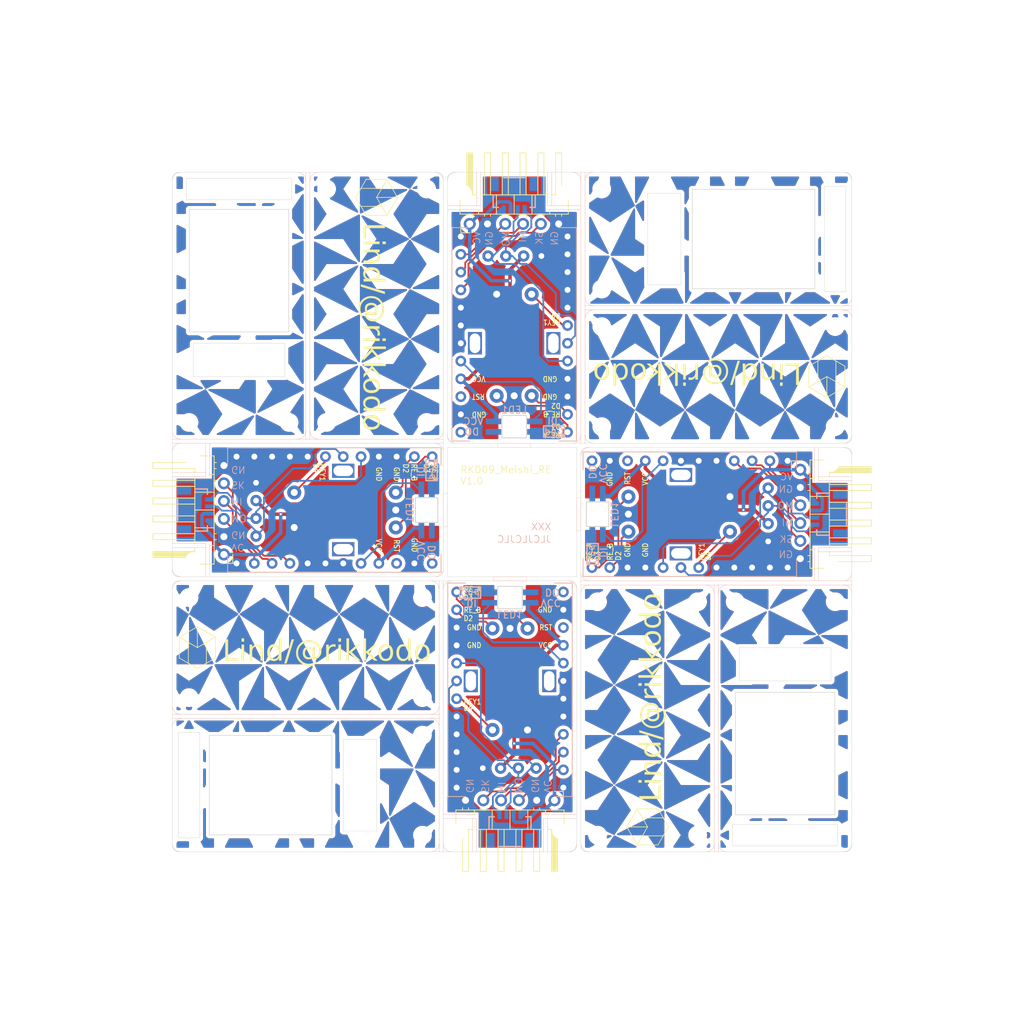
<source format=kicad_pcb>
(kicad_pcb (version 20241229) (generator "pcbnew") (generator_version "9.0")
  (layers (0 "F.Cu" signal) (2 "B.Cu" signal) (13 "F.Paste" user) (15 "B.Paste" user) (5 "F.SilkS" user "F.Silkscreen") (7 "B.SilkS" user "B.Silkscreen") (1 "F.Mask" user) (3 "B.Mask" user) (25 "Edge.Cuts" user))
  (net 0 "")
  (net 1 "VCC")
  (net 2 "GND")
  (net 3 "SCLK")
  (net 4 "SCL")
  (net 5 "SDA")
  (net 6 "MISO")
  (net 7 "MOSI")
  (net 8 "KEY1")
  (net 9 "LED")
  (net 14 "RE_B")
  (net 15 "RE_A")
  (footprint "kbd_Hole:m2_Screw_Hole" (layer "F.Cu") (at 150.018833 73.223656 90)
    (property "Reference" "Ref**")
    (property "Value" "Val**")
  )
  (footprint "Rikkodo_FootPrint:rkd_cutdot_no_edgecut_1" (layer "F.Cu") (at 141.98179 144.065687 90)
    (property "Reference" "REF**" (hide yes))
    (property "Value" "rkd_cutdot_no_edgecut_1" (hide yes))
  )
  (footprint "Rikkodo_FootPrint:rkd_cutdot_no_edgecut_1" (layer "F.Cu") (at 93.761855 90.487237 -90)
    (property "Reference" "REF**" (hide yes))
    (property "Value" "rkd_cutdot_no_edgecut_1" (hide yes))
  )
  (footprint "BrownSugar_KBD:OLED_center_display" (layer "F.Cu") (at 192.285982 100.092025 -90)
    (property "Reference" "OL1")
    (property "Value" "OLED")
  )
  (footprint "Rikkodo_FootPrint:rkd_cutdot_no_edgecut_4" (layer "F.Cu") (at 167.878211 70.544624)
    (property "Reference" "REF**" (hide yes))
    (property "Value" "rkd_cutdot_no_edgecut_4" (hide yes))
  )
  (footprint "Rikkodo_FootPrint:rkd_cutdot_no_edgecut_1" (layer "F.Cu") (at 166.38995 113.109444 90)
    (property "Reference" "REF**" (hide yes))
    (property "Value" "rkd_cutdot_no_edgecut_1" (hide yes))
  )
  (footprint "Rikkodo_FootPrint:rkd_cutdot_no_edgecut_4" (layer "F.Cu") (at 166.38995 144.66098 -90)
    (property "Reference" "REF**" (hide yes))
    (property "Value" "rkd_cutdot_no_edgecut_4" (hide yes))
  )
  (footprint "Rikkodo_FootPrint:rkd_cutdot_no_edgecut_4" (layer "F.Cu") (at 147.339947 86.320392 90)
    (property "Reference" "REF**" (hide yes))
    (property "Value" "rkd_cutdot_no_edgecut_4" (hide yes))
  )
  (footprint "Connector_PinHeader_2.54mm:PinHeader_1x06_P2.54mm_Horizontal" (layer "F.Cu") (at 178.375982 93.66265)
    (property "Reference" "J1" (hide yes))
    (property "Value" "Conn_01x06")
  )
  (footprint "Rikkodo_FootPrint:rkd_cutdot_no_edgecut_1" (layer "F.Cu") (at 142.577451 54.173544 -90)
    (property "Reference" "REF**" (hide yes))
    (property "Value" "rkd_cutdot_no_edgecut_1" (hide yes))
  )
  (footprint "Rikkodo_FootPrint:rkd_cutdot_no_edgecut_1" (layer "F.Cu") (at 142.577451 55.364168 -90)
    (property "Reference" "REF**" (hide yes))
    (property "Value" "rkd_cutdot_no_edgecut_1" (hide yes))
  )
  (footprint "kbd_Hole:m2_Screw_Hole" (layer "F.Cu") (at 144.661119 54.173592 90)
    (property "Reference" "Ref**")
    (property "Value" "Val**")
  )
  (footprint "kbd_Hole:m2_Screw_Hole" (layer "F.Cu") (at 124.42046 111.918699 -90)
    (property "Reference" "Ref**")
    (property "Value" "Val**")
  )
  (footprint "Rikkodo_FootPrint:rkd_cutdot_no_edgecut_1" (layer "F.Cu") (at 91.678263 104.477071)
    (property "Reference" "REF**" (hide yes))
    (property "Value" "rkd_cutdot_no_edgecut_1" (hide yes))
  )
  (footprint "Rikkodo_FootPrint:rkd_cutdot_no_edgecut_1" (layer "F.Cu") (at 93.761855 107.156331 -90)
    (property "Reference" "REF**" (hide yes))
    (property "Value" "rkd_cutdot_no_edgecut_1" (hide yes))
  )
  (footprint "Rikkodo_FootPrint:rkd_cutdot_no_edgecut_1" (layer "F.Cu") (at 180.677438 105.370746 90)
    (property "Reference" "REF**" (hide yes))
    (property "Value" "rkd_cutdot_no_edgecut_1" (hide yes))
  )
  (footprint "kbd_Hole:m2_Screw_Hole" (layer "F.Cu") (at 91.082753 126.206187 -90)
    (property "Reference" "Ref**")
    (property "Value" "Val**")
  )
  (footprint "Rikkodo_FootPrint:rkd_cutdot_no_edgecut_1" (layer "F.Cu") (at 93.761855 105.965707 -90)
    (property "Reference" "REF**" (hide yes))
    (property "Value" "rkd_cutdot_no_edgecut_1" (hide yes))
  )
  (footprint "Rikkodo_FootPrint:rkd_cutdot_no_edgecut_1" (layer "F.Cu") (at 89.297015 94.357123)
    (property "Reference" "REF**" (hide yes))
    (property "Value" "rkd_cutdot_no_edgecut_1" (hide yes))
  )
  (footprint "Rikkodo_FootPrint:rkd_cutdot_no_edgecut_1" (layer "F.Cu") (at 147.339947 73.81884 -90)
    (property "Reference" "REF**" (hide yes))
    (property "Value" "rkd_cutdot_no_edgecut_1" (hide yes))
  )
  (footprint "Rikkodo_FootPrint:rkd_cutdot_no_edgecut_4" (layer "F.Cu") (at 108.049343 78.581355 90)
    (property "Reference" "REF**" (hide yes))
    (property "Value" "rkd_cutdot_no_edgecut_4" (hide yes))
  )
  (footprint "Rikkodo_FootPrint:rkd_cutdot_no_edgecut_1" (layer "F.Cu") (at 127.099346 145.851623 90)
    (property "Reference" "REF**" (hide yes))
    (property "Value" "rkd_cutdot_no_edgecut_1" (hide yes))
  )
  (footprint "Rikkodo_FootPrint:rkd_cutdot_no_edgecut_4" (layer "F.Cu") (at 147.339947 60.126664 90)
    (property "Reference" "REF**" (hide yes))
    (property "Value" "rkd_cutdot_no_edgecut_4" (hide yes))
  )
  (footprint "Rikkodo_FootPrint:rkd_cutdot_no_edgecut_4" (layer "F.Cu") (at 127.099346 113.109463 -90)
    (property "Reference" "REF**" (hide yes))
    (property "Value" "rkd_cutdot_no_edgecut_4" (hide yes))
  )
  (footprint "Rikkodo_FootPrint:rkd_cutdot_no_edgecut_4" (layer "F.Cu") (at 92.273594 128.885231 180)
    (property "Reference" "REF**" (hide yes))
    (property "Value" "rkd_cutdot_no_edgecut_4" (hide yes))
  )
  (footprint "Rikkodo_FootPrint:rkd_cutdot_no_edgecut_1" (layer "F.Cu") (at 142.875465 56.257136 180)
    (property "Reference" "REF**" (hide yes))
    (property "Value" "rkd_cutdot_no_edgecut_1" (hide yes))
  )
  (footprint "Rikkodo_FootPrint:rkd_cutdot_no_edgecut_1" (layer "F.Cu") (at 132.457503 55.364168 -90)
    (property "Reference" "REF**" (hide yes))
    (property "Value" "rkd_cutdot_no_edgecut_1" (hide yes))
  )
  (footprint "Rikkodo_FootPrint:rkd_cutdot_no_edgecut_1" (layer "F.Cu") (at 123.82513 128.885231)
    (property "Reference" "REF**" (hide yes))
    (property "Value" "rkd_cutdot_no_edgecut_1" (hide yes))
  )
  (footprint "Rikkodo_FootPrint:rkd_cutdot_no_edgecut_1" (layer "F.Cu") (at 92.868887 104.477071)
    (property "Reference" "REF**" (hide yes))
    (property "Value" "rkd_cutdot_no_edgecut_1" (hide yes))
  )
  (footprint "Rikkodo_FootPrint:rkd_cutdot_no_edgecut_4" (layer "F.Cu") (at 106.561082 128.885231 180)
    (property "Reference" "REF**" (hide yes))
    (property "Value" "rkd_cutdot_no_edgecut_4" (hide yes))
  )
  (footprint "Rikkodo_FootPrint:rkd_cutdot_no_edgecut_1" (layer "F.Cu") (at 142.577451 52.98292 -90)
    (property "Reference" "REF**" (hide yes))
    (property "Value" "rkd_cutdot_no_edgecut_1" (hide yes))
  )
  (footprint "Rikkodo_FootPrint:rkd_cutdot_no_edgecut_1_2" (layer "F.Cu") (at 127.099346 147.935215 -90)
    (property "Reference" "REF**" (hide yes))
    (property "Value" "rkd_cutdot_no_edgecut_1_2" (hide yes))
  )
  (footprint "Rikkodo_FootPrint:rkd_cutdot_no_edgecut_1" (layer "F.Cu") (at 126.206378 128.885231 180)
    (property "Reference" "REF**" (hide yes))
    (property "Value" "rkd_cutdot_no_edgecut_1" (hide yes))
  )
  (footprint "Rikkodo_FootPrint:rkd_cutdot_no_edgecut_1" (layer "F.Cu") (at 145.851674 143.172719)
    (property "Reference" "REF**" (hide yes))
    (property "Value" "rkd_cutdot_no_edgecut_1" (hide yes))
  )
  (footprint "Rikkodo_FootPrint:rkd_cutdot_no_edgecut_4" (layer "F.Cu") (at 108.049343 69.056363 90)
    (property "Reference" "REF**" (hide yes))
    (property "Value" "rkd_cutdot_no_edgecut_4" (hide yes))
  )
  (footprint "Rikkodo_FootPrint:rkd_cutdot_no_edgecut_1" (layer "F.Cu") (at 142.279802 143.172719)
    (property "Reference" "REF**" (hide yes))
    (property "Value" "rkd_cutdot_no_edgecut_1" (hide yes))
  )
  (footprint "BrownSugar_KBD:OLED_center_display" (layer "F.Cu") (at 82.153311 99.33783 90)
    (property "Reference" "OL1")
    (property "Value" "OLED")
  )
  (footprint "Rikkodo_FootPrint:rkd_cutdot_no_edgecut_4" (layer "F.Cu") (at 155.376678 109.835228)
    (property "Reference" "REF**" (hide yes))
    (property "Value" "rkd_cutdot_no_edgecut_4" (hide yes))
  )
  (footprint "Connector_PinHeader_2.54mm:PinHeader_1x06_P2.54mm_Horizontal" (layer "F.Cu") (at 131.167369 58.558592 90)
    (property "Reference" "J1" (hide yes))
    (property "Value" "Conn_01x06")
  )
  (footprint "Rikkodo_FootPrint:rkd_LOGO" (layer "F.Cu") (at 182.165699 80.367272 180)
    (property "Reference" "REF**" (hide yes))
    (property "Value" "rkd_LOGO" (hide yes))
  )
  (footprint "kbd_Hole:m2_Screw_Hole" (layer "F.Cu") (at 149.423418 112.514114)
    (property "Reference" "Ref**")
    (property "Value" "Val**")
  )
  (footprint "Rikkodo_FootPrint:rkd_cutdot_no_edgecut_1" (layer "F.Cu") (at 183.951654 105.072732 180)
    (property "Reference" "REF**" (hide yes))
    (property "Value" "rkd_cutdot_no_edgecut_1" (hide yes))
  )
  (footprint "Rikkodo_FootPrint:rkd_cutdot_no_edgecut_1" (layer "F.Cu") (at 92.273575 89.594627)
    (property "Reference" "REF**" (hide yes))
    (property "Value" "rkd_cutdot_no_edgecut_1" (hide yes))
  )
  (footprint "kbd_Hole:m2_Screw_Hole" (layer "F.Cu") (at 91.678263 106.561019 180)
    (property "Reference" "Ref**")
    (property "Value" "Val**")
  )
  (footprint "Rikkodo_FootPrint:rkd_cutdot_no_edgecut_1" (layer "F.Cu") (at 163.115734 109.835228 180)
    (property "Reference" "REF**" (hide yes))
    (property "Value" "rkd_cutdot_no_edgecut_1" (hide yes))
  )
  (footprint "Rikkodo_FootPrint:rkd_cutdot_no_edgecut_1" (layer "F.Cu") (at 149.423539 70.544624 180)
    (property "Reference" "REF**" (hide yes))
    (property "Value" "rkd_cutdot_no_edgecut_1" (hide yes))
  )
  (footprint "Rikkodo_FootPrint:rkd_cutdot_no_edgecut_1" (layer "F.Cu") (at 185.142278 105.072732 180)
    (property "Reference" "REF**" (hide yes))
    (property "Value" "rkd_cutdot_no_edgecut_1" (hide yes))
  )
  (footprint "Connector_PinHeader_2.54mm:PinHeader_1x06_P2.54mm_Horizontal" (layer "F.Cu") (at 143.271924 140.871263 -90)
    (property "Reference" "J1" (hide yes))
    (property "Value" "Conn_01x06")
  )
  (footprint "Rikkodo_FootPrint:rkd_cutdot_no_edgecut_4" (layer "F.Cu") (at 166.38995 116.086004 -90)
    (property "Reference" "REF**" (hide yes))
    (property "Value" "rkd_cutdot_no_edgecut_4" (hide yes))
  )
  (footprint "Rikkodo_FootPrint:rkd_cutdot_no_edgecut_1" (layer "F.Cu") (at 148.232915 70.544624)
    (property "Reference" "REF**" (hide yes))
    (property "Value" "rkd_cutdot_no_edgecut_1" (hide yes))
  )
  (footprint "Rikkodo_FootPrint:rkd_cutdot_no_edgecut_1" (layer "F.Cu") (at 180.975094 109.835228 180)
    (property "Reference" "REF**" (hide yes))
    (property "Value" "rkd_cutdot_no_edgecut_1" (hide yes))
  )
  (footprint "kbd_Hole:m2_Screw_Hole" (layer "F.Cu") (at 144.065738 145.256311 -90)
    (property "Reference" "Ref**")
    (property "Value" "Val**")
  )
  (footprint "Rikkodo_FootPrint:rkd_cutdot_no_edgecut_1" (layer "F.Cu") (at 182.76103 105.072732 180)
    (property "Reference" "REF**" (hide yes))
    (property "Value" "rkd_cutdot_no_edgecut_1" (hide yes))
  )
  (footprint "Rikkodo_FootPrint:rkd_cutdot_no_edgecut_1" (layer "F.Cu") (at 143.470426 143.172719)
    (property "Reference" "REF**" (hide yes))
    (property "Value" "rkd_cutdot_no_edgecut_1" (hide yes))
  )
  (footprint "kbd_Hole:m2_Screw_Hole" (layer "F.Cu") (at 91.082945 86.915741 180)
    (property "Reference" "Ref**")
    (property "Value" "Val**")
  )
  (footprint "Rikkodo_FootPrint:rkd_cutdot_no_edgecut_1" (layer "F.Cu") (at 111.323559 89.594627)
    (property "Reference" "REF**" (hide yes))
    (property "Value" "rkd_cutdot_no_edgecut_1" (hide yes))
  )
  (footprint "Rikkodo_FootPrint:rkd_cutdot_no_edgecut_4" (layer "F.Cu") (at 150.614182 109.835228)
    (property "Reference" "REF**" (hide yes))
    (property "Value" "rkd_cutdot_no_edgecut_4" (hide yes))
  )
  (footprint "Rikkodo_FootPrint:rkd_cutdot_no_edgecut_1" (layer "F.Cu") (at 130.968867 56.257136 180)
    (property "Reference" "REF**" (hide yes))
    (property "Value" "rkd_cutdot_no_edgecut_1" (hide yes))
  )
  (footprint "Rikkodo_FootPrint:rkd_cutdot_no_edgecut_1" (layer "F.Cu") (at 91.678263 94.357123)
    (property "Reference" "REF**" (hide yes))
    (property "Value" "rkd_cutdot_no_edgecut_1" (hide yes))
  )
  (footprint "Rikkodo_FootPrint:rkd_cutdot_no_edgecut_1_2" (layer "F.Cu") (at 185.439934 109.835228)
    (property "Reference" "REF**" (hide yes))
    (property "Value" "rkd_cutdot_no_edgecut_1_2" (hide yes))
  )
  (footprint "Rikkodo_FootPrint:rkd_cutdot_no_edgecut_1" (layer "F.Cu") (at 180.677438 92.273524 90)
    (property "Reference" "REF**" (hide yes))
    (property "Value" "rkd_cutdot_no_edgecut_1" (hide yes))
  )
  (footprint "Rikkodo_FootPrint:rkd_cutdot_no_edgecut_1" (layer "F.Cu") (at 132.457503 52.98292 -90)
    (property "Reference" "REF**" (hide yes))
    (property "Value" "rkd_cutdot_no_edgecut_1" (hide yes))
  )
  (footprint "Rikkodo_FootPrint:rkd_cutdot_no_edgecut_1" (layer "F.Cu") (at 179.78447 109.835228 180)
    (property "Reference" "REF**" (hide yes))
    (property "Value" "rkd_cutdot_no_edgecut_1" (hide yes))
  )
  (footprint "Rikkodo_FootPrint:rkd_cutdot_no_edgecut_1" (layer "F.Cu") (at 184.546966 109.835228 180)
    (property "Reference" "REF**" (hide yes))
    (property "Value" "rkd_cutdot_no_edgecut_1" (hide yes))
  )
  (footprint "Rikkodo_FootPrint:rkd_cutdot_no_edgecut_1" (layer "F.Cu") (at 127.099346 110.132903 90)
    (property "Reference" "REF**" (hide yes))
    (property "Value" "rkd_cutdot_no_edgecut_1" (hide yes))
  )
  (footprint "Rikkodo_FootPrint:rkd_cutdot_no_edgecut_4" (layer "F.Cu") (at 127.099346 122.634455 -90)
    (property "Reference" "REF**" (hide yes))
    (property "Value" "rkd_cutdot_no_edgecut_4" (hide yes))
  )
  (footprint "Rikkodo_FootPrint:rkd_cutdot_no_edgecut_1" (layer "F.Cu") (at 129.778243 56.257136 180)
    (property "Reference" "REF**" (hide yes))
    (property "Value" "rkd_cutdot_no_edgecut_1" (hide yes))
  )
  (footprint "Rikkodo_FootPrint:rkd_cutdot_no_edgecut_1" (layer "F.Cu") (at 130.373204 143.172719)
    (property "Reference" "REF**" (hide yes))
    (property "Value" "rkd_cutdot_no_edgecut_1" (hide yes))
  )
  (footprint "Rikkodo_FootPrint:rkd_cutdot_no_edgecut_4" (layer "F.Cu") (at 147.339947 76.7954 90)
    (property "Reference" "REF**" (hide yes))
    (property "Value" "rkd_cutdot_no_edgecut_4" (hide yes))
  )
  (footprint "Rikkodo_FootPrint:rkd_cutdot_no_edgecut_1" (layer "F.Cu") (at 131.861842 145.256311 90)
    (property "Reference" "REF**" (hide yes))
    (property "Value" "rkd_cutdot_no_edgecut_1" (hide yes))
  )
  (footprint "Rikkodo_FootPrint:rkd_cutdot_no_edgecut_1" (layer "F.Cu") (at 147.339947 52.387608 -90)
    (property "Reference" "REF**" (hide yes))
    (property "Value" "rkd_cutdot_no_edgecut_1" (hide yes))
  )
  (footprint "Rikkodo_FootPrint:rkd_cutdot_no_edgecut_4" (layer "F.Cu") (at 147.339947 64.88916 90)
    (property "Reference" "REF**" (hide yes))
    (property "Value" "rkd_cutdot_no_edgecut_4" (hide yes))
  )
  (footprint "Rikkodo_FootPrint:rkd_cutdot_no_edgecut_4" (layer "F.Cu") (at 102.393879 89.594627 180)
    (property "Reference" "REF**" (hide yes))
    (property "Value" "rkd_cutdot_no_edgecut_4" (hide yes))
  )
  (footprint "kbd_Hole:m2_Screw_Hole" (layer "F.Cu") (at 150.018833 87.511156 90)
    (property "Reference" "Ref**")
    (property "Value" "Val**")
  )
  (footprint "Rikkodo_FootPrint:rkd_cutdot_no_edgecut_1" (layer "F.Cu") (at 89.297034 128.885231 180)
    (property "Reference" "REF**" (hide yes))
    (property "Value" "rkd_cutdot_no_edgecut_1" (hide yes))
  )
  (footprint "Rikkodo_FootPrint:rkd_cutdot_no_edgecut_1" (layer "F.Cu") (at 147.339947 57.150104 -90)
    (property "Reference" "REF**" (hide yes))
    (property "Value" "rkd_cutdot_no_edgecut_1" (hide yes))
  )
  (footprint "Rikkodo_FootPrint:rkd_cutdot_no_edgecut_1" (layer "F.Cu") (at 108.049343 88.701659 90)
    (property "Reference" "REF**" (hide yes))
    (property "Value" "rkd_cutdot_no_edgecut_1" (hide yes))
  )
  (footprint "Rikkodo_FootPrint:rkd_cutdot_no_edgecut_1" (layer "F.Cu") (at 93.761855 108.346955 -90)
    (property "Reference" "REF**" (hide yes))
    (property "Value" "rkd_cutdot_no_edgecut_1" (hide yes))
  )
  (footprint "Rikkodo_FootPrint:rkd_cutdot_no_edgecut_1" (layer "F.Cu") (at 147.637622 109.835228 180)
    (property "Reference" "REF**" (hide yes))
    (property "Value" "rkd_cutdot_no_edgecut_1" (hide yes))
  )
  (footprint "Rikkodo_FootPrint:rkd_cutdot_no_edgecut_1" (layer "F.Cu") (at 93.464199 89.594627)
    (property "Reference" "REF**" (hide yes))
    (property "Value" "rkd_cutdot_no_edgecut_1" (hide yes))
  )
  (footprint "Rikkodo_FootPrint:rkd_cutdot_no_edgecut_1" (layer "F.Cu") (at 89.297015 104.477071)
    (property "Reference" "REF**" (hide yes))
    (property "Value" "rkd_cutdot_no_edgecut_1" (hide yes))
  )
  (footprint "Rikkodo_FootPrint:rkd_cutdot_no_edgecut_1" (layer "F.Cu") (at 131.861842 144.065687 90)
    (property "Reference" "REF**" (hide yes))
    (property "Value" "rkd_cutdot_no_edgecut_1" (hide yes))
  )
  (footprint "Rikkodo_FootPrint:rkd_cutdot_no_edgecut_1" (layer "F.Cu") (at 141.98179 147.637559 90)
    (property "Reference" "REF**" (hide yes))
    (property "Value" "rkd_cutdot_no_edgecut_1" (hide yes))
  )
  (footprint "Rikkodo_FootPrint:rkd_cutdot_no_edgecut_4" (layer "F.Cu") (at 127.099346 134.540695 -90)
    (property "Reference" "REF**" (hide yes))
    (property "Value" "rkd_cutdot_no_edgecut_4" (hide yes))
  )
  (footprint "Rikkodo_FootPrint:rkd_cutdot_no_edgecut_1" (layer "F.Cu") (at 127.099346 144.660999 90)
    (property "Reference" "REF**" (hide yes))
    (property "Value" "rkd_cutdot_no_edgecut_1" (hide yes))
  )
  (footprint "Rikkodo_FootPrint:rkd_cutdot_no_edgecut_1" (layer "F.Cu") (at 181.570406 94.952784 180)
    (property "Reference" "REF**" (hide yes))
    (property "Value" "rkd_cutdot_no_edgecut_1" (hide yes))
  )
  (footprint "Rikkodo_FootPrint:rkd_cutdot_no_edgecut_4" (layer "F.Cu") (at 127.100058 128.587802 -90)
    (property "Reference" "REF**" (hide yes))
    (property "Value" "rkd_cutdot_no_edgecut_4" (hide yes))
  )
  (footprint "kbd_Parts:LED_SK6812MINI-E_BL" (layer "F.Cu") (at 136.921924 111.918763)
    (property "Reference" "LED1")
    (property "Value" "LED_SK6812MINI-E")
    (fp_line (start -1.75 -1.6) (end 1.75 -1.6) (stroke (width 0.12)) (layer "Edge.Cuts"))
    (fp_line (start -1.75 1.6) (end -1.75 -1.6) (stroke (width 0.12)) (layer "Edge.Cuts"))
    (fp_line (start 1.75 -1.6) (end 1.75 1.6) (stroke (width 0.12)) (layer "Edge.Cuts"))
    (fp_line (start 1.75 1.6) (end -1.75 1.6) (stroke (width 0.12)) (layer "Edge.Cuts"))
  )
  (footprint "Rikkodo_FootPrint:rkd_cutdot_no_edgecut_1" (layer "F.Cu") (at 108.049343 51.792315 90)
    (property "Reference" "REF**" (hide yes))
    (property "Value" "rkd_cutdot_no_edgecut_1" (hide yes))
  )
  (footprint "Rikkodo_FootPrint:rkd_cutdot_no_edgecut_4" (layer "F.Cu") (at 163.115715 70.544624)
    (property "Reference" "REF**" (hide yes))
    (property "Value" "rkd_cutdot_no_edgecut_4" (hide yes))
  )
  (footprint "Rikkodo_FootPrint:rkd_cutdot_no_edgecut_4" (layer "F.Cu") (at 108.346772 89.595339 180)
    (property "Reference" "REF**" (hide yes))
    (property "Value" "rkd_cutdot_no_edgecut_4" (hide yes))
  )
  (footprint "Rikkodo_FootPrint:rkd_cutdot_no_edgecut_4" (layer "F.Cu") (at 166.38995 125.610996 -90)
    (property "Reference" "REF**" (hide yes))
    (property "Value" "rkd_cutdot_no_edgecut_4" (hide yes))
  )
  (footprint "Rikkodo_FootPrint:rkd_cutdot_no_edgecut_1" (layer "F.Cu") (at 183.356342 109.835228 180)
    (property "Reference" "REF**" (hide yes))
    (property "Value" "rkd_cutdot_no_edgecut_1" (hide yes))
  )
  (footprint "Rikkodo_FootPrint:rkd_cutdot_no_edgecut_1" (layer "F.Cu") (at 180.677438 108.942618 90)
    (property "Reference" "REF**" (hide yes))
    (property "Value" "rkd_cutdot_no_edgecut_1" (hide yes))
  )
  (footprint "Rikkodo_FootPrint:rkd_cutdot_no_edgecut_1" (layer "F.Cu") (at 147.339947 54.768856 -90)
    (property "Reference" "REF**" (hide yes))
    (property "Value" "rkd_cutdot_no_edgecut_1" (hide yes))
  )
  (footprint "kbd_Hole:m2_Screw_Hole" (layer "F.Cu") (at 169.068848 112.514114)
    (property "Reference" "Ref**")
    (property "Value" "Val**")
  )
  (footprint "kbd_Hole:m2_Screw_Hole" (layer "F.Cu") (at 130.373555 54.173544 90)
    (property "Reference" "Ref**")
    (property "Value" "Val**")
  )
  (footprint "kbd_Parts:LED_SK6812MINI-E_BL" (layer "F.Cu") (at 125.015811 99.417205 -90)
    (property "Reference" "LED1")
    (property "Value" "LED_SK6812MINI-E")
    (fp_line (start -1.75 1.6) (end -1.75 -1.6) (stroke (width 0.12)) (layer "Edge.Cuts") (net 166438966))
    (fp_line (start 1.75 1.6) (end -1.75 1.6) (stroke (width 0.12)) (layer "Edge.Cuts") (net 166438966))
    (fp_line (start -1.75 -1.6) (end 1.75 -1.6) (stroke (width 0.12)) (layer "Edge.Cuts") (net 166438966))
    (fp_line (start 1.75 -1.6) (end 1.75 1.6) (stroke (width 0.12)) (layer "Edge.Cuts") (net 166438966))
  )
  (footprint "kbd_Hole:m2_Screw_Hole" (layer "F.Cu") (at 91.678311 92.273455 180)
    (property "Reference" "Ref**")
    (property "Value" "Val**")
  )
  (footprint "Rikkodo_FootPrint:rkd_cutdot_no_edgecut_4" (layer "F.Cu") (at 166.38995 130.373492 -90)
    (property "Reference" "REF**" (hide yes))
    (property "Value" "rkd_cutdot_no_edgecut_4" (hide yes))
  )
  (footprint "Rikkodo_FootPrint:rkd_cutdot_no_edgecut_4" (layer "F.Cu") (at 97.631383 89.594627 180)
    (property "Reference" "REF**" (hide yes))
    (property "Value" "rkd_cutdot_no_edgecut_4" (hide yes))
  )
  (footprint "Rikkodo_FootPrint:rkd_KeyHall_3ox15" (layer "F.Cu") (at 91.08296 138.707879 90)
    (property "Reference" "LED3" (hide yes))
    (property "Value" "LED_SK6812MINI-E" (hide yes))
    (fp_line (start 7.525 -1.525) (end -7.525 -1.525) (stroke (width 0.05)) (layer "Edge.Cuts"))
    (fp_line (start 7.525 -1.525) (end 7.525 1.525) (stroke (width 0.05)) (layer "Edge.Cuts"))
    (fp_line (start 7.525 1.525) (end -7.525 1.525) (stroke (width 0.05)) (layer "Edge.Cuts"))
    (fp_line (start -7.525 1.525) (end -7.525 -1.525) (stroke (width 0.05)) (layer "Edge.Cuts"))
  )
  (footprint "Rikkodo_FootPrint:rkd_cutdot_no_edgecut_1" (layer "F.Cu") (at 180.677438 93.464148 90)
    (property "Reference" "REF**" (hide yes))
    (property "Value" "rkd_cutdot_no_edgecut_1" (hide yes))
  )
  (footprint "kbd_Hole:m2_Screw_Hole" (layer "F.Cu") (at 125.015875 86.915741 180)
    (property "Reference" "Ref**")
    (property "Value" "Val**")
  )
  (footprint "Rikkodo_FootPrint:rkd_cutdot_no_edgecut_4" (layer "F.Cu") (at 108.049343 64.293867 90)
    (property "Reference" "REF**" (hide yes))
    (property "Value" "rkd_cutdot_no_edgecut_4" (hide yes))
  )
  (footprint "Rikkodo_FootPrint:rkd_cutdot_no_edgecut_4" (layer "F.Cu") (at 127.693928 99.417046 90)
    (property "Reference" "REF**" (hide yes))
    (property "Value" "rkd_cutdot_no_edgecut_4" (hide yes))
  )
  (footprint "Rikkodo_FootPrint:rkd_KeyHall_3ox15" (layer "F.Cu") (at 176.212598 145.851614 180)
    (property "Reference" "LED3" (hide yes))
    (property "Value" "LED_SK6812MINI-E" (hide yes))
    (fp_line (start 7.525 1.525) (end -7.525 1.525) (stroke (width 0.05)) (layer "Edge.Cuts") (net 173583195))
    (fp_line (start 7.525 -1.525) (end 7.525 1.525) (stroke (width 0.05)) (layer "Edge.Cuts") (net 173583195))
    (fp_line (start 7.525 -1.525) (end -7.525 -1.525) (stroke (width 0.05)) (layer "Edge.Cuts") (net 173583195))
    (fp_line (start -7.525 1.525) (end -7.525 -1.525) (stroke (width 0.05)) (layer "Edge.Cuts") (net 173583195))
  )
  (footprint "Rikkodo_FootPrint:rkd_cutdot_no_edgecut_4" (layer "F.Cu") (at 123.825111 89.594627 180)
    (property "Reference" "REF**" (hide yes))
    (property "Value" "rkd_cutdot_no_edgecut_4" (hide yes))
  )
  (footprint "Rikkodo_FootPrint:rkd_cutdot_no_edgecut_4" (layer "F.Cu") (at 108.049343 83.343851 90)
    (property "Reference" "REF**" (hide yes))
    (property "Value" "rkd_cutdot_no_edgecut_4" (hide yes))
  )
  (footprint "Rikkodo_FootPrint:rkd_cutdot_no_edgecut_4" (layer "F.Cu") (at 108.049343 73.818859 90)
    (property "Reference" "REF**" (hide yes))
    (property "Value" "rkd_cutdot_no_edgecut_4" (hide yes))
  )
  (footprint "Rikkodo_FootPrint:rkd_cutdot_no_edgecut_4" (layer "F.Cu") (at 177.403203 70.544624)
    (property "Reference" "REF**" (hide yes))
    (property "Value" "rkd_cutdot_no_edgecut_4" (hide yes))
  )
  (footprint "Rikkodo_FootPrint:rkd_cutdot_no_edgecut_1" (layer "F.Cu") (at 126.801671 89.594627)
    (property "Reference" "REF**" (hide yes))
    (property "Value" "rkd_cutdot_no_edgecut_1" (hide yes))
  )
  (footprint "Rikkodo_FootPrint:rkd_cutdot_no_edgecut_1" (layer "F.Cu") (at 127.099346 131.564135 -90)
    (property "Reference" "REF**" (hide yes))
    (property "Value" "rkd_cutdot_no_edgecut_1" (hide yes))
  )
  (footprint "kbd_Hole:m2_Screw_Hole" (layer "F.Cu") (at 125.015887 53.578034 180)
    (property "Reference" "Ref**")
    (property "Value" "Val**")
  )
  (footprint "kbd_Hole:m2_Screw_Hole" (layer "F.Cu") (at 182.76103 92.868836)
    (property "Reference" "Ref**")
    (property "Value" "Val**")
  )
  (footprint "Rikkodo_FootPrint:rkd_cutdot_no_edgecut_1" (layer "F.Cu") (at 91.082951 89.594627)
    (property "Reference" "REF**" (hide yes))
    (property "Value" "rkd_cutdot_no_edgecut_1" (hide yes))
  )
  (footprint "Rikkodo_FootPrint:rkd_cutdot_no_edgecut_1" (layer "F.Cu") (at 93.761855 92.868485 -90)
    (property "Reference" "REF**" (hide yes))
    (property "Value" "rkd_cutdot_no_edgecut_1" (hide yes))
  )
  (footprint "Rikkodo_FootPrint:rkd_cutdot_no_edgecut_1" (layer "F.Cu") (at 132.159491 56.257136 180)
    (property "Reference" "REF**" (hide yes))
    (property "Value" "rkd_cutdot_no_edgecut_1" (hide yes))
  )
  (footprint "kbd_Hole:m2_Screw_Hole" (layer "F.Cu") (at 150.018833 67.865726 90)
    (property "Reference" "Ref**")
    (property "Value" "Val**")
  )
  (footprint "kbd_Hole:m2_Screw_Hole" (layer "F.Cu") (at 183.35654 73.223668 90)
    (property "Reference" "Ref**")
    (property "Value" "Val**")
  )
  (footprint "Rikkodo_FootPrint:rkd_cutdot_no_edgecut_1_2" (layer "F.Cu") (at 147.339947 51.49464 90)
    (property "Reference" "REF**" (hide yes))
    (property "Value" "rkd_cutdot_no_edgecut_1_2" (hide yes))
  )
  (footprint "kbd_Hole:m2_Screw_Hole" (layer "F.Cu") (at 163.710906 145.851821)
    (property "Reference" "Ref**")
    (property "Value" "Val**")
  )
  (footprint "Rikkodo_FootPrint:rkd_cutdot_no_edgecut_1" (layer "F.Cu") (at 147.339947 67.86572 90)
    (property "Reference" "REF**" (hide yes))
    (property "Value" "rkd_cutdot_no_edgecut_1" (hide yes))
  )
  (footprint "Rikkodo_FootPrint:rkd_cutdot_no_edgecut_1" (layer "F.Cu") (at 132.457503 54.173544 -90)
    (property "Reference" "REF**" (hide yes))
    (property "Value" "rkd_cutdot_no_edgecut_1" (hide yes))
  )
  (footprint "Rikkodo_FootPrint:rkd_cutdot_no_edgecut_1" (layer "F.Cu") (at 127.099346 125.611015 90)
    (property "Reference" "REF**" (hide yes))
    (property "Value" "rkd_cutdot_no_edgecut_1" (hide yes))
  )
  (footprint "Rikkodo_FootPrint:rkd_cutdot_no_edgecut_4" (layer "F.Cu") (at 147.339235 70.842053 90)
    (property "Reference" "REF**" (hide yes))
    (property "Value" "rkd_cutdot_no_edgecut_4" (hide yes))
  )
  (footprint "Rikkodo_FootPrint:rkd_cutdot_no_edgecut_4" (layer "F.Cu") (at 127.099346 117.871959 -90)
    (property "Reference" "REF**" (hide yes))
    (property "Value" "rkd_cutdot_no_edgecut_4" (hide yes))
  )
  (footprint "kbd_Hole:m2_Screw_Hole" (layer "F.Cu") (at 110.728375 86.915741 180)
    (property "Reference" "Ref**")
    (property "Value" "Val**")
  )
  (footprint "kbd_Hole:m2_Screw_Hole" (layer "F.Cu") (at 105.370445 86.915741 180)
    (property "Reference" "Ref**")
    (property "Value" "Val**")
  )
  (footprint "Connector_PinHeader_2.54mm:PinHeader_1x06_P2.54mm_Horizontal" (layer "F.Cu") (at 96.063311 105.767205 180)
    (property "Reference" "J1" (hide yes))
    (property "Value" "Conn_01x06")
  )
  (footprint "Rikkodo_FootPrint:rkd_cutdot_no_edgecut_1" (layer "F.Cu") (at 129.18258 143.172719)
    (property "Reference" "REF**" (hide yes))
    (property "Value" "rkd_cutdot_no_edgecut_1" (hide yes))
  )
  (footprint "Rikkodo_FootPrint:rkd_cutdot_no_edgecut_1" (layer "F.Cu") (at 141.98179 145.256311 90)
    (property "Reference" "REF**" (hide yes))
    (property "Value" "rkd_cutdot_no_edgecut_1" (hide yes))
  )
  (footprint "Rikkodo_FootPrint:rkd_cutdot_no_edgecut_1" (layer "F.Cu") (at 127.099346 143.470375 90)
    (property "Reference" "REF**" (hide yes))
    (property "Value" "rkd_cutdot_no_edgecut_1" (hide yes))
  )
  (footprint "Rikkodo_FootPrint:rkd_LOGO" (layer "F.Cu") (at 92.273594 119.062583)
    (property "Reference" "REF**" (hide yes))
    (property "Value" "rkd_LOGO" (hide yes))
  )
  (footprint "Rikkodo_FootPrint:rkd_cutdot_no_edgecut_1" (layer "F.Cu") (at 182.76103 94.952784 180)
    (property "Reference" "REF**" (hide yes))
    (property "Value" "rkd_cutdot_no_edgecut_1" (hide yes))
  )
  (footprint "Rikkodo_FootPrint:rkd_cutdot_no_edgecut_4" (layer "F.Cu") (at 166.38995 139.898484 -90)
    (property "Reference" "REF**" (hide yes))
    (property "Value" "rkd_cutdot_no_edgecut_4" (hide yes))
  )
  (footprint "Rikkodo_FootPrint:rkd_cutdot_no_edgecut_1" (layer "F.Cu") (at 131.861842 147.637559 90)
    (property "Reference" "REF**" (hide yes))
    (property "Value" "rkd_cutdot_no_edgecut_1" (hide yes))
  )
  (footprint "Rikkodo_FootPrint:rkd_cutdot_no_edgecut_4" (layer "F.Cu") (at 97.03609 128.885231 180)
    (property "Reference" "REF**" (hide yes))
    (property "Value" "rkd_cutdot_no_edgecut_4" (hide yes))
  )
  (footprint "Rikkodo_FootPrint:rkd_cutdot_no_edgecut_4" (layer "F.Cu") (at 153.590723 70.544624)
    (property "Reference" "REF**" (hide yes))
    (property "Value" "rkd_cutdot_no_edgecut_4" (hide yes))
  )
  (footprint "Rikkodo_FootPrint:rkd_cutdot_no_edgecut_1" (layer "F.Cu") (at 90.487639 104.477071)
    (property "Reference" "REF**" (hide yes))
    (property "Value" "rkd_cutdot_no_edgecut_1" (hide yes))
  )
  (footprint "Rikkodo_FootPrint:rkd_cutdot_no_edgecut_4" (layer "F.Cu") (at 166.38995 135.135988 -90)
    (property "Reference" "REF**" (hide yes))
    (property "Value" "rkd_cutdot_no_edgecut_4" (hide yes))
  )
  (footprint "BrownSugar_KBD:RotaryEncoder_EC11-Hole" (layer "F.Cu") (at 171.450131 60.721912 90)
    (property "Reference" "SW2")
    (property "Value" "RotaryEncoder_Switch")
    (fp_line (start 7.1 -8.5) (end 7.1 9) (stroke (width 0.08)) (layer "Edge.Cuts") (net 166440034))
    (fp_line (start -7.1 -8.5) (end 7.1 -8.5) (stroke (width 0.08)) (layer "Edge.Cuts") (net 166440034))
    (fp_line (start 7.1 9) (end -7.1 9) (stroke (width 0.08)) (layer "Edge.Cuts") (net 166440034))
    (fp_line (start -7.1 9) (end -7.1 -8.5) (stroke (width 0.08)) (layer "Edge.Cuts") (net 166440034))
  )
  (footprint "Rikkodo_FootPrint:rkd_cutdot_no_edgecut_4" (layer "F.Cu") (at 108.049343 54.768875 90)
    (property "Reference" "REF**" (hide yes))
    (property "Value" "rkd_cutdot_no_edgecut_4" (hide yes))
  )
  (footprint "kbd_Parts:LED_SK6812MINI-E_BL" (layer "F.Cu") (at 149.423482 100.01265 90)
    (property "Reference" "LED1")
    (property "Value" "LED_SK6812MINI-E")
    (fp_line (start 1.75 -1.6) (end 1.75 1.6) (stroke (width 0.12)) (layer "Edge.Cuts") (net 173583195))
    (fp_line (start -1.75 -1.6) (end 1.75 -1.6) (stroke (width 0.12)) (layer "Edge.Cuts") (net 173583195))
    (fp_line (start 1.75 1.6) (end -1.75 1.6) (stroke (width 0.12)) (layer "Edge.Cuts") (net 173583195))
    (fp_line (start -1.75 1.6) (end -1.75 -1.6) (stroke (width 0.12)) (layer "Edge.Cuts") (net 173583195))
  )
  (footprint "kbd_Parts:LED_SK6812MINI-E_BL" (layer "F.Cu") (at 137.517369 87.511092 180)
    (property "Reference" "LED1")
    (property "Value" "LED_SK6812MINI-E")
    (fp_line (start 1.75 1.6) (end -1.75 1.6) (stroke (width 0.12)) (layer "Edge.Cuts") (net 166440034))
    (fp_line (start 1.75 -1.6) (end 1.75 1.6) (stroke (width 0.12)) (layer "Edge.Cuts") (net 166440034))
    (fp_line (start -1.75 1.6) (end -1.75 -1.6) (stroke (width 0.12)) (layer "Edge.Cuts") (net 166440034))
    (fp_line (start -1.75 -1.6) (end 1.75 -1.6) (stroke (width 0.12)) (layer "Edge.Cuts") (net 166440034))
  )
  (footprint "Rikkodo_FootPrint:rkd_cutdot_no_edgecut_1" (layer "F.Cu") (at 166.38995 147.63754 -90)
    (property "Reference" "REF**" (hide yes))
    (property "Value" "rkd_cutdot_no_edgecut_1" (hide yes))
  )
  (footprint "Rikkodo_FootPrint:rkd_cutdot_no_edgecut_1" (layer "F.Cu") (at 125.015754 128.885231)
    (property "Reference" "REF**" (hide yes))
    (property "Value" "rkd_cutdot_no_edgecut_1" (hide yes))
  )
  (footprint "Rikkodo_FootPrint:rkd_cutdot_no_edgecut_1" (layer "F.Cu") (at 180.677438 107.751994 90)
    (property "Reference" "REF**" (hide yes))
    (property "Value" "rkd_cutdot_no_edgecut_1" (hide yes))
  )
  (footprint "Rikkodo_FootPrint:rkd_cutdot_no_edgecut_1" (layer "F.Cu") (at 127.099346 142.279751 90)
    (property "Reference" "REF**" (hide yes))
    (property "Value" "rkd_cutdot_no_edgecut_1" (hide yes))
  )
  (footprint "Rikkodo_FootPrint:rkd_cutdot_no_edgecut_1" (layer "F.Cu") (at 147.339947 89.296952 -90)
    (property "Reference" "REF**" (hide yes))
    (property "Value" "rkd_cutdot_no_edgecut_1" (hide yes))
  )
  (footprint "Rikkodo_FootPrint:rkd_cutdot_no_edgecut_1" (layer "F.Cu") (at 146.447337 56.257136 180)
    (property "Reference" "REF**" (hide yes))
    (property "Value" "rkd_cutdot_no_edgecut_1" (hide yes))
  )
  (footprint "Rikkodo_FootPrint:rkd_cutdot_no_edgecut_4" (layer "F.Cu") (at 101.798586 128.885231 180)
    (property "Reference" "REF**" (hide yes))
    (property "Value" "rkd_cutdot_no_edgecut_4" (hide yes))
  )
  (footprint "BrownSugar_KBD:RotaryEncoder_EC11-Hole" (layer "F.Cu") (at 98.226631 65.484443 180)
    (property "Reference" "SW2")
    (property "Value" "RotaryEncoder_Switch")
    (fp_line (start 7.1 9) (end -7.1 9) (stroke (width 0.08)) (layer "Edge.Cuts") (net 166438966))
    (fp_line (start 7.1 -8.5) (end 7.1 9) (stroke (width 0.08)) (layer "Edge.Cuts") (net 166438966))
    (fp_line (start -7.1 9) (end -7.1 -8.5) (stroke (width 0.08)) (layer "Edge.Cuts") (net 166438966))
    (fp_line (start -7.1 -8.5) (end 7.1 -8.5) (stroke (width 0.08)) (layer "Edge.Cuts") (net 166438966))
  )
  (footprint "BrownSugar_KBD:OLED_center_display" (layer "F.Cu") (at 137.596744 44.648592)
    (property "Reference" "OL1")
    (property "Value" "OLED")
  )
  (footprint "BrownSugar_KBD:RotaryEncoder_EC11-Hole" (layer "F.Cu") (at 176.212662 133.945412)
    (property "Reference" "SW2")
    (property "Value" "RotaryEncoder_Switch")
    (fp_line (start -7.1 -8.5) (end 7.1 -8.5) (stroke (width 0.08)) (layer "Edge.Cuts") (net 173583195))
    (fp_line (start -7.1 9) (end -7.1 -8.5) (stroke (width 0.08)) (layer "Edge.Cuts") (net 173583195))
    (fp_line (start 7.1 -8.5) (end 7.1 9) (stroke (width 0.08)) (layer "Edge.Cuts") (net 173583195))
    (fp_line (start 7.1 9) (end -7.1 9) (stroke (width 0.08)) (layer "Edge.Cuts") (net 173583195))
  )
  (footprint "Rikkodo_FootPrint:rkd_cutdot_no_edgecut_1" (layer "F.Cu") (at 108.049343 87.511035 -90)
    (property "Reference" "REF**" (hide yes))
    (property "Value" "rkd_cutdot_no_edgecut_1" (hide yes))
  )
  (footprint "Rikkodo_FootPrint:rkd_cutdot_no_edgecut_1" (layer "F.Cu") (at 181.570406 105.072732 180)
    (property "Reference" "REF**" (hide yes))
    (property "Value" "rkd_cutdot_no_edgecut_1" (hide yes))
  )
  (footprint "Rikkodo_FootPrint:rkd_LOGO" (layer "F.Cu") (at 117.871991 54.768875 -90)
    (property "Reference" "REF**" (hide yes))
    (property "Value" "rkd_LOGO" (hide yes))
  )
  (footprint "Rikkodo_FootPrint:rkd_cutdot_no_edgecut_1" (layer "F.Cu") (at 150.614163 70.544624 180)
    (property "Reference" "REF**" (hide yes))
    (property "Value" "rkd_cutdot_no_edgecut_1" (hide yes))
  )
  (footprint "Rikkodo_FootPrint:rkd_cutdot_no_edgecut_1" (layer "F.Cu") (at 93.761855 104.775083 -90)
    (property "Reference" "REF**" (hide yes))
    (property "Value" "rkd_cutdot_no_edgecut_1" (hide yes))
  )
  (footprint "Rikkodo_FootPrint:rkd_cutdot_no_edgecut_1" (layer "F.Cu") (at 141.98179 146.446935 90)
    (property "Reference" "REF**" (hide yes))
    (property "Value" "rkd_cutdot_no_edgecut_1" (hide yes))
  )
  (footprint "Rikkodo_FootPrint:rkd_cutdot_no_edgecut_4" (layer "F.Cu") (at 160.139174 109.835228)
    (property "Reference" "REF**" (hide yes))
    (property "Value" "rkd_cutdot_no_edgecut_4" (hide yes))
  )
  (footprint "Rikkodo_FootPrint:rkd_cutdot_no_edgecut_4" (layer "F.Cu") (at 114.300119 89.594627 180)
    (property "Reference" "REF**" (hide yes))
    (property "Value" "rkd_cutdot_no_edgecut_4" (hide yes))
  )
  (footprint "BrownSugar_KBD:RotaryEncoder_EC11-Switch" (layer "F.Cu") (at 161.329732 100.01265 -90)
    (property "Reference" "SW1" (hide yes))
    (property "Value" "RotaryEncoder_Switch")
  )
  (footprint "Rikkodo_FootPrint:rkd_cutdot_no_edgecut_1" (layer "F.Cu") (at 169.068854 109.835228)
    (property "Reference" "REF**" (hide yes))
    (property "Value" "rkd_cutdot_no_edgecut_1" (hide yes))
  )
  (footprint "Rikkodo_FootPrint:rkd_cutdot_no_edgecut_1" (layer "F.Cu") (at 93.761855 91.677861 -90)
    (property "Reference" "REF**" (hide yes))
    (property "Value" "rkd_cutdot_no_edgecut_1" (hide yes))
  )
  (footprint "Rikkodo_FootPrint:rkd_cutdot_no_edgecut_1" (layer "F.Cu") (at 93.761855 94.059109 -90)
    (property "Reference" "REF**" (hide yes))
    (property "Value" "rkd_cutdot_no_edgecut_1" (hide yes))
  )
  (footprint "Rikkodo_FootPrint:rkd_cutdot_no_edgecut_1" (layer "F.Cu") (at 166.38995 111.91882 90)
    (property "Reference" "REF**" (hide yes))
    (property "Value" "rkd_cutdot_no_edgecut_1" (hide yes))
  )
  (footprint "BrownSugar_KBD:RotaryEncoder_EC11-Switch" (layer "F.Cu") (at 136.921924 123.825013 180)
    (property "Reference" "SW1" (hide yes))
    (property "Value" "RotaryEncoder_Switch")
  )
  (footprint "Rikkodo_FootPrint:rkd_cutdot_no_edgecut_1" (layer "F.Cu") (at 128.587619 56.257136 180)
    (property "Reference" "REF**" (hide yes))
    (property "Value" "rkd_cutdot_no_edgecut_1" (hide yes))
  )
  (footprint "kbd_Hole:m2_Screw_Hole" (layer "F.Cu") (at 124.42046 126.206199 -90)
    (property "Reference" "Ref**")
    (property "Value" "Val**")
  )
  (footprint "kbd_Hole:m2_Screw_Hole" (layer "F.Cu") (at 150.018833 53.578226 90)
    (property "Reference" "Ref**")
    (property "Value" "Val**")
  )
  (footprint "Rikkodo_FootPrint:rkd_cutdot_no_edgecut_4" (layer "F.Cu") (at 172.640707 70.544624)
    (property "Reference" "REF**" (hide yes))
    (property "Value" "rkd_cutdot_no_edgecut_4" (hide yes))
  )
  (footprint "kbd_Hole:m2_Screw_Hole" (layer "F.Cu") (at 163.710918 112.514114)
    (property "Reference" "Ref**")
    (property "Value" "Val**")
  )
  (footprint "Rikkodo_FootPrint:rkd_cutdot_no_edgecut_1" (layer "F.Cu") (at 108.049343 86.320411 -90)
    (property "Reference" "REF**" (hide yes))
    (property "Value" "rkd_cutdot_no_edgecut_1" (hide yes))
  )
  (footprint "kbd_Hole:m2_Screw_Hole" (layer "F.Cu") (at 124.42046 131.564129 -90)
    (property "Reference" "Ref**")
    (property "Value" "Val**")
  )
  (footprint "Rikkodo_FootPrint:rkd_cutdot_no_edgecut_1" (layer "F.Cu") (at 180.677438 91.0829 90)
    (property "Reference" "REF**" (hide yes))
    (property "Value" "rkd_cutdot_no_edgecut_1" (hide yes))
  )
  (footprint "Rikkodo_FootPrint:rkd_cutdot_no_edgecut_1" (layer "F.Cu") (at 132.457503 51.792296 -90)
    (property "Reference" "REF**" (hide yes))
    (property "Value" "rkd_cutdot_no_edgecut_1" (hide yes))
  )
  (footprint "Rikkodo_FootPrint:rkd_LOGO" (layer "F.Cu") (at 156.567302 144.66098 90)
    (property "Reference" "REF**" (hide yes))
    (property "Value" "rkd_LOGO" (hide yes))
  )
  (footprint "Rikkodo_FootPrint:rkd_cutdot_no_edgecut_4" (layer "F.Cu") (at 120.84857 128.885231 180)
    (property "Reference" "REF**" (hide yes))
    (property "Value" "rkd_cutdot_no_edgecut_4" (hide yes))
  )
  (footprint "Rikkodo_FootPrint:rkd_cutdot_no_edgecut_4" (layer "F.Cu") (at 116.086074 128.885231 180)
    (property "Reference" "REF**" (hide yes))
    (property "Value" "rkd_cutdot_no_edgecut_4" (hide yes))
  )
  (footprint "Rikkodo_FootPrint:rkd_cutdot_no_edgecut_1" (layer "F.Cu") (at 131.563828 143.172719)
    (property "Reference" "REF**" (hide yes))
    (property "Value" "rkd_cutdot_no_edgecut_1" (hide yes))
  )
  (footprint "Rikkodo_FootPrint:rkd_cutdot_no_edgecut_4" (layer "F.Cu") (at 166.092521 109.834516)
    (property "Reference" "REF**" (hide yes))
    (property "Value" "rkd_cutdot_no_edgecut_4" (hide yes))
  )
  (footprint "Rikkodo_FootPrint:rkd_cutdot_no_edgecut_1" (layer "F.Cu") (at 147.339947 53.578232 -90)
    (property "Reference" "REF**" (hide yes))
    (property "Value" "rkd_cutdot_no_edgecut_1" (hide yes))
  )
  (footprint "Rikkodo_FootPrint:rkd_cutdot_no_edgecut_4" (layer "F.Cu") (at 119.062615 89.594627 180)
    (property "Reference" "REF**" (hide yes))
    (property "Value" "rkd_cutdot_no_edgecut_4" (hide yes))
  )
  (footprint "Rikkodo_FootPrint:rkd_cutdot_no_edgecut_4" (layer "F.Cu") (at 172.045414 109.835228)
    (property "Reference" "REF**" (hide yes))
    (property "Value" "rkd_cutdot_no_edgecut_4" (hide yes))
  )
  (footprint "Rikkodo_FootPrint:rkd_cutdot_no_edgecut_4" (layer "F.Cu") (at 158.353219 70.544624)
    (property "Reference" "REF**" (hide yes))
    (property "Value" "rkd_cutdot_no_edgecut_4" (hide yes))
  )
  (footprint "kbd_Hole:m2_Screw_Hole" (layer "F.Cu") (at 110.728387 53.578034 180)
    (property "Reference" "Ref**")
    (property "Value" "Val**")
  )
  (footprint "Rikkodo_FootPrint:rkd_cutdot_no_edgecut_4" (layer "F.Cu") (at 176.80791 109.835228)
    (property "Reference" "REF**" (hide yes))
    (property "Value" "rkd_cutdot_no_edgecut_4" (hide yes))
  )
  (footprint "Rikkodo_FootPrint:rkd_cutdot_no_edgecut_1" (layer "F.Cu") (at 145.256713 56.257136 180)
    (property "Reference" "REF**" (hide yes))
    (property "Value" "rkd_cutdot_no_edgecut_1" (hide yes))
  )
  (footprint "Rikkodo_FootPrint:rkd_cutdot_no_edgecut_1" (layer "F.Cu") (at 105.370439 89.594627 180)
    (property "Reference" "REF**" (hide yes))
    (property "Value" "rkd_cutdot_no_edgecut_1" (hide yes))
  )
  (footprint "BrownSugar_KBD:RotaryEncoder_EC11-Hole" (layer "F.Cu") (at 102.989162 138.707943 -90)
    (property "Reference" "SW2")
    (property "Value" "RotaryEncoder_Switch")
    (fp_line (start -7.1 9) (end -7.1 -8.5) (stroke (width 0.08)) (layer "Edge.Cuts"))
    (fp_line (start 7.1 9) (end -7.1 9) (stroke (width 0.08)) (layer "Edge.Cuts"))
    (fp_line (start -7.1 -8.5) (end 7.1 -8.5) (stroke (width 0.08)) (layer "Edge.Cuts"))
    (fp_line (start 7.1 -8.5) (end 7.1 9) (stroke (width 0.08)) (layer "Edge.Cuts"))
  )
  (footprint "Rikkodo_FootPrint:rkd_cutdot_no_edgecut_4" (layer "F.Cu") (at 182.165699 70.544624)
    (property "Reference" "REF**" (hide yes))
    (property "Value" "rkd_cutdot_no_edgecut_4" (hide yes))
  )
  (footprint "kbd_Hole:m2_Screw_Hole" (layer "F.Cu") (at 182.760982 107.1564)
    (property "Reference" "Ref**")
    (property "Value" "Val**")
  )
  (footprint "kbd_Hole:m2_Screw_Hole" (layer "F.Cu") (at 129.778174 145.256263 -90)
    (property "Reference" "Ref**")
    (property "Value" "Val**")
  )
  (footprint "Rikkodo_FootPrint:rkd_cutdot_no_edgecut_1" (layer "F.Cu") (at 142.577451 51.792296 -90)
    (property "Reference" "REF**" (hide yes))
    (property "Value" "rkd_cutdot_no_edgecut_1" (hide yes))
  )
  (footprint "Rikkodo_FootPrint:rkd_cutdot_no_edgecut_4" (layer "F.Cu") (at 111.323578 128.885231 180)
    (property "Reference" "REF**" (hide yes))
    (property "Value" "rkd_cutdot_no_edgecut_4" (hide yes))
  )
  (footprint "Rikkodo_FootPrint:rkd_cutdot_no_edgecut_1" (layer "F.Cu") (at 144.066089 56.257136 180)
    (property "Reference" "REF**" (hide yes))
    (property "Value" "rkd_cutdot_no_edgecut_1" (hide yes))
  )
  (footprint "Rikkodo_FootPrint:rkd_cutdot_no_edgecut_1" (layer "F.Cu") (at 131.861842 146.446935 90)
    (property "Reference" "REF**" (hide yes))
    (property "Value" "rkd_cutdot_no_edgecut_1" (hide yes))
  )
  (footprint "Rikkodo_FootPrint:rkd_cutdot_no_edgecut_1" (layer "F.Cu") (at 127.991956 143.172719)
    (property "Reference" "REF**" (hide yes))
    (property "Value" "rkd_cutdot_no_edgecut_1" (hide yes))
  )
  (footprint "Rikkodo_FootPrint:rkd_cutdot_no_edgecut_1" (layer "F.Cu") (at 90.487639 94.357123)
    (property "Reference" "REF**" (hide yes))
    (property "Value" "rkd_cutdot_no_edgecut_1" (hide yes))
  )
  (footprint "kbd_Hole:m2_Screw_Hole" (layer "F.Cu") (at 183.356348 112.514114)
    (property "Reference" "Ref**")
    (property "Value" "Val**")
  )
  (footprint "Rikkodo_FootPrint:rkd_cutdot_no_edgecut_1" (layer "F.Cu") (at 180.677438 94.654772 90)
    (property "Reference" "REF**" (hide yes))
    (property "Value" "rkd_cutdot_no_edgecut_1" (hide yes))
  )
  (footprint "Rikkodo_FootPrint:rkd_cutdot_no_edgecut_4" (layer "F.Cu") (at 147.339947 81.557896 90)
    (property "Reference" "REF**" (hide yes))
    (property "Value" "rkd_cutdot_no_edgecut_4" (hide yes))
  )
  (footprint "Rikkodo_FootPrint:rkd_cutdot_no_edgecut_4" (layer "F.Cu") (at 127.099346 139.303191 -90)
    (property "Reference" "REF**" (hide yes))
    (property "Value" "rkd_cutdot_no_edgecut_4" (hide yes))
  )
  (footprint "Rikkodo_FootPrint:rkd_cutdot_no_edgecut_1" (layer "F.Cu") (at 92.868887 94.357123)
    (property "Reference" "REF**" (hide yes))
    (property "Value" "rkd_cutdot_no_edgecut_1" (hide yes))
  )
  (footprint "Rikkodo_FootPrint:rkd_cutdot_no_edgecut_1" (layer "F.Cu") (at 127.099346 147.042247 90)
    (property "Reference" "REF**" (hide yes))
    (property "Value" "rkd_cutdot_no_edgecut_1" (hide yes))
  )
  (footprint "Rikkodo_FootPrint:rkd_cutdot_no_edgecut_1" (layer "F.Cu") (at 89.892327 89.594627)
    (property "Reference" "REF**" (hide yes))
    (property "Value" "rkd_cutdot_no_edgecut_1" (hide yes))
  )
  (footprint "BrownSugar_KBD:RotaryEncoder_EC11-Switch" (layer "F.Cu") (at 137.517369 75.604842)
    (property "Reference" "SW1" (hide yes))
    (property "Value" "RotaryEncoder_Switch")
  )
  (footprint "Rikkodo_FootPrint:rkd_cutdot_no_edgecut_1" (layer "F.Cu") (at 147.339947 55.95948 -90)
    (property "Reference" "REF**" (hide yes))
    (property "Value" "rkd_cutdot_no_edgecut_1" (hide yes))
  )
  (footprint "Rikkodo_FootPrint:rkd_cutdot_no_edgecut_1" (layer "F.Cu") (at 185.142259 70.544624)
    (property "Reference" "REF**" (hide yes))
    (property "Value" "rkd_cutdot_no_edgecut_1" (hide yes))
  )
  (footprint "Rikkodo_FootPrint:rkd_cutdot_no_edgecut_1" (layer "F.Cu") (at 182.165718 109.835228 180)
    (property "Reference" "REF**" (hide yes))
    (property "Value" "rkd_cutdot_no_edgecut_1" (hide yes))
  )
  (footprint "Rikkodo_FootPrint:rkd_cutdot_no_edgecut_4" (layer "F.Cu") (at 146.745365 100.012809 -90)
    (property "Reference" "REF**" (hide yes))
    (property "Value" "rkd_cutdot_no_edgecut_4" (hide yes))
  )
  (footprint "Rikkodo_FootPrint:rkd_KeyHall_3ox15" (layer "F.Cu") (at 183.356333 60.721976 -90)
    (property "Reference" "LED3" (hide yes))
    (property "Value" "LED_SK6812MINI-E" (hide yes))
    (fp_line (start -7.525 1.525) (end -7.525 -1.525) (stroke (width 0.05)) (layer "Edge.Cuts") (net 166440034))
    (fp_line (start 7.525 1.525) (end -7.525 1.525) (stroke (width 0.05)) (layer "Edge.Cuts") (net 166440034))
    (fp_line (start 7.525 -1.525) (end 7.525 1.525) (stroke (width 0.05)) (layer "Edge.Cuts") (net 166440034))
    (fp_line (start 7.525 -1.525) (end -7.525 -1.525) (stroke (width 0.05)) (layer "Edge.Cuts") (net 166440034))
  )
  (footprint "Rikkodo_FootPrint:rkd_cutdot_no_edgecut_1" (layer "F.Cu") (at 166.38995 110.728196 -90)
    (property "Reference" "REF**" (hide yes))
    (property "Value" "rkd_cutdot_no_edgecut_1" (hide yes))
  )
  (footprint "Rikkodo_FootPrint:rkd_cutdot_no_edgecut_1" (layer "F.Cu") (at 180.677438 106.56137 90)
    (property "Reference" "REF**" (hide yes))
    (property "Value" "rkd_cutdot_no_edgecut_1" (hide yes))
  )
  (footprint "BrownSugar_KBD:RotaryEncoder_EC11-Switch" (layer "F.Cu") (at 113.109561 99.417205 90)
    (property "Reference" "SW1" (hide yes))
    (property "Value" "RotaryEncoder_Switch")
  )
  (footprint "Rikkodo_FootPrint:rkd_cutdot_no_edgecut_1" (layer "F.Cu") (at 144.66105 143.172719)
    (property "Reference" "REF**" (hide yes))
    (property "Value" "rkd_cutdot_no_edgecut_1" (hide yes))
  )
  (footprint "Rikkodo_FootPrint:rkd_cutdot_no_edgecut_4" (layer "F.Cu") (at 137.517528 90.189209)
    (property "Reference" "REF**" (hide yes))
    (property "Value" "rkd_cutdot_no_edgecut_4" (hide yes))
  )
  (footprint "BrownSugar_KBD:OLED_center_display" (layer "F.Cu") (at 136.842549 154.781263 180)
    (property "Reference" "OL1")
    (property "Value" "OLED")
  )
  (footprint "Rikkodo_FootPrint:rkd_cutdot_no_edgecut_1" (layer "F.Cu") (at 185.142278 94.952784 180)
    (property "Reference" "REF**" (hide yes))
    (property "Value" "rkd_cutdot_no_edgecut_1" (hide yes))
  )
  (footprint "kbd_Hole:m2_Screw_Hole" (layer "F.Cu") (at 183.35654 87.511168 90)
    (property "Reference" "Ref**")
    (property "Value" "Val**")
  )
  (footprint "kbd_Hole:m2_Screw_Hole" (layer "F.Cu") (at 124.42046 145.851629 -90)
    (property "Reference" "Ref**")
    (property "Value" "Val**")
  )
  (footprint "Rikkodo_FootPrint:rkd_cutdot_no_edgecut_4" (layer "F.Cu") (at 166.38995 120.8485 -90)
    (property "Reference" "REF**" (hide yes))
    (property "Value" "rkd_cutdot_no_edgecut_4" (hide yes))
  )
  (footprint "kbd_Hole:m2_Screw_Hole" (layer "F.Cu") (at 149.423406 145.851821)
    (property "Reference" "Ref**")
    (property "Value" "Val**")
  )
  (footprint "Rikkodo_FootPrint:rkd_cutdot_no_edgecut_1" (layer "F.Cu") (at 94.654823 89.594627)
    (property "Reference" "REF**" (hide yes))
    (property "Value" "rkd_cutdot_no_edgecut_1" (hide yes))
  )
  (footprint "Rikkodo_FootPrint:rkd_cutdot_no_edgecut_4" (layer "F.Cu") (at 108.049343 59.531371 90)
    (property "Reference" "REF**" (hide yes))
    (property "Value" "rkd_cutdot_no_edgecut_4" (hide yes))
  )
  (footprint "Rikkodo_FootPrint:rkd_cutdot_no_edgecut_1" (layer "F.Cu") (at 183.951654 94.952784 180)
    (property "Reference" "REF**" (hide yes))
    (property "Value" "rkd_cutdot_no_edgecut_1" (hide yes))
  )
  (footprint "Rikkodo_FootPrint:rkd_cutdot_no_edgecut_4" (layer "F.Cu") (at 136.921765 109.240646 180)
    (property "Reference" "REF**" (hide yes))
    (property "Value" "rkd_cutdot_no_edgecut_4" (hide yes))
  )
  (footprint "kbd_Hole:m2_Screw_Hole" (layer "F.Cu") (at 91.082753 111.918687 -90)
    (property "Reference" "Ref**")
    (property "Value" "Val**")
  )
  (footprint "Rikkodo_FootPrint:rkd_cutdot_no_edgecut_1_2" (layer "F.Cu") (at 88.999359 89.594627 180)
    (property "Reference" "REF**" (hide yes))
    (property "Value" "rkd_cutdot_no_edgecut_1_2" (hide yes))
  )
  (footprint "Rikkodo_FootPrint:rkd_KeyHall_3ox15" (layer "F.Cu") (at 98.226695 53.578241)
    (property "Reference" "LED3" (hide yes))
    (property "Value" "LED_SK6812MINI-E" (hide yes))
    (fp_line (start -7.525 1.525) (end -7.525 -1.525) (stroke (width 0.05)) (layer "Edge.Cuts") (net 166438966))
    (fp_line (start 7.525 -1.525) (end -7.525 -1.525) (stroke (width 0.05)) (layer "Edge.Cuts") (net 166438966))
    (fp_line (start 7.525 -1.525) (end 7.525 1.525) (stroke (width 0.05)) (layer "Edge.Cuts") (net 166438966))
    (fp_line (start 7.525 1.525) (end -7.525 1.525) (stroke (width 0.05)) (layer "Edge.Cuts") (net 166438966))
  )
  (footprint "SparkFun-Connector:JST_SMD_1.0mm-4_Black" (layer "B.Cu") (at 137.517369 56.554842)
    (property "Reference" "J3")
    (property "Value" "Qwiic_RA")
  )
  (footprint "SparkFun-Connector:JST_SMD_1.0mm-4_Black" (layer "B.Cu") (at 94.059561 99.417205 90)
    (property "Reference" "J3")
    (property "Value" "Qwiic_RA")
  )
  (footprint "BrownSugar_KBD:ProMicro_r" (layer "B.Cu") (at 136.921924 123.825013 180)
    (property "Reference" "U1" (hide yes))
    (property "Value" "ProMicro" (hide yes))
  )
  (footprint "BrownSugar_KBD:ProMicro_r" (layer "B.Cu") (at 137.517369 75.604842)
    (property "Reference" "U1" (hide yes))
    (property "Value" "ProMicro" (hide yes))
  )
  (footprint "BrownSugar_KBD:ProMicro_r" (layer "B.Cu") (at 113.109561 99.417205 90)
    (property "Reference" "U1" (hide yes))
    (property "Value" "ProMicro" (hide yes))
  )
  (footprint "BrownSugar_KBD:ProMicro_r" (layer "B.Cu") (at 161.329732 100.01265 -90)
    (property "Reference" "U1" (hide yes))
    (property "Value" "ProMicro" (hide yes))
  )
  (footprint "SparkFun-Connector:JST_SMD_1.0mm-4_Black" (layer "B.Cu") (at 136.921924 142.875013 180)
    (property "Reference" "J3")
    (property "Value" "Qwiic_RA")
  )
  (footprint "SparkFun-Connector:JST_SMD_1.0mm-4_Black" (layer "B.Cu") (at 180.379732 100.01265 -90)
    (property "Reference" "J3")
    (property "Value" "Qwiic_RA")
  )
  (gr_arc (start 184.546874 90.487713) (mid 185.388765 90.836438) (end 185.737499 91.678338) (stroke (width 0.05)) (layer "B.SilkS"))
  (gr_arc (start 128.587626 148.232871) (mid 127.745764 147.884127) (end 127.397001 147.042246) (stroke (width 0.05)) (layer "B.SilkS"))
  (gr_arc (start 184.546882 110.132932) (mid 185.385182 110.477998) (end 185.737498 111.313273) (stroke (width 0.05)) (layer "B.SilkS"))
  (gr_arc (start 89.892127 148.232779) (mid 89.050262 147.884036) (end 88.701502 147.042154) (stroke (width 0.05)) (layer "B.SilkS"))
  (gr_arc (start 89.892411 89.296923) (mid 89.054111 88.951857) (end 88.701795 88.116582) (stroke (width 0.05)) (layer "B.SilkS"))
  (gr_arc (start 145.256299 109.537513) (mid 146.098191 109.886246) (end 146.446924 110.728138) (stroke (width 0.05)) (layer "B.SilkS"))
  (gr_arc (start 167.878109 148.233072) (mid 167.036176 147.884358) (end 166.687484 147.042447) (stroke (width 0.05)) (layer "B.SilkS"))
  (gr_arc (start 125.610907 129.182765) (mid 126.452775 129.531504) (end 126.801532 130.37339) (stroke (width 0.05)) (layer "B.SilkS"))
  (gr_arc (start 125.610907 109.537436) (mid 126.452785 109.886174) (end 126.801532 110.728061) (stroke (width 0.05)) (layer "B.SilkS"))
  (gr_arc (start 145.851667 51.196984) (mid 146.693529 51.545728) (end 147.042292 52.387609) (stroke (width 0.05)) (layer "B.SilkS"))
  (gr_arc (start 147.637651 52.387692) (mid 147.982717 51.549392) (end 148.817992 51.197076) (stroke (width 0.05)) (layer "B.SilkS"))
  (gr_arc (start 89.892127 128.58745) (mid 89.050272 128.238705) (end 88.701502 127.396825) (stroke (width 0.05)) (layer "B.SilkS"))
  (gr_arc (start 148.828386 89.892419) (mid 147.986508 89.543681) (end 147.637761 88.701794) (stroke (width 0.05)) (layer "B.SilkS"))
  (gr_arc (start 148.232857 109.53765) (mid 147.390965 109.188917) (end 147.042232 108.347025) (stroke (width 0.05)) (layer "B.SilkS"))
  (gr_arc (start 127.396924 110.728138) (mid 127.745657 109.886246) (end 128.587549 109.537513) (stroke (width 0.05)) (layer "B.SilkS"))
  (gr_arc (start 166.687484 111.323667) (mid 167.036223 110.481799) (end 167.878109 110.133042) (stroke (width 0.05)) (layer "B.SilkS"))
  (gr_arc (start 106.561184 51.196783) (mid 107.403117 51.545497) (end 107.751809 52.387408) (stroke (width 0.05)) (layer "B.SilkS"))
  (gr_arc (start 127.397138 88.106188) (mid 127.0484 88.948066) (end 126.206513 89.296813) (stroke (width 0.05)) (layer "B.SilkS"))
  (gr_arc (start 127.992432 52.3877) (mid 128.341157 51.545809) (end 129.183057 51.197075) (stroke (width 0.05)) (layer "B.SilkS"))
  (gr_arc (start 185.737791 69.056465) (mid 185.389077 69.898398) (end 184.547166 70.24709) (stroke (width 0.05)) (layer "B.SilkS"))
  (gr_arc (start 108.347124 52.387408) (mid 108.695869 51.545553) (end 109.537749 51.196783) (stroke (width 0.05)) (layer "B.SilkS"))
  (gr_arc (start 166.092169 147.042447) (mid 165.743424 147.884302) (end 164.901544 148.233072) (stroke (width 0.05)) (layer "B.SilkS"))
  (gr_arc (start 185.737498 147.042447) (mid 185.388755 147.884312) (end 184.546873 148.233072) (stroke (width 0.05)) (layer "B.SilkS"))
  (gr_arc (start 89.892419 108.942142) (mid 89.050528 108.593417) (end 88.701794 107.751517) (stroke (width 0.05)) (layer "B.SilkS"))
  (gr_arc (start 126.801642 147.042163) (mid 126.456576 147.880463) (end 125.621301 148.232779) (stroke (width 0.05)) (layer "B.SilkS"))
  (gr_arc (start 88.701795 52.387408) (mid 89.050538 51.545543) (end 89.89242 51.196783) (stroke (width 0.05)) (layer "B.SilkS"))
  (gr_arc (start 148.232782 148.233072) (mid 147.387257 147.880606) (end 147.042134 147.032049) (stroke (width 0.05)) (layer "B.SilkS"))
  (gr_arc (start 185.737791 88.701792) (mid 185.385325 89.547317) (end 184.536768 89.89244) (stroke (width 0.05)) (layer "B.SilkS"))
  (gr_arc (start 129.182994 89.892342) (mid 128.341102 89.543609) (end 127.992369 88.701717) (stroke (width 0.05)) (layer "B.SilkS"))
  (gr_arc (start 185.73759 108.346948) (mid 185.388846 109.18881) (end 184.546965 109.537573) (stroke (width 0.05)) (layer "B.SilkS"))
  (gr_arc (start 126.206436 89.892205) (mid 127.048328 90.240938) (end 127.397061 91.08283) (stroke (width 0.05)) (layer "B.SilkS"))
  (gr_arc (start 148.828386 70.24709) (mid 147.986518 69.898351) (end 147.637761 69.056465) (stroke (width 0.05)) (layer "B.SilkS"))
  (gr_arc (start 147.042232 91.678275) (mid 147.390965 90.836383) (end 148.232857 90.48765) (stroke (width 0.05)) (layer "B.SilkS"))
  (gr_arc (start 127.397061 107.75158) (mid 127.048328 108.593472) (end 126.206436 108.942205) (stroke (width 0.05)) (layer "B.SilkS"))
  (gr_arc (start 126.801532 127.396825) (mid 126.452821 128.23876) (end 125.610907 128.58745) (stroke (width 0.05)) (layer "B.SilkS"))
  (gr_arc (start 88.701703 91.082907) (mid 89.050447 90.241045) (end 89.892328 89.892282) (stroke (width 0.05)) (layer "B.SilkS"))
  (gr_arc (start 146.446861 147.042155) (mid 146.098136 147.884046) (end 145.256236 148.23278) (stroke (width 0.05)) (layer "B.SilkS"))
  (gr_arc (start 184.547166 51.197076) (mid 185.389031 51.545819) (end 185.737791 52.387701) (stroke (width 0.05)) (layer "B.SilkS"))
  (gr_arc (start 147.637761 72.03303) (mid 147.986472 71.191095) (end 148.828386 70.842405) (stroke (width 0.05)) (layer "B.SilkS"))
  (gr_arc (start 126.206511 51.196783) (mid 127.052036 51.549249) (end 127.397159 52.397806) (stroke (width 0.05)) (layer "B.SilkS"))
  (gr_arc (start 147.042369 88.701717) (mid 146.693636 89.543609) (end 145.851744 89.892342) (stroke (width 0.05)) (layer "B.SilkS"))
  (gr_arc (start 88.701502 110.728063) (mid 89.053968 109.882538) (end 89.902525 109.537415) (stroke (width 0.05)) (layer "B.SilkS"))
  (gr_arc (start 147.042155 111.323667) (mid 147.390893 110.481789) (end 148.23278 110.133042) (stroke (width 0.05)) (layer "B.SilkS"))
  (gr_arc (start 184.547166 70.842405) (mid 185.389021 71.19115) (end 185.737791 72.03303) (stroke (width 0.05)) (layer "B.SilkS"))
  (gr_arc (start 109.537749 89.296813) (mid 108.695814 88.948102) (end 108.347124 88.106188) (stroke (width 0.05)) (layer "B.SilkS"))
  (gr_arc (start 164.901544 110.133042) (mid 165.743479 110.481753) (end 166.092169 111.323667) (stroke (width 0.05)) (layer "B.SilkS"))
  (gr_arc (start 107.751809 88.106188) (mid 107.40307 88.948056) (end 106.561184 89.296813) (stroke (width 0.05)) (layer "B.SilkS"))
  (gr_arc (start 88.701502 130.37339) (mid 89.050216 129.531457) (end 89.892127 129.182765) (stroke (width 0.05)) (layer "B.SilkS"))
  (gr_line (start 146.446986 147.339903) (end 146.446923 110.436972) (stroke (width 0.05)) (layer "Edge.Cuts"))
  (gr_line (start 146.446998 108.942279) (end 139.30325 108.94234) (stroke (width 0.05)) (layer "Edge.Cuts"))
  (gr_line (start 184.844622 90.487588) (end 147.941691 90.487651) (stroke (width 0.05)) (layer "Edge.Cuts"))
  (gr_line (start 184.834582 148.232852) (end 147.935123 148.233074) (stroke (width 0.05)) (layer "Edge.Cuts"))
  (gr_line (start 169.664107 119.06265) (end 169.664107 123.82515) (stroke (width 0.05)) (layer "Edge.Cuts"))
  (gr_line (start 185.737593 91.380556) (end 185.73759 147.339884) (stroke (width 0.05)) (layer "Edge.Cuts"))
  (gr_line (start 127.992295 101.798523) (end 127.992295 108.942279) (stroke (width 0.05)) (layer "Edge.Cuts"))
  (gr_line (start 89.604711 51.197003) (end 126.50417 51.196781) (stroke (width 0.05)) (layer "Edge.Cuts"))
  (gr_arc (start 127.396983 108.049299) (mid 127.135423 108.680696) (end 126.504015 108.942267) (stroke (width 0.05)) (layer "Edge.Cuts"))
  (gr_line (start 88.701722 147.329863) (end 88.7015 110.430404) (stroke (width 0.05)) (layer "Edge.Cuts"))
  (gr_arc (start 185.73759 147.339884) (mid 185.472494 147.974872) (end 184.834583 148.232796) (stroke (width 0.05)) (layer "Edge.Cuts"))
  (gr_line (start 128.885275 51.196981) (end 184.844603 51.196984) (stroke (width 0.05)) (layer "Edge.Cuts"))
  (gr_arc (start 146.446986 147.339903) (mid 146.18543 147.971316) (end 145.554018 148.232871) (stroke (width 0.05)) (layer "Edge.Cuts"))
  (gr_arc (start 185.737571 88.999451) (mid 185.47604 89.630896) (end 184.844603 89.892419) (stroke (width 0.05)) (layer "Edge.Cuts"))
  (gr_line (start 127.992295 90.487576) (end 135.136043 90.487515) (stroke (width 0.05)) (layer "Edge.Cuts"))
  (gr_line (start 135.136051 89.892264) (end 135.136051 90.487576) (stroke (width 0.05)) (layer "Edge.Cuts"))
  (gr_arc (start 88.701703 52.089971) (mid 88.966799 51.454983) (end 89.60471 51.197059) (stroke (width 0.05)) (layer "Edge.Cuts"))
  (gr_line (start 146.447059 102.39382) (end 146.446998 108.942279) (stroke (width 0.05)) (layer "Edge.Cuts"))
  (gr_line (start 182.760982 119.06265) (end 169.664107 119.06265) (stroke (width 0.05)) (layer "Edge.Cuts"))
  (gr_line (start 147.042345 102.393828) (end 147.042155 147.333219) (stroke (width 0.05)) (layer "Edge.Cuts"))
  (gr_line (start 127.396983 101.798523) (end 127.396983 108.049255) (stroke (width 0.05)) (layer "Edge.Cuts"))
  (gr_line (start 91.678311 75.604705) (end 104.775186 75.604705) (stroke (width 0.05)) (layer "Edge.Cuts"))
  (gr_arc (start 145.554018 109.537591) (mid 146.185415 109.799151) (end 146.446986 110.430559) (stroke (width 0.05)) (layer "Edge.Cuts"))
  (gr_line (start 139.898547 89.892229) (end 184.837938 89.892419) (stroke (width 0.05)) (layer "Edge.Cuts"))
  (gr_line (start 117.871924 145.256263) (end 113.109424 145.256263) (stroke (width 0.05)) (layer "Edge.Cuts"))
  (gr_line (start 127.396948 97.036027) (end 127.397138 52.096636) (stroke (width 0.05)) (layer "Edge.Cuts"))
  (gr_arc (start 89.59469 148.232871) (mid 88.959702 147.967775) (end 88.701778 147.329864) (stroke (width 0.05)) (layer "Edge.Cuts"))
  (gr_arc (start 147.935123 148.232852) (mid 147.303678 147.971321) (end 147.042155 147.339884) (stroke (width 0.05)) (layer "Edge.Cuts"))
  (gr_line (start 127.396983 101.798523) (end 127.992295 101.798523) (stroke (width 0.05)) (layer "Edge.Cuts"))
  (gr_line (start 91.678311 80.367205) (end 91.678311 75.604705) (stroke (width 0.05)) (layer "Edge.Cuts"))
  (gr_line (start 145.554018 148.232874) (end 89.59469 148.232871) (stroke (width 0.05)) (layer "Edge.Cuts"))
  (gr_line (start 156.567369 54.173592) (end 156.567369 67.270467) (stroke (width 0.05)) (layer "Edge.Cuts"))
  (gr_line (start 139.303242 109.537591) (end 145.553974 109.537591) (stroke (width 0.05)) (layer "Edge.Cuts"))
  (gr_line (start 134.540746 109.537626) (end 89.601355 109.537436) (stroke (width 0.05)) (layer "Edge.Cuts"))
  (gr_line (start 127.992307 52.089952) (end 127.99237 88.992883) (stroke (width 0.05)) (layer "Edge.Cuts"))
  (gr_line (start 182.760982 123.82515) (end 169.664107 123.82515) (stroke (width 0.05)) (layer "Edge.Cuts"))
  (gr_line (start 104.775186 80.367205) (end 104.775186 75.604705) (stroke (width 0.05)) (layer "Edge.Cuts"))
  (gr_arc (start 89.594671 108.942267) (mid 88.963258 108.680711) (end 88.701703 108.049299) (stroke (width 0.05)) (layer "Edge.Cuts"))
  (gr_arc (start 184.844622 90.487588) (mid 185.476035 90.749144) (end 185.73759 91.380556) (stroke (width 0.05)) (layer "Edge.Cuts"))
  (gr_arc (start 184.844603 51.196984) (mid 185.479591 51.46208) (end 185.737515 52.099991) (stroke (width 0.05)) (layer "Edge.Cuts"))
  (gr_line (start 185.737571 52.099992) (end 185.737793 88.999451) (stroke (width 0.05)) (layer "Edge.Cuts"))
  (gr_line (start 182.760982 119.06265) (end 182.760982 123.82515) (stroke (width 0.05)) (layer "Edge.Cuts"))
  (gr_line (start 117.871924 132.159388) (end 113.109424 132.159388) (stroke (width 0.05)) (layer "Edge.Cuts"))
  (gr_line (start 156.567369 54.173592) (end 161.329869 54.173592) (stroke (width 0.05)) (layer "Edge.Cuts"))
  (gr_line (start 139.303242 109.537591) (end 139.303242 108.942279) (stroke (width 0.05)) (layer "Edge.Cuts"))
  (gr_line (start 146.446998 97.631332) (end 146.446998 90.487576) (stroke (width 0.05)) (layer "Edge.Cuts"))
  (gr_line (start 134.540746 108.942279) (end 134.540746 109.537626) (stroke (width 0.05)) (layer "Edge.Cuts"))
  (gr_line (start 146.446998 102.393828) (end 147.042345 102.393828) (stroke (width 0.05)) (layer "Edge.Cuts"))
  (gr_line (start 127.992138 97.036163) (end 127.992295 90.487576) (stroke (width 0.05)) (layer "Edge.Cuts"))
  (gr_line (start 139.898547 90.487576) (end 139.898547 89.892229) (stroke (width 0.05)) (layer "Edge.Cuts"))
  (gr_line (start 89.594671 108.942267) (end 126.497602 108.942204) (stroke (width 0.05)) (layer "Edge.Cuts"))
  (gr_line (start 147.04231 97.631332) (end 147.04231 91.3806) (stroke (width 0.05)) (layer "Edge.Cuts"))
  (gr_line (start 117.871924 145.256263) (end 117.871924 132.159388) (stroke (width 0.05)) (layer "Edge.Cuts"))
  (gr_line (start 127.992295 97.036027) (end 127.396948 97.036027) (stroke (width 0.05)) (layer "Edge.Cuts"))
  (gr_line (start 156.567369 67.270467) (end 161.329869 67.270467) (stroke (width 0.05)) (layer "Edge.Cuts"))
  (gr_line (start 127.992295 108.942279) (end 134.540754 108.94234) (stroke (width 0.05)) (layer "Edge.Cuts"))
  (gr_line (start 147.04231 97.631332) (end 146.446998 97.631332) (stroke (width 0.05)) (layer "Edge.Cuts"))
  (gr_arc (start 147.04231 91.380556) (mid 147.30387 90.749159) (end 147.935278 90.487588) (stroke (width 0.05)) (layer "Edge.Cuts"))
  (gr_line (start 88.7017 108.049299) (end 88.701703 52.089971) (stroke (width 0.05)) (layer "Edge.Cuts"))
  (gr_line (start 113.109424 145.256263) (end 113.109424 132.159388) (stroke (width 0.05)) (layer "Edge.Cuts"))
  (gr_line (start 161.329869 54.173592) (end 161.329869 67.270467) (stroke (width 0.05)) (layer "Edge.Cuts"))
  (gr_arc (start 128.885275 89.892264) (mid 128.253878 89.630704) (end 127.992307 88.999296) (stroke (width 0.05)) (layer "Edge.Cuts"))
  (gr_arc (start 127.992307 52.089952) (mid 128.253863 51.458539) (end 128.885275 51.196984) (stroke (width 0.05)) (layer "Edge.Cuts"))
  (gr_line (start 135.136051 89.892264) (end 128.885319 89.892264) (stroke (width 0.05)) (layer "Edge.Cuts"))
  (gr_line (start 91.678311 80.367205) (end 104.775186 80.367205) (stroke (width 0.05)) (layer "Edge.Cuts"))
  (gr_line (start 139.898539 90.487515) (end 146.446998 90.487576) (stroke (width 0.05)) (layer "Edge.Cuts"))
  (gr_arc (start 88.701722 110.430404) (mid 88.963253 109.798959) (end 89.59469 109.537436) (stroke (width 0.05)) (layer "Edge.Cuts"))
  (gr_arc (start 126.50417 51.197003) (mid 127.135615 51.458534) (end 127.397138 52.089971) (stroke (width 0.05)) (layer "Edge.Cuts"))
  (gr_text "D4" (at 109.239967 93.464155 270) (layer "F.SilkS") (effects (font (size 0.75 0.67) (thickness 0.125))))
  (gr_text "RE_B\n" (at 151.209345 105.370538 90) (layer "F.SilkS") (effects (font (size 0.75 0.67) (thickness 0.125))))
  (gr_text "D2" (at 152.399971 105.96585 90) (layer "F.SilkS") (effects (font (size 0.75 0.67) (thickness 0.125))))
  (gr_text "RE_A\n" (at 126.206513 94.059317 270) (layer "F.SilkS") (effects (font (size 0.75 0.67) (thickness 0.125))))
  (gr_text "KEY1" (at 110.133062 94.059318 270) (layer "F.SilkS") (effects (font (size 0.75 0.67) (thickness 0.125))))
  (gr_text "KEY1" (at 142.875256 72.628343 180) (layer "F.SilkS") (effects (font (size 0.75 0.67) (thickness 0.125))))
  (gr_text "RE_B\n" (at 142.875257 85.725229 180) (layer "F.SilkS") (effects (font (size 0.75 0.67) (thickness 0.125))))
  (gr_text "RE_A\n" (at 142.875257 88.701794 180) (layer "F.SilkS") (effects (font (size 0.75 0.67) (thickness 0.125))))
  (gr_text "D4" (at 143.470419 71.735248 180) (layer "F.SilkS") (effects (font (size 0.75 0.67) (thickness 0.125))))
  (gr_text "RKD09_Meishi_RE\nV1.0" (at 129.778234 95.845393 0) (layer "F.SilkS") (effects (font (size 1 1) (thickness 0.1)) (justify left bottom)))
  (gr_text "D2" (at 143.470569 84.534603 180) (layer "F.SilkS") (effects (font (size 0.75 0.67) (thickness 0.125))))
  (gr_text "RE_A\n" (at 148.23278 105.370538 90) (layer "F.SilkS") (effects (font (size 0.75 0.67) (thickness 0.125))))
  (gr_text "D2" (at 122.039322 93.464005 270) (layer "F.SilkS") (effects (font (size 0.75 0.67) (thickness 0.125))))
  (gr_text "Lind/@rikkodo" (at 158.948552 141.089105 90) (layer "F.SilkS") (effects (font (size 3 3) (thickness 0.1)) (justify left bottom)))
  (gr_text "D3" (at 143.470569 87.511168 180) (layer "F.SilkS") (effects (font (size 0.75 0.67) (thickness 0.125))))
  (gr_text "KEY1" (at 131.564037 126.801512 0) (layer "F.SilkS") (effects (font (size 0.75 0.67) (thickness 0.125))))
  (gr_text "D4" (at 130.968874 127.694607 0) (layer "F.SilkS") (effects (font (size 0.75 0.67) (thickness 0.125))))
  (gr_text "D3" (at 125.015887 93.464005 270) (layer "F.SilkS") (effects (font (size 0.75 0.67) (thickness 0.125))))
  (gr_text "Lind/@rikkodo" (at 95.845469 121.443833 0) (layer "F.SilkS") (effects (font (size 3 3) (thickness 0.1)) (justify left bottom)))
  (gr_text "D4" (at 165.199326 105.9657 90) (layer "F.SilkS") (effects (font (size 0.75 0.67) (thickness 0.125))))
  (gr_text "D3" (at 130.968724 111.918687 0) (layer "F.SilkS") (effects (font (size 0.75 0.67) (thickness 0.125))))
  (gr_text "KEY1" (at 164.306231 105.370537 90) (layer "F.SilkS") (effects (font (size 0.75 0.67) (thickness 0.125))))
  (gr_text "Lind/@rikkodo" (at 115.490741 58.34075 270) (layer "F.SilkS") (effects (font (size 3 3) (thickness 0.1)) (justify left bottom)))
  (gr_text "Lind/@rikkodo" (at 178.593824 77.986022 180) (layer "F.SilkS") (effects (font (size 3 3) (thickness 0.1)) (justify left bottom)))
  (gr_text "D3" (at 149.423406 105.96585 90) (layer "F.SilkS") (effects (font (size 0.75 0.67) (thickness 0.125))))
  (gr_text "RE_B\n" (at 123.229948 94.059317 270) (layer "F.SilkS") (effects (font (size 0.75 0.67) (thickness 0.125))))
  (gr_text "RE_A\n" (at 131.564036 110.728061 0) (layer "F.SilkS") (effects (font (size 0.75 0.67) (thickness 0.125))))
  (gr_text "D2" (at 130.968724 114.895252 0) (layer "F.SilkS") (effects (font (size 0.75 0.67) (thickness 0.125))))
  (gr_text "RE_B\n" (at 131.564036 113.704626 0) (layer "F.SilkS") (effects (font (size 0.75 0.67) (thickness 0.125))))
  (gr_text "MI" (at 177.403117 101.798659 0) (layer "B.SilkS") (effects (font (size 1 1) (thickness 0.1)) (justify left bottom mirror)))
  (gr_text "GN" (at 97.036176 93.067205 180) (layer "B.SilkS") (effects (font (size 1 1) (thickness 0.1)) (justify left bottom mirror)))
  (gr_text "JLCJLCJLC" (at 142.87512 104.179775 0) (layer "B.SilkS") (effects (font (size 1 1) (thickness 0.1)) (justify left bottom mirror)))
  (gr_text "SK" (at 97.036176 95.249944 180) (layer "B.SilkS") (effects (font (size 1 1) (thickness 0.1)) (justify left bottom mirror)))
  (gr_text "MI" (at 97.036176 97.631196 180) (layer "B.SilkS") (effects (font (size 1 1) (thickness 0.1)) (justify left bottom mirror)))
  (gr_text "GN" (at 177.403117 106.36265 0) (layer "B.SilkS") (effects (font (size 1 1) (thickness 0.1)) (justify left bottom mirror)))
  (gr_text "SK" (at 141.68463 59.531457 90) (layer "B.SilkS") (effects (font (size 1 1) (thickness 0.1)) (justify left bottom mirror)))
  (gr_text "XXX" (at 142.87512 102.393836 0) (layer "B.SilkS") (effects (font (size 1 1) (thickness 0.1)) (justify left bottom mirror)))
  (gr_text "GN" (at 177.403117 97.036155 0) (layer "B.SilkS") (effects (font (size 1 1) (thickness 0.1)) (justify left bottom mirror)))
  (gr_text "GN" (at 130.571924 139.898398 270) (layer "B.SilkS") (effects (font (size 1 1) (thickness 0.1)) (justify left bottom mirror)))
  (gr_text "GN" (at 97.036176 102.3937 180) (layer "B.SilkS") (effects (font (size 1 1) (thickness 0.1)) (justify left bottom mirror)))
  (gr_text "MO" (at 137.517167 139.898398 270) (layer "B.SilkS") (effects (font (size 1 1) (thickness 0.1)) (justify left bottom mirror)))
  (gr_text "GN" (at 143.867369 59.531457 90) (layer "B.SilkS") (effects (font (size 1 1) (thickness 0.1)) (justify left bottom mirror)))
  (gr_text "MO" (at 97.036176 100.012448 180) (layer "B.SilkS") (effects (font (size 1 1) (thickness 0.1)) (justify left bottom mirror)))
  (gr_text "MI" (at 135.135915 139.898398 270) (layer "B.SilkS") (effects (font (size 1 1) (thickness 0.1)) (justify left bottom mirror)))
  (gr_text "GN" (at 139.898419 139.898398 270) (layer "B.SilkS") (effects (font (size 1 1) (thickness 0.1)) (justify left bottom mirror)))
  (gr_text "VC" (at 177.403117 95.250216 0) (layer "B.SilkS") (effects (font (size 1 1) (thickness 0.1)) (justify left bottom mirror)))
  (gr_text "VC" (at 141.684358 139.898398 270) (layer "B.SilkS") (effects (font (size 1 1) (thickness 0.1)) (justify left bottom mirror)))
  (gr_text "SK" (at 177.403117 104.179911 0) (layer "B.SilkS") (effects (font (size 1 1) (thickness 0.1)) (justify left bottom mirror)))
  (gr_text "MO" (at 136.922126 59.531457 90) (layer "B.SilkS") (effects (font (size 1 1) (thickness 0.1)) (justify left bottom mirror)))
  (gr_text "MI" (at 139.303378 59.531457 90) (layer "B.SilkS") (effects (font (size 1 1) (thickness 0.1)) (justify left bottom mirror)))
  (gr_text "SK" (at 132.754663 139.898398 270) (layer "B.SilkS") (effects (font (size 1 1) (thickness 0.1)) (justify left bottom mirror)))
  (gr_text "VC" (at 132.754935 59.531457 90) (layer "B.SilkS") (effects (font (size 1 1) (thickness 0.1)) (justify left bottom mirror)))
  (gr_text "MO" (at 177.403117 99.417407 0) (layer "B.SilkS") (effects (font (size 1 1) (thickness 0.1)) (justify left bottom mirror)))
  (gr_text "VC" (at 97.036176 104.179639 180) (layer "B.SilkS") (effects (font (size 1 1) (thickness 0.1)) (justify left bottom mirror)))
  (gr_text "GN" (at 134.540874 59.531457 90) (layer "B.SilkS") (effects (font (size 1 1) (thickness 0.1)) (justify left bottom mirror)))
  (segment (start 161.748708 96.38365) (end 164.782465 99.417407) (width 0.5) (layer "F.Cu") (net 1))
  (segment (start 118.189561 107.037205) (end 118.189561 105.959575) (width 0.5) (layer "F.Cu") (net 1))
  (segment (start 136.922126 72.152109) (end 136.922126 66.675213) (width 0.5) (layer "F.Cu") (net 1))
  (segment (start 129.897369 80.684842) (end 130.974999 80.684842) (width 0.5) (layer "F.Cu") (net 1))
  (segment (start 133.888369 77.771472) (end 133.888369 75.185866) (width 0.5) (layer "F.Cu") (net 1))
  (segment (start 102.597929 100.012448) (end 100.653311 98.06783) (width 0.5) (layer "F.Cu") (net 1))
  (segment (start 143.464294 118.745013) (end 140.550924 121.658383) (width 0.5) (layer "F.Cu") (net 1))
  (segment (start 118.189561 105.959575) (end 115.276191 103.046205) (width 0.5) (layer "F.Cu") (net 1))
  (segment (start 144.541924 118.745013) (end 143.464294 118.745013) (width 0.5) (layer "F.Cu") (net 1))
  (segment (start 136.922126 66.675213) (end 136.922126 65.09321) (width 0.5) (layer "F.Cu") (net 1))
  (segment (start 170.259361 99.417407) (end 171.841364 99.417407) (width 0.5) (layer "F.Cu") (net 1))
  (segment (start 171.841364 99.417407) (end 173.785982 101.362025) (width 0.5) (layer "F.Cu") (net 1))
  (segment (start 156.249732 92.39265) (end 156.249732 93.47028) (width 0.5) (layer "F.Cu") (net 1))
  (segment (start 140.550924 124.243989) (end 137.517167 127.277746) (width 0.5) (layer "F.Cu") (net 1))
  (segment (start 137.517167 132.754642) (end 137.517167 134.336645) (width 0.5) (layer "F.Cu") (net 1))
  (segment (start 156.249732 93.47028) (end 159.163102 96.38365) (width 0.5) (layer "F.Cu") (net 1))
  (segment (start 164.782465 99.417407) (end 170.259361 99.417407) (width 0.5) (layer "F.Cu") (net 1))
  (segment (start 137.517167 127.277746) (end 137.517167 132.754642) (width 0.5) (layer "F.Cu") (net 1))
  (segment (start 115.276191 103.046205) (end 112.690585 103.046205) (width 0.5) (layer "F.Cu") (net 1))
  (segment (start 112.690585 103.046205) (end 109.656828 100.012448) (width 0.5) (layer "F.Cu") (net 1))
  (segment (start 133.888369 75.185866) (end 136.922126 72.152109) (width 0.5) (layer "F.Cu") (net 1))
  (segment (start 130.974999 80.684842) (end 133.888369 77.771472) (width 0.5) (layer "F.Cu") (net 1))
  (segment (start 136.922126 65.09321) (end 138.866744 63.148592) (width 0.5) (layer "F.Cu") (net 1))
  (segment (start 137.517167 134.336645) (end 135.572549 136.281263) (width 0.5) (layer "F.Cu") (net 1))
  (segment (start 104.179932 100.012448) (end 102.597929 100.012448) (width 0.5) (layer "F.Cu") (net 1))
  (segment (start 159.163102 96.38365) (end 161.748708 96.38365) (width 0.5) (layer "F.Cu") (net 1))
  (segment (start 109.656828 100.012448) (end 104.179932 100.012448) (width 0.5) (layer "F.Cu") (net 1))
  (segment (start 140.550924 121.658383) (end 140.550924 124.243989) (width 0.5) (layer "F.Cu") (net 1))
  (via (at 136.922126 66.675213) (size 0.6) (drill 0.3) (layers "F.Cu" "B.Cu") (net 1))
  (via (at 170.259361 99.417407) (size 0.6) (drill 0.3) (layers "F.Cu" "B.Cu") (net 1))
  (via (at 104.179932 100.012448) (size 0.6) (drill 0.3) (layers "F.Cu" "B.Cu") (net 1))
  (via (at 137.517167 132.754642) (size 0.6) (drill 0.3) (layers "F.Cu" "B.Cu") (net 1))
  (segment (start 178.375982 93.66265) (end 179.676982 94.96365) (width 0.5) (layer "B.Cu") (net 1))
  (segment (start 104.179932 102.691374) (end 101.104101 105.767205) (width 0.5) (layer "B.Cu") (net 1))
  (segment (start 173.335192 93.66265) (end 178.375982 93.66265) (width 0.5) (layer "B.Cu") (net 1))
  (segment (start 137.421924 142.875013) (end 137.421924 143.752013) (width 0.5) (layer "B.Cu") (net 1))
  (segment (start 139.521924 113.725013) (end 139.521924 112.668763) (width 0.5) (layer "B.Cu") (net 1))
  (segment (start 96.063311 105.767205) (end 94.762311 104.466205) (width 0.5) (layer "B.Cu") (net 1))
  (segment (start 135.266369 55.428842) (end 136.768369 55.428842) (width 0.5) (layer "B.Cu") (net 1))
  (segment (start 92.933561 101.668205) (end 92.933561 100.166205) (width 0.5) (layer "B.Cu") (net 1))
  (segment (start 140.196093 132.754642) (end 137.517167 132.754642) (width 0.5) (layer "B.Cu") (net 1))
  (segment (start 141.001674 142.172263) (end 139.172924 144.001013) (width 0.5) (layer "B.Cu") (net 1))
  (segment (start 181.256732 99.51265) (end 181.505732 99.26365) (width 0.5) (layer "B.Cu") (net 1))
  (segment (start 129.897369 80.684842) (end 134.917369 85.704842) (width 0.5) (layer "B.Cu") (net 1))
  (segment (start 179.676982 94.96365) (end 179.676982 95.9329) (width 0.5) (layer "B.Cu") (net 1))
  (segment (start 101.104101 105.767205) (end 96.063311 105.767205) (width 0.5) (layer "B.Cu") (net 1))
  (segment (start 94.762311 104.466205) (end 94.762311 103.496955) (width 0.5) (layer "B.Cu") (net 1))
  (segment (start 137.017369 55.677842) (end 136.768369 55.428842) (width 0.5) (layer "B.Cu") (net 1))
  (segment (start 137.017369 56.554842) (end 137.017369 55.677842) (width 0.5) (layer "B.Cu") (net 1))
  (segment (start 180.379732 99.51265) (end 181.256732 99.51265) (width 0.5) (layer "B.Cu") (net 1))
  (segment (start 134.2432 66.675213) (end 136.922126 66.675213) (width 0.5) (layer "B.Cu") (net 1))
  (segment (start 139.172924 144.001013) (end 137.670924 144.001013) (width 0.5) (layer "B.Cu") (net 1))
  (segment (start 94.762311 103.496955) (end 92.933561 101.668205) (width 0.5) (layer "B.Cu") (net 1))
  (segment (start 143.271924 140.871263) (end 141.970924 142.172263) (width 0.5) (layer "B.Cu") (net 1))
  (segment (start 118.189561 107.037205) (end 123.209561 102.017205) (width 0.5) (layer "B.Cu") (net 1))
  (segment (start 131.167369 63.599382) (end 131.167369 58.558592) (width 0.5) (layer "B.Cu") (net 1))
  (segment (start 134.2432 66.675213) (end 131.167369 63.599382) (width 0.5) (layer "B.Cu") (net 1))
  (segment (start 141.970924 142.172263) (end 141.001674 142.172263) (width 0.5) (layer "B.Cu") (net 1))
  (segment (start 139.521924 113.730837) (end 139.521924 112.668763) (width 0.5) (layer "B.Cu") (net 1))
  (segment (start 151.235556 97.41265) (end 150.173482 97.41265) (width 0.5) (layer "B.Cu") (net 1))
  (segment (start 133.437619 57.257592) (end 135.266369 55.428842) (width 0.5) (layer "B.Cu") (net 1))
  (segment (start 170.259361 96.738481) (end 173.335192 93.66265) (width 0.5) (layer "B.Cu") (net 1))
  (segment (start 96.063311 105.121381) (end 96.063311 105.767205) (width 0.5) (layer "B.Cu") (net 1))
  (segment (start 178.375982 94.308474) (end 178.375982 93.66265) (width 0.5) (layer "B.Cu") (net 1))
  (segment (start 137.421924 143.752013) (end 137.670924 144.001013) (width 0.5) (layer "B.Cu") (net 1))
  (segment (start 134.917369 85.699018) (end 134.917369 86.761092) (width 0.5) (layer "B.Cu") (net 1))
  (segment (start 123.209561 102.017205) (end 124.265811 102.017205) (width 0.5) (layer "B.Cu") (net 1))
  (segment (start 123.203737 102.017205) (end 124.265811 102.017205) (width 0.5) (layer "B.Cu") (net 1))
  (segment (start 134.917369 85.704842) (end 134.917369 86.761092) (width 0.5) (layer "B.Cu") (net 1))
  (segment (start 93.182561 99.917205) (end 92.933561 100.166205) (width 0.5) (layer "B.Cu") (net 1))
  (segment (start 131.813193 58.558592) (end 131.167369 58.558592) (width 0.5) (layer "B.Cu") (net 1))
  (segment (start 156.249732 92.39265) (end 151.229732 97.41265) (width 0.5) (layer "B.Cu") (net 1))
  (segment (start 179.676982 95.9329) (end 181.505732 97.76165) (width 0.5) (layer "B.Cu") (net 1))
  (segment (start 132.468369 57.257592) (end 133.437619 57.257592) (width 0.5) (layer "B.Cu") (net 1))
  (segment (start 143.271924 135.830473) (end 143.271924 140.871263) (width 0.5) (layer "B.Cu") (net 1))
  (segment (start 181.505732 97.76165) (end 181.505732 99.26365) (width 0.5) (layer "B.Cu") (net 1))
  (segment (start 94.059561 99.917205) (end 93.182561 99.917205) (width 0.5) (layer "B.Cu") (net 1))
  (segment (start 142.6261 140.871263) (end 143.271924 140.871263) (width 0.5) (layer "B.Cu") (net 1))
  (segment (start 151.229732 97.41265) (end 150.173482 97.41265) (width 0.5) (layer "B.Cu") (net 1))
  (segment (start 104.179932 102.691374) (end 104.179932 100.012448) (width 0.5) (layer "B.Cu") (net 1))
  (segment (start 170.259361 96.738481) (end 170.259361 99.417407) (width 0.5) (layer "B.Cu") (net 1))
  (segment (start 144.541924 118.745013) (end 139.521924 113.725013) (width 0.5) (layer "B.Cu") (net 1))
  (segment (start 131.167369 58.558592) (end 132.468369 57.257592) (width 0.5) (layer "B.Cu") (net 1))
  (segment (start 140.196093 132.754642) (end 143.271924 135.830473) (width 0.5) (layer "B.Cu") (net 1))
  (segment (start 141.406744 61.019217) (end 143.867369 58.558592) (width 0.5) (layer "F.Cu") (net 2))
  (segment (start 96.063311 93.713029) (end 96.063311 93.067205) (width 0.5) (layer "F.Cu") (net 2))
  (segment (start 133.032549 136.281263) (end 133.032549 138.410638) (width 0.5) (layer "F.Cu") (net 2))
  (segment (start 141.406744 63.148592) (end 138.356369 66.198967) (width 0.5) (layer "F.Cu") (net 2))
  (segment (start 140.731924 140.871263) (end 139.039248 142.563939) (width 0.5) (layer "F.Cu") (net 2))
  (segment (start 134.501924 118.745013) (end 129.301924 118.745013) (width 0.5) (layer "F.Cu") (net 2))
  (segment (start 100.653311 95.52783) (end 98.523936 95.52783) (width 0.5) (layer "F.Cu") (net 2))
  (segment (start 133.292924 121.786737) (end 130.2512 118.745013) (width 0.5) (layer "F.Cu") (net 2))
  (segment (start 175.915357 103.902025) (end 178.375982 106.36265) (width 0.5) (layer "F.Cu") (net 2))
  (segment (start 133.707369 58.558592) (end 135.400045 56.865916) (width 0.5) (layer "F.Cu") (net 2))
  (segment (start 143.221545 58.558592) (end 143.867369 58.558592) (width 0.5) (layer "F.Cu") (net 2))
  (segment (start 141.146369 77.643118) (end 144.188093 80.684842) (width 0.5) (layer "F.Cu") (net 2))
  (segment (start 156.249732 102.43265) (end 156.249732 107.63265) (width 0.5) (layer "F.Cu") (net 2))
  (segment (start 164.02768 100.85165) (end 161.23768 103.64165) (width 0.5) (layer "F.Cu") (net 2))
  (segment (start 178.375982 105.716826) (end 178.375982 106.36265) (width 0.5) (layer "F.Cu") (net 2))
  (segment (start 178.375982 96.20265) (end 180.068658 97.895326) (width 0.5) (layer "F.Cu") (net 2))
  (segment (start 96.063311 103.227205) (end 94.370635 101.534529) (width 0.5) (layer "F.Cu") (net 2))
  (segment (start 170.735607 100.85165) (end 164.02768 100.85165) (width 0.5) (layer "F.Cu") (net 2))
  (segment (start 153.829732 100.01265) (end 156.249732 102.43265) (width 0.5) (layer "F.Cu") (net 2))
  (segment (start 94.370635 101.534529) (end 94.370635 95.405705) (width 0.5) (layer "F.Cu") (net 2))
  (segment (start 173.785982 103.902025) (end 170.735607 100.85165) (width 0.5) (layer "F.Cu") (net 2))
  (segment (start 118.189561 96.997205) (end 118.189561 91.797205) (width 0.5) (layer "F.Cu") (net 2))
  (segment (start 139.039248 142.563939) (end 132.910424 142.563939) (width 0.5) (layer "F.Cu") (net 2))
  (segment (start 110.411613 98.578205) (end 113.201613 95.788205) (width 0.5) (layer "F.Cu") (net 2))
  (segment (start 138.356369 66.198967) (end 138.356369 72.906894) (width 0.5) (layer "F.Cu") (net 2))
  (segment (start 103.703686 98.578205) (end 110.411613 98.578205) (width 0.5) (layer "F.Cu") (net 2))
  (segment (start 156.249732 106.683374) (end 156.249732 107.63265) (width 0.5) (layer "F.Cu") (net 2))
  (segment (start 100.653311 95.52783) (end 103.703686 98.578205) (width 0.5) (layer "F.Cu") (net 2))
  (segment (start 141.528869 56.865916) (end 143.221545 58.558592) (width 0.5) (layer "F.Cu") (net 2))
  (segment (start 94.370635 95.405705) (end 96.063311 93.713029) (width 0.5) (layer "F.Cu") (net 2))
  (segment (start 120.609561 99.417205) (end 118.189561 96.997205) (width 0.5) (layer "F.Cu") (net 2))
  (segment (start 133.032549 136.281263) (end 136.082924 133.230888) (width 0.5) (layer "F.Cu") (net 2))
  (segment (start 159.291456 103.64165) (end 156.249732 106.683374) (width 0.5) (layer "F.Cu") (net 2))
  (segment (start 173.785982 103.902025) (end 175.915357 103.902025) (width 0.5) (layer "F.Cu") (net 2))
  (segment (start 133.032549 138.410638) (end 130.571924 140.871263) (width 0.5) (layer "F.Cu") (net 2))
  (segment (start 113.201613 95.788205) (end 115.147837 95.788205) (width 0.5) (layer "F.Cu") (net 2))
  (segment (start 136.082924 133.230888) (end 136.082924 126.522961) (width 0.5) (layer "F.Cu") (net 2))
  (segment (start 98.523936 95.52783) (end 96.063311 93.067205) (width 0.5) (layer "F.Cu") (net 2))
  (segment (start 141.146369 75.696894) (end 141.146369 77.643118) (width 0.5) (layer "F.Cu") (net 2))
  (segment (start 115.147837 95.788205) (end 118.189561 92.746481) (width 0.5) (layer "F.Cu") (net 2))
  (segment (start 130.2512 118.745013) (end 129.301924 118.745013) (width 0.5) (layer "F.Cu") (net 2))
  (segment (start 180.068658 97.895326) (end 180.068658 104.02415) (width 0.5) (layer "F.Cu") (net 2))
  (segment (start 144.188093 80.684842) (end 145.137369 80.684842) (width 0.5) (layer "F.Cu") (net 2))
  (segment (start 141.406744 63.148592) (end 141.406744 61.019217) (width 0.5) (layer "F.Cu") (net 2))
  (segment (start 137.517369 83.104842) (end 139.937369 80.684842) (width 0.5) (layer "F.Cu") (net 2))
  (segment (start 139.937369 80.684842) (end 145.137369 80.684842) (width 0.5) (layer "F.Cu") (net 2))
  (segment (start 136.082924 126.522961) (end 133.292924 123.732961) (width 0.5) (layer "F.Cu") (net 2))
  (segment (start 118.189561 92.746481) (end 118.189561 91.797205) (width 0.5) (layer "F.Cu") (net 2))
  (segment (start 161.23768 103.64165) (end 159.291456 103.64165) (width 0.5) (layer "F.Cu") (net 2))
  (segment (start 133.292924 123.732961) (end 133.292924 121.786737) (width 0.5) (layer "F.Cu") (net 2))
  (segment (start 132.910424 142.563939) (end 131.217748 140.871263) (width 0.5) (layer "F.Cu") (net 2))
  (segment (start 135.400045 56.865916) (end 141.528869 56.865916) (width 0.5) (layer "F.Cu") (net 2))
  (segment (start 138.356369 72.906894) (end 141.146369 75.696894) (width 0.5) (layer "F.Cu") (net 2))
  (segment (start 136.921924 116.325013) (end 134.501924 118.745013) (width 0.5) (layer "F.Cu") (net 2))
  (segment (start 131.217748 140.871263) (end 130.571924 140.871263) (width 0.5) (layer "F.Cu") (net 2))
  (segment (start 180.068658 104.02415) (end 178.375982 105.716826) (width 0.5) (layer "F.Cu") (net 2))
  (via (at 151.209345 104.775224) (size 0.6) (drill 0.3) (layers "F.Cu" "B.Cu") (net 2))
  (via (at 132.15935 113.704626) (size 0.6) (drill 0.3) (layers "F.Cu" "B.Cu") (net 2))
  (via (at 142.279943 85.725229) (size 0.6) (drill 0.3) (layers "F.Cu" "B.Cu") (net 2))
  (via (at 123.229948 94.654631) (size 0.6) (drill 0.3) (layers "F.Cu" "B.Cu") (net 2))
  (segment (start 156.249732 107.63265) (end 156.249732 106.55502) (width 0.5) (layer "B.Cu") (net 2))
  (segment (start 118.189561 92.874835) (end 109.147191 101.917205) (width 0.5) (layer "B.Cu") (net 2))
  (segment (start 118.189561 91.797205) (end 118.189561 92.874835) (width 0.5) (layer "B.Cu") (net 2))
  (segment (start 139.421924 127.674513) (end 139.421924 130.825013) (width 0.5) (layer "B.Cu") (net 2))
  (segment (start 94.059561 100.917205) (end 94.059561 101.223455) (width 0.5) (layer "B.Cu") (net 2))
  (segment (start 151.067982 106.41965) (end 152.496732 106.41965) (width 0.5) (layer "B.Cu") (net 2))
  (segment (start 156.249732 107.63265) (end 153.709732 107.63265) (width 0.5) (layer "B.Cu") (net 2))
  (segment (start 180.379732 98.51265) (end 180.379732 98.2064) (width 0.5) (layer "B.Cu") (net 2))
  (segment (start 165.179232 97.51265) (end 168.329732 97.51265) (width 0.5) (layer "B.Cu") (net 2))
  (segment (start 145.137369 80.684842) (end 144.059739 80.684842) (width 0.5) (layer "B.Cu") (net 2))
  (segment (start 125.765811 96.817205) (end 125.765811 95.404705) (width 0.5) (layer "B.Cu") (net 2))
  (segment (start 129.301924 118.745013) (end 130.379554 118.745013) (width 0.5) (layer "B.Cu") (net 2))
  (segment (start 143.924369 85.866592) (end 143.924369 84.437842) (width 0.5) (layer "B.Cu") (net 2))
  (segment (start 121.942561 93.010205) (end 120.729561 91.797205) (width 0.5) (layer "B.Cu") (net 2))
  (segment (start 109.260061 101.917205) (end 106.109561 101.917205) (width 0.5) (layer "B.Cu") (net 2))
  (segment (start 180.379732 98.2064) (end 178.375982 96.20265) (width 0.5) (layer "B.Cu") (net 2))
  (segment (start 165.292102 97.51265) (end 168.329732 97.51265) (width 0.5) (layer "B.Cu") (net 2))
  (segment (start 130.379554 118.745013) (end 139.421924 127.787383) (width 0.5) (layer "B.Cu") (net 2))
  (segment (start 134.321924 111.168763) (end 132.909424 111.168763) (width 0.5) (layer "B.Cu") (net 2))
  (segment (start 130.514924 113.563263) (end 130.514924 114.992013) (width 0.5) (layer "B.Cu") (net 2))
  (segment (start 152.496732 106.41965) (end 153.709732 107.63265) (width 0.5) (layer "B.Cu") (net 2))
  (segment (start 148.673482 102.61265) (end 148.673482 104.02515) (width 0.5) (layer "B.Cu") (net 2))
  (segment (start 138.728174 142.875013) (end 140.731924 140.871263) (width 0.5) (layer "B.Cu") (net 2))
  (segment (start 118.189561 91.797205) (end 120.729561 91.797205) (width 0.5) (layer "B.Cu") (net 2))
  (segment (start 144.059739 80.684842) (end 135.017369 71.642472) (width 0.5) (layer "B.Cu") (net 2))
  (segment (start 109.147191 101.917205) (end 106.109561 101.917205) (width 0.5) (layer "B.Cu") (net 2))
  (segment (start 129.301924 118.745013) (end 129.301924 116.205013) (width 0.5) (layer "B.Cu") (net 2))
  (segment (start 143.924369 84.437842) (end 145.137369 83.224842) (width 0.5) (layer "B.Cu") (net 2))
  (segment (start 132.909424 111.168763) (end 130.514924 113.563263) (width 0.5) (layer "B.Cu") (net 2))
  (segment (start 148.673482 104.02515) (end 151.067982 106.41965) (width 0.5) (layer "B.Cu") (net 2))
  (segment (start 156.249732 106.55502) (end 165.292102 97.51265) (width 0.5) (layer "B.Cu") (net 2))
  (segment (start 140.117369 88.261092) (end 141.529869 88.261092) (width 0.5) (layer "B.Cu") (net 2))
  (segment (start 135.017369 71.642472) (end 135.017369 68.604842) (width 0.5) (layer "B.Cu") (net 2))
  (segment (start 94.059561 101.223455) (end 96.063311 103.227205) (width 0.5) (layer "B.Cu") (net 2))
  (segment (start 141.529869 88.261092) (end 143.924369 85.866592) (width 0.5) (layer "B.Cu") (net 2))
  (segment (start 136.017369 56.554842) (end 135.711119 56.554842) (width 0.5) (layer "B.Cu") (net 2))
  (segment (start 135.017369 71.755342) (end 135.017369 68.604842) (width 0.5) (layer "B.Cu") (net 2))
  (segment (start 139.421924 127.787383) (end 139.421924 130.825013) (width 0.5) (layer "B.Cu") (net 2))
  (segment (start 130.514924 114.992013) (end 129.301924 116.205013) (width 0.5) (layer "B.Cu") (net 2))
  (segment (start 145.137369 80.684842) (end 145.137369 83.224842) (width 0.5) (layer "B.Cu") (net 2))
  (segment (start 123.371311 93.010205) (end 121.942561 93.010205) (width 0.5) (layer "B.Cu") (net 2))
  (segment (start 125.765811 95.404705) (end 123.371311 93.010205) (width 0.5) (layer "B.Cu") (net 2))
  (segment (start 135.711119 56.554842) (end 133.707369 58.558592) (width 0.5) (layer "B.Cu") (net 2))
  (segment (start 138.421924 142.875013) (end 138.728174 142.875013) (width 0.5) (layer "B.Cu") (net 2))
  (segment (start 135.670685 60.280008) (end 137.704109 60.280008) (width 0.25) (layer "F.Cu") (net 3))
  (segment (start 170.037732 93.48065) (end 168.949732 92.39265) (width 0.25) (layer "F.Cu") (net 3))
  (segment (start 139.248549 138.669906) (end 138.768608 139.149847) (width 0.25) (layer "F.Cu") (net 3))
  (segment (start 176.174625 97.686025) (end 176.654566 98.165966) (width 0.25) (layer "F.Cu") (net 3))
  (segment (start 143.453924 132.533013) (end 144.541924 131.445013) (width 0.25) (layer "F.Cu") (net 3))
  (segment (start 168.949732 92.39265) (end 168.949732 93.052322) (width 0.25) (layer "F.Cu") (net 3))
  (segment (start 138.768608 139.149847) (end 136.735184 139.149847) (width 0.25) (layer "F.Cu") (net 3))
  (segment (start 144.541924 131.445013) (end 143.882252 131.445013) (width 0.25) (layer "F.Cu") (net 3))
  (segment (start 138.155109 59.829008) (end 140.056953 59.829008) (width 0.25) (layer "F.Cu") (net 3))
  (segment (start 176.174625 97.686025) (end 176.174625 96.998047) (width 0.25) (layer "F.Cu") (net 3))
  (segment (start 105.489561 107.037205) (end 105.489561 106.377533) (width 0.25) (layer "F.Cu") (net 3))
  (segment (start 130.985369 66.896842) (end 129.897369 67.984842) (width 0.25) (layer "F.Cu") (net 3))
  (segment (start 97.333727 96.877621) (end 96.063311 95.607205) (width 0.25) (layer "F.Cu") (net 3))
  (segment (start 98.264668 102.431808) (end 101.782065 105.949205) (width 0.25) (layer "F.Cu") (net 3))
  (segment (start 97.784727 99.230465) (end 97.333727 98.779465) (width 0.25) (layer "F.Cu") (net 3))
  (segment (start 139.936527 138.669906) (end 143.453924 135.152509) (width 0.25) (layer "F.Cu") (net 3))
  (segment (start 177.105566 102.552234) (end 178.375982 103.82265) (width 0.25) (layer "F.Cu") (net 3))
  (segment (start 129.897369 67.984842) (end 130.557041 67.984842) (width 0.25) (layer "F.Cu") (net 3))
  (segment (start 101.782065 105.949205) (end 104.401561 105.949205) (width 0.25) (layer "F.Cu") (net 3))
  (segment (start 137.704109 60.280008) (end 138.155109 59.829008) (width 0.25) (layer "F.Cu") (net 3))
  (segment (start 98.264668 101.74383) (end 98.264668 102.431808) (width 0.25) (layer "F.Cu") (net 3))
  (segment (start 134.38234 139.600847) (end 133.111924 140.871263) (width 0.25) (layer "F.Cu") (net 3))
  (segment (start 97.784727 101.263889) (end 97.784727 99.230465) (width 0.25) (layer "F.Cu") (net 3))
  (segment (start 98.264668 101.74383) (end 97.784727 101.263889) (width 0.25) (layer "F.Cu") (net 3))
  (segment (start 143.453924 135.152509) (end 143.453924 132.533013) (width 0.25) (layer "F.Cu") (net 3))
  (segment (start 136.284184 139.600847) (end 134.38234 139.600847) (width 0.25) (layer "F.Cu") (net 3))
  (segment (start 172.657228 93.48065) (end 170.037732 93.48065) (width 0.25) (layer "F.Cu") (net 3))
  (segment (start 136.735184 139.149847) (end 136.284184 139.600847) (width 0.25) (layer "F.Cu") (net 3))
  (segment (start 135.190744 60.759949) (end 134.502766 60.759949) (width 0.25) (layer "F.Cu") (net 3))
  (segment (start 97.333727 98.779465) (end 97.333727 96.877621) (width 0.25) (layer "F.Cu") (net 3))
  (segment (start 176.654566 100.19939) (end 177.105566 100.65039) (width 0.25) (layer "F.Cu") (net 3))
  (segment (start 104.401561 105.949205) (end 105.489561 107.037205) (width 0.25) (layer "F.Cu") (net 3))
  (segment (start 140.056953 59.829008) (end 141.327369 58.558592) (width 0.25) (layer "F.Cu") (net 3))
  (segment (start 130.985369 64.277346) (end 130.985369 66.896842) (width 0.25) (layer "F.Cu") (net 3))
  (segment (start 135.190744 60.759949) (end 135.670685 60.280008) (width 0.25) (layer "F.Cu") (net 3))
  (segment (start 139.248549 138.669906) (end 139.936527 138.669906) (width 0.25) (layer "F.Cu") (net 3))
  (segment (start 176.654566 98.165966) (end 176.654566 100.19939) (width 0.25) (layer "F.Cu") (net 3))
  (segment (start 177.105566 100.65039) (end 177.105566 102.552234) (width 0.25) (layer "F.Cu") (net 3))
  (segment (start 134.502766 60.759949) (end 130.985369 64.277346) (width 0.25) (layer "F.Cu") (net 3))
  (segment (start 176.174625 96.998047) (end 172.657228 93.48065) (width 0.25) (layer "F.Cu") (net 3))
  (segment (start 135.421924 142.875013) (end 134.475924 141.929013) (width 0.25) (layer "B.Cu") (net 4))
  (segment (start 130.198299 127.817013) (end 129.007674 127.817013) (width 0.25) (layer "B.Cu") (net 4))
  (segment (start 105.965871 93.464005) (end 108.347136 93.464005) (width 0.25) (layer "B.Cu") (net 4))
  (segment (start 130.968724 130.968703) (end 130.968724 128.587438) (width 0.25) (layer "B.Cu") (net 4))
  (segment (start 97.239311 97.660089) (end 97.239311 98.387393) (width 0.25) (layer "B.Cu") (net 4))
  (segment (start 166.092157 105.96585) (end 165.321732 106.736275) (width 0.25) (layer "B.Cu") (net 4))
  (segment (start 94.059561 97.917205) (end 95.005561 96.971205) (width 0.25) (layer "B.Cu") (net 4))
  (segment (start 143.470569 70.842417) (end 144.240994 71.612842) (width 0.25) (layer "B.Cu") (net 4))
  (segment (start 101.789311 97.640565) (end 105.965871 93.464005) (width 0.25) (layer "B.Cu") (net 4))
  (segment (start 168.473422 105.96585) (end 166.092157 105.96585) (width 0.25) (layer "B.Cu") (net 4))
  (segment (start 139.963369 59.045708) (end 139.274485 59.734592) (width 0.25) (layer "B.Cu") (net 4))
  (segment (start 99.459748 100.60783) (end 100.653311 100.60783) (width 0.25) (layer "B.Cu") (net 4))
  (segment (start 143.470569 68.461152) (end 143.470569 70.842417) (width 0.25) (layer "B.Cu") (net 4))
  (segment (start 138.396197 64.284592) (end 139.294009 64.284592) (width 0.25) (layer "B.Cu") (net 4))
  (segment (start 146.225369 72.406592) (end 146.225369 74.516842) (width 0.25) (layer "B.Cu") (net 4))
  (segment (start 129.007674 127.817013) (end 128.213924 127.023263) (width 0.25) (layer "B.Cu") (net 4))
  (segment (start 138.112549 136.281263) (end 138.112549 135.731263) (width 0.25) (layer "B.Cu") (net 4))
  (segment (start 164.527982 108.72065) (end 162.417732 108.72065) (width 0.25) (layer "B.Cu") (net 4))
  (segment (start 139.963369 57.500842) (end 139.963369 59.045708) (width 0.25) (layer "B.Cu") (net 4))
  (segment (start 136.043096 135.145263) (end 135.145284 135.145263) (width 0.25) (layer "B.Cu") (net 4))
  (segment (start 172.649982 101.78929) (end 168.473422 105.96585) (width 0.25) (layer "B.Cu") (net 4))
  (segment (start 137.260197 63.148592) (end 138.396197 64.284592) (width 0.25) (layer "B.Cu") (net 4))
  (segment (start 135.164808 139.695263) (end 135.892112 139.695263) (width 0.25) (layer "B.Cu") (net 4))
  (segment (start 177.199982 101.769766) (end 177.199982 101.042462) (width 0.25) (layer "B.Cu") (net 4))
  (segment (start 137.179096 136.281263) (end 136.043096 135.145263) (width 0.25) (layer "B.Cu") (net 4))
  (segment (start 138.547181 59.734592) (end 136.326744 61.955029) (width 0.25) (layer "B.Cu") (net 4))
  (segment (start 162.417732 108.72065) (end 161.329732 107.63265) (width 0.25) (layer "B.Cu") (net 4))
  (segment (start 172.649982 100.891478) (end 172.649982 101.78929) (width 0.25) (layer "B.Cu") (net 4))
  (segment (start 135.145284 135.145263) (end 130.968724 130.968703) (width 0.25) (layer "B.Cu") (net 4))
  (segment (start 128.213924 124.913013) (end 129.301924 123.825013) (width 0.25) (layer "B.Cu") (net 4))
  (segment (start 134.475924 141.929013) (end 134.475924 140.384147) (width 0.25) (layer "B.Cu") (net 4))
  (segment (start 96.550427 96.971205) (end 97.239311 97.660089) (width 0.25) (layer "B.Cu") (net 4))
  (segment (start 112.021561 90.709205) (end 113.109561 91.797205) (width 0.25) (layer "B.Cu") (net 4))
  (segment (start 138.112549 137.474826) (end 138.112549 136.281263) (width 0.25) (layer "B.Cu") (net 4))
  (segment (start 108.347136 93.464005) (end 109.117561 92.69358) (width 0.25) (layer "B.Cu") (net 4))
  (segment (start 109.117561 92.69358) (end 109.117561 91.502955) (width 0.25) (layer "B.Cu") (net 4))
  (segment (start 101.789311 98.538377) (end 101.789311 97.640565) (width 0.25) (layer "B.Cu") (net 4))
  (segment (start 146.225369 74.516842) (end 145.137369 75.604842) (width 0.25) (layer "B.Cu") (net 4))
  (segment (start 95.005561 96.971205) (end 96.550427 96.971205) (width 0.25) (layer "B.Cu") (net 4))
  (segment (start 173.785982 99.755478) (end 172.649982 100.891478) (width 0.25) (layer "B.Cu") (net 4))
  (segment (start 174.979545 98.822025) (end 173.785982 98.822025) (width 0.25) (layer "B.Cu") (net 4))
  (segment (start 136.326744 63.148592) (end 137.260197 63.148592) (width 0.25) (layer "B.Cu") (net 4))
  (segment (start 97.239311 98.387393) (end 99.459748 100.60783) (width 0.25) (layer "B.Cu") (net 4))
  (segment (start 135.892112 139.695263) (end 138.112549 137.474826) (width 0.25) (layer "B.Cu") (net 4))
  (segment (start 139.274485 59.734592) (end 138.547181 59.734592) (width 0.25) (layer "B.Cu") (net 4))
  (segment (start 139.017369 56.554842) (end 139.963369 57.500842) (width 0.25) (layer "B.Cu") (net 4))
  (segment (start 177.199982 101.042462) (end 174.979545 98.822025) (width 0.25) (layer "B.Cu") (net 4))
  (segment (start 100.653311 100.60783) (end 100.653311 99.674377) (width 0.25) (layer "B.Cu") (net 4))
  (segment (start 128.213924 127.023263) (end 128.213924 124.913013) (width 0.25) (layer "B.Cu") (net 4))
  (segment (start 173.785982 98.822025) (end 173.235982 98.822025) (width 0.25) (layer "B.Cu") (net 4))
  (segment (start 100.653311 100.60783) (end 101.203311 100.60783) (width 0.25) (layer "B.Cu") (net 4))
  (segment (start 177.888866 102.45865) (end 177.199982 101.769766) (width 0.25) (layer "B.Cu") (net 4))
  (segment (start 139.294009 64.284592) (end 143.470569 68.461152) (width 0.25) (layer "B.Cu") (net 4))
  (segment (start 173.785982 98.822025) (end 173.785982 99.755478) (width 0.25) (layer "B.Cu") (net 4))
  (segment (start 109.911311 90.709205) (end 112.021561 90.709205) (width 0.25) (layer "B.Cu") (net 4))
  (segment (start 165.321732 106.736275) (end 165.321732 107.9269) (width 0.25) (layer "B.Cu") (net 4))
  (segment (start 165.321732 107.9269) (end 164.527982 108.72065) (width 0.25) (layer "B.Cu") (net 4))
  (segment (start 145.431619 71.612842) (end 146.225369 72.406592) (width 0.25) (layer "B.Cu") (net 4))
  (segment (start 134.475924 140.384147) (end 135.164808 139.695263) (width 0.25) (layer "B.Cu") (net 4))
  (segment (start 180.379732 101.51265) (end 179.433732 102.45865) (width 0.25) (layer "B.Cu") (net 4))
  (segment (start 109.117561 91.502955) (end 109.911311 90.709205) (width 0.25) (layer "B.Cu") (net 4))
  (segment (start 138.112549 136.281263) (end 137.179096 136.281263) (width 0.25) (layer "B.Cu") (net 4))
  (segment (start 100.653311 99.674377) (end 101.789311 98.538377) (width 0.25) (layer "B.Cu") (net 4))
  (segment (start 136.326744 63.148592) (end 136.326744 63.698592) (width 0.25) (layer "B.Cu") (net 4))
  (segment (start 179.433732 102.45865) (end 177.888866 102.45865) (width 0.25) (layer "B.Cu") (net 4))
  (segment (start 136.326744 61.955029) (end 136.326744 63.148592) (width 0.25) (layer "B.Cu") (net 4))
  (segment (start 144.240994 71.612842) (end 145.431619 71.612842) (width 0.25) (layer "B.Cu") (net 4))
  (segment (start 130.968724 128.587438) (end 130.198299 127.817013) (width 0.25) (layer "B.Cu") (net 4))
  (segment (start 95.170195 98.917205) (end 95.764195 99.511205) (width 0.25) (layer "B.Cu") (net 5))
  (segment (start 101.789311 102.01183) (end 100.653311 103.14783) (width 0.25) (layer "B.Cu") (net 5))
  (segment (start 132.033924 121.285013) (end 132.754663 122.005752) (width 0.25) (layer "B.Cu") (net 5))
  (segment (start 97.725313 99.511205) (end 100.653311 102.439203) (width 0.25) (layer "B.Cu") (net 5))
  (segment (start 137.423369 60.220594) (end 134.495371 63.148592) (width 0.25) (layer "B.Cu") (net 5))
  (segment (start 105.901574 95.249944) (end 101.789311 99.362207) (width 0.25) (layer "B.Cu") (net 5))
  (segment (start 158.789732 107.63265) (end 158.789732 104.90065) (width 0.25) (layer "B.Cu") (net 5))
  (segment (start 178.675098 99.91865) (end 176.71398 99.91865) (width 0.25) (layer "B.Cu") (net 5))
  (segment (start 101.789311 99.362207) (end 101.789311 102.01183) (width 0.25) (layer "B.Cu") (net 5))
  (segment (start 95.764195 99.511205) (end 97.725313 99.511205) (width 0.25) (layer "B.Cu") (net 5))
  (segment (start 142.405369 78.144842) (end 141.68463 77.424103) (width 0.25) (layer "B.Cu") (net 5))
  (segment (start 132.754663 122.005752) (end 132.754663 130.37339) (width 0.25) (layer "B.Cu") (net 5))
  (segment (start 115.649561 91.797205) (end 115.649561 94.529205) (width 0.25) (layer "B.Cu") (net 5))
  (segment (start 134.495371 63.148592) (end 133.786744 63.148592) (width 0.25) (layer "B.Cu") (net 5))
  (segment (start 134.922744 64.284592) (end 133.786744 63.148592) (width 0.25) (layer "B.Cu") (net 5))
  (segment (start 132.754663 131.033) (end 136.866926 135.145263) (width 0.25) (layer "B.Cu") (net 5))
  (segment (start 172.649982 97.418025) (end 173.785982 96.282025) (width 0.25) (layer "B.Cu") (net 5))
  (segment (start 141.68463 77.424103) (end 141.68463 69.056465) (width 0.25) (layer "B.Cu") (net 5))
  (segment (start 141.68463 69.056465) (end 141.68463 68.396855) (width 0.25) (layer "B.Cu") (net 5))
  (segment (start 167.878109 104.179911) (end 168.537719 104.179911) (width 0.25) (layer "B.Cu") (net 5))
  (segment (start 115.649561 94.529205) (end 114.928822 95.249944) (width 0.25) (layer "B.Cu") (net 5))
  (segment (start 137.572367 64.284592) (end 134.922744 64.284592) (width 0.25) (layer "B.Cu") (net 5))
  (segment (start 158.789732 104.90065) (end 159.510471 104.179911) (width 0.25) (layer "B.Cu") (net 5))
  (segment (start 168.537719 104.179911) (end 172.649982 100.067648) (width 0.25) (layer "B.Cu") (net 5))
  (segment (start 137.423369 58.259476) (end 137.423369 60.220594) (width 0.25) (layer "B.Cu") (net 5))
  (segment (start 138.017369 57.665476) (end 137.423369 58.259476) (width 0.25) (layer "B.Cu") (net 5))
  (segment (start 137.015924 141.170379) (end 137.015924 139.209261) (width 0.25) (layer "B.Cu") (net 5))
  (segment (start 136.421924 142.875013) (end 136.421924 141.764379) (width 0.25) (layer "B.Cu") (net 5))
  (segment (start 159.510471 104.179911) (end 167.878109 104.179911) (width 0.25) (layer "B.Cu") (net 5))
  (segment (start 136.866926 135.145263) (end 139.516549 135.145263) (width 0.25) (layer "B.Cu") (net 5))
  (segment (start 145.137369 78.144842) (end 142.405369 78.144842) (width 0.25) (layer "B.Cu") (net 5))
  (segment (start 106.561184 95.249944) (end 105.901574 95.249944) (width 0.25) (layer "B.Cu") (net 5))
  (segment (start 100.653311 102.439203) (end 100.653311 103.14783) (width 0.25) (layer "B.Cu") (net 5))
  (segment (start 138.017369 56.554842) (end 138.017369 57.665476) (width 0.25) (layer "B.Cu") (net 5))
  (segment (start 139.943922 136.281263) (end 140.652549 136.281263) (width 0.25) (layer "B.Cu") (net 5))
  (segment (start 114.928822 95.249944) (end 106.561184 95.249944) (width 0.25) (layer "B.Cu") (net 5))
  (segment (start 141.68463 68.396855) (end 137.572367 64.284592) (width 0.25) (layer "B.Cu") (net 5))
  (segment (start 132.754663 130.37339) (end 132.754663 131.033) (width 0.25) (layer "B.Cu") (net 5))
  (segment (start 173.785982 96.990652) (end 173.785982 96.282025) (width 0.25) (layer "B.Cu") (net 5))
  (segment (start 137.015924 139.209261) (end 139.943922 136.281263) (width 0.25) (layer "B.Cu") (net 5))
  (segment (start 179.269098 100.51265) (end 178.675098 99.91865) (width 0.25) (layer "B.Cu") (net 5))
  (segment (start 129.301924 121.285013) (end 132.033924 121.285013) (width 0.25) (layer "B.Cu") (net 5))
  (segment (start 176.71398 99.91865) (end 173.785982 96.990652) (width 0.25) (layer "B.Cu") (net 5))
  (segment (start 180.379732 100.51265) (end 179.269098 100.51265) (width 0.25) (layer "B.Cu") (net 5))
  (segment (start 139.516549 135.145263) (end 140.652549 136.281263) (width 0.25) (layer "B.Cu") (net 5))
  (segment (start 94.059561 98.917205) (end 95.170195 98.917205) (width 0.25) (layer "B.Cu") (net 5))
  (segment (start 136.421924 141.764379) (end 137.015924 141.170379) (width 0.25) (layer "B.Cu") (net 5))
  (segment (start 172.649982 100.067648) (end 172.649982 97.418025) (width 0.25) (layer "B.Cu") (net 5))
  (segment (start 130.534369 64.807842) (end 129.897369 65.444842) (width 0.25) (layer "F.Cu") (net 6))
  (segment (start 135.651924 140.871263) (end 135.651924 140.870917) (width 0.25) (layer "F.Cu") (net 6))
  (segment (start 176.625625 97.499215) (end 176.625625 96.811237) (width 0.25) (layer "F.Cu") (net 6))
  (segment (start 172.844038 93.02965) (end 172.126732 93.02965) (width 0.25) (layer "F.Cu") (net 6))
  (segment (start 177.105566 100.01258) (end 177.105566 97.979156) (width 0.25) (layer "F.Cu") (net 6))
  (segment (start 172.126732 93.02965) (end 171.489732 92.39265) (width 0.25) (layer "F.Cu") (net 6))
  (segment (start 96.063311 98.147205) (end 96.063657 98.147205) (width 0.25) (layer "F.Cu") (net 6))
  (segment (start 140.123337 139.120906) (end 143.904924 135.339319) (width 0.25) (layer "F.Cu") (net 6))
  (segment (start 135.651924 140.870917) (end 136.921994 139.600847) (width 0.25) (layer "F.Cu") (net 6))
  (segment (start 178.375982 101.28265) (end 178.375636 101.28265) (width 0.25) (layer "F.Cu") (net 6))
  (segment (start 97.333727 101.450699) (end 97.813668 101.93064) (width 0.25) (layer "F.Cu") (net 6))
  (segment (start 102.312561 106.400205) (end 102.949561 107.037205) (width 0.25) (layer "F.Cu") (net 6))
  (segment (start 138.787369 58.558592) (end 138.787369 58.558938) (width 0.25) (layer "F.Cu") (net 6))
  (segment (start 101.595255 106.400205) (end 102.312561 106.400205) (width 0.25) (layer "F.Cu") (net 6))
  (segment (start 143.904924 135.339319) (end 143.904924 134.622013) (width 0.25) (layer "F.Cu") (net 6))
  (segment (start 138.787369 58.558938) (end 137.517299 59.829008) (width 0.25) (layer "F.Cu") (net 6))
  (segment (start 138.955418 139.600847) (end 139.435359 139.120906) (width 0.25) (layer "F.Cu") (net 6))
  (segment (start 97.813668 102.618618) (end 101.595255 106.400205) (width 0.25) (layer "F.Cu") (net 6))
  (segment (start 135.003934 60.308949) (end 134.315956 60.308949) (width 0.25) (layer "F.Cu") (net 6))
  (segment (start 135.483875 59.829008) (end 135.003934 60.308949) (width 0.25) (layer "F.Cu") (net 6))
  (segment (start 97.333727 99.417275) (end 97.333727 101.450699) (width 0.25) (layer "F.Cu") (net 6))
  (segment (start 178.375636 101.28265) (end 177.105566 100.01258) (width 0.25) (layer "F.Cu") (net 6))
  (segment (start 134.315956 60.308949) (end 130.534369 64.090536) (width 0.25) (layer "F.Cu") (net 6))
  (segment (start 143.904924 134.622013) (end 144.541924 133.985013) (width 0.25) (layer "F.Cu") (net 6))
  (segment (start 139.435359 139.120906) (end 140.123337 139.120906) (width 0.25) (layer "F.Cu") (net 6))
  (segment (start 176.625625 96.811237) (end 172.844038 93.02965) (width 0.25) (layer "F.Cu") (net 6))
  (segment (start 177.105566 97.979156) (end 176.625625 97.499215) (width 0.25) (layer "F.Cu") (net 6))
  (segment (start 97.813668 101.93064) (end 97.813668 102.618618) (width 0.25) (layer "F.Cu") (net 6))
  (segment (start 136.921994 139.600847) (end 138.955418 139.600847) (width 0.25) (layer "F.Cu") (net 6))
  (segment (start 130.534369 64.090536) (end 130.534369 64.807842) (width 0.25) (layer "F.Cu") (net 6))
  (segment (start 96.063657 98.147205) (end 97.333727 99.417275) (width 0.25) (layer "F.Cu") (net 6))
  (segment (start 137.517299 59.829008) (end 135.483875 59.829008) (width 0.25) (layer "F.Cu") (net 6))
  (segment (start 134.817124 59.857949) (end 134.129146 59.857949) (width 0.25) (layer "F.Cu") (net 7))
  (segment (start 178.375982 98.611762) (end 177.076625 97.312405) (width 0.25) (layer "F.Cu") (net 7))
  (segment (start 178.375982 98.74265) (end 178.375982 98.611762) (width 0.25) (layer "F.Cu") (net 7))
  (segment (start 138.322812 140.871263) (end 139.622169 139.571906) (width 0.25) (layer "F.Cu") (net 7))
  (segment (start 177.076625 97.312405) (end 177.076625 96.624427) (width 0.25) (layer "F.Cu") (net 7))
  (segment (start 97.362668 102.805428) (end 100.409561 105.852321) (width 0.25) (layer "F.Cu") (net 7))
  (segment (start 174.029732 93.577534) (end 174.029732 92.39265) (width 0.25) (layer "F.Cu") (net 7))
  (segment (start 177.076625 96.624427) (end 174.029732 93.577534) (width 0.25) (layer "F.Cu") (net 7))
  (segment (start 97.362668 102.11745) (end 97.362668 102.805428) (width 0.25) (layer "F.Cu") (net 7))
  (segment (start 143.35704 136.525013) (end 144.541924 136.525013) (width 0.25) (layer "F.Cu") (net 7))
  (segment (start 136.116481 58.558592) (end 134.817124 59.857949) (width 0.25) (layer "F.Cu") (net 7))
  (segment (start 138.191924 140.871263) (end 138.322812 140.871263) (width 0.25) (layer "F.Cu") (net 7))
  (segment (start 100.409561 105.852321) (end 100.409561 107.037205) (width 0.25) (layer "F.Cu") (net 7))
  (segment (start 134.129146 59.857949) (end 131.082253 62.904842) (width 0.25) (layer "F.Cu") (net 7))
  (segment (start 131.082253 62.904842) (end 129.897369 62.904842) (width 0.25) (layer "F.Cu") (net 7))
  (segment (start 136.247369 58.558592) (end 136.116481 58.558592) (width 0.25) (layer "F.Cu") (net 7))
  (segment (start 96.063311 100.818093) (end 97.362668 102.11745) (width 0.25) (layer "F.Cu") (net 7))
  (segment (start 139.622169 139.571906) (end 140.310147 139.571906) (width 0.25) (layer "F.Cu") (net 7))
  (segment (start 140.310147 139.571906) (end 143.35704 136.525013) (width 0.25) (layer "F.Cu") (net 7))
  (segment (start 96.063311 100.687205) (end 96.063311 100.818093) (width 0.25) (layer "F.Cu") (net 7))
  (segment (start 100.409561 107.037205) (end 100.409561 106.884571) (width 0.25) (layer "B.Cu") (net 7))
  (segment (start 144.541924 136.525013) (end 144.38929 136.525013) (width 0.25) (layer "B.Cu") (net 7))
  (segment (start 174.029732 92.39265) (end 174.029732 92.545284) (width 0.25) (layer "B.Cu") (net 7))
  (segment (start 129.897369 62.904842) (end 130.050003 62.904842) (width 0.25) (layer "B.Cu") (net 7))
  (segment (start 144.477369 73.064842) (end 145.137369 73.064842) (width 0.25) (layer "F.Cu") (net 8))
  (segment (start 163.869732 106.97265) (end 163.869732 107.63265) (width 0.25) (layer "F.Cu") (net 8))
  (segment (start 106.109561 96.917205) (end 110.569561 92.457205) (width 0.25) (layer "F.Cu") (net 8))
  (segment (start 129.961924 126.365013) (end 129.301924 126.365013) (width 0.25) (layer "F.Cu") (net 8))
  (segment (start 110.569561 92.457205) (end 110.569561 91.797205) (width 0.25) (layer "F.Cu") (net 8))
  (segment (start 134.421924 130.825013) (end 129.961924 126.365013) (width 0.25) (layer "F.Cu") (net 8))
  (segment (start 168.329732 102.51265) (end 163.869732 106.97265) (width 0.25) (layer "F.Cu") (net 8))
  (segment (start 140.017369 68.604842) (end 144.477369 73.064842) (width 0.25) (layer "F.Cu") (net 8))
  (segment (start 141.343369 85.535092) (end 141.343369 82.555594) (width 0.25) (layer "B.Cu") (net 9))
  (segment (start 141.569424 118.312513) (end 144.541924 121.285013) (width 0.25) (layer "B.Cu") (net 9))
  (segment (start 118.622061 104.064705) (end 115.649561 107.037205) (width 0.25) (layer "B.Cu") (net 9))
  (segment (start 139.905117 81.117342) (end 132.869869 81.117342) (width 0.25) (layer "B.Cu") (net 9))
  (segment (start 134.321924 112.668763) (end 133.095924 113.894763) (width 0.25) (layer "B.Cu") (net 9))
  (segment (start 154.37898 103.83865) (end 155.817232 102.400398) (width 0.25) (layer "B.Cu") (net 9))
  (segment (start 151.399482 103.83865) (end 154.37898 103.83865) (width 0.25) (layer "B.Cu") (net 9))
  (segment (start 120.060313 95.591205) (end 118.622061 97.029457) (width 0.25) (layer "B.Cu") (net 9))
  (segment (start 133.095924 113.894763) (end 133.095924 116.874261) (width 0.25) (layer "B.Cu") (net 9))
  (segment (start 141.343369 82.555594) (end 139.905117 81.117342) (width 0.25) (layer "B.Cu") (net 9))
  (segment (start 133.095924 116.874261) (end 134.534176 118.312513) (width 0.25) (layer "B.Cu") (net 9))
  (segment (start 124.265811 96.817205) (end 123.039811 95.591205) (width 0.25) (layer "B.Cu") (net 9))
  (segment (start 155.817232 102.400398) (end 155.817232 95.36515) (width 0.25) (layer "B.Cu") (net 9))
  (segment (start 123.039811 95.591205) (end 120.060313 95.591205) (width 0.25) (layer "B.Cu") (net 9))
  (segment (start 150.173482 102.61265) (end 151.399482 103.83865) (width 0.25) (layer "B.Cu") (net 9))
  (segment (start 132.869869 81.117342) (end 129.897369 78.144842) (width 0.25) (layer "B.Cu") (net 9))
  (segment (start 134.534176 118.312513) (end 141.569424 118.312513) (width 0.25) (layer "B.Cu") (net 9))
  (segment (start 140.117369 86.761092) (end 141.343369 85.535092) (width 0.25) (layer "B.Cu") (net 9))
  (segment (start 155.817232 95.36515) (end 158.789732 92.39265) (width 0.25) (layer "B.Cu") (net 9))
  (segment (start 118.622061 97.029457) (end 118.622061 104.064705) (width 0.25) (layer "B.Cu") (net 9))
  (segment (start 134.421924 116.325013) (end 133.443163 115.346252) (width 0.25) (layer "F.Cu") (net 14))
  (segment (start 121.588322 95.938444) (end 121.588322 93.319692) (width 0.25) (layer "F.Cu") (net 14))
  (segment (start 133.443163 115.346252) (end 130.824411 115.346252) (width 0.25) (layer "F.Cu") (net 14))
  (segment (start 121.588322 93.319692) (end 123.110809 91.797205) (width 0.25) (layer "F.Cu") (net 14))
  (segment (start 140.99613 84.083603) (end 143.614882 84.083603) (width 0.25) (layer "F.Cu") (net 14))
  (segment (start 152.850971 106.110163) (end 151.328484 107.63265) (width 0.25) (layer "F.Cu") (net 14))
  (segment (start 145.137369 85.60609) (end 145.137369 85.764842) (width 0.25) (layer "F.Cu") (net 14))
  (segment (start 153.829732 102.51265) (end 152.850971 103.491411) (width 0.25) (layer "F.Cu") (net 14))
  (segment (start 120.609561 96.917205) (end 121.588322 95.938444) (width 0.25) (layer "F.Cu") (net 14))
  (segment (start 130.824411 115.346252) (end 129.301924 113.823765) (width 0.25) (layer "F.Cu") (net 14))
  (segment (start 152.850971 103.491411) (end 152.850971 106.110163) (width 0.25) (layer "F.Cu") (net 14))
  (segment (start 129.301924 113.823765) (end 129.301924 113.665013) (width 0.25) (layer "F.Cu") (net 14))
  (segment (start 143.614882 84.083603) (end 145.137369 85.60609) (width 0.25) (layer "F.Cu") (net 14))
  (segment (start 140.017369 83.104842) (end 140.99613 84.083603) (width 0.25) (layer "F.Cu") (net 14))
  (segment (start 123.110809 91.797205) (end 123.269561 91.797205) (width 0.25) (layer "F.Cu") (net 14))
  (segment (start 151.328484 107.63265) (end 151.169732 107.63265) (width 0.25) (layer "F.Cu") (net 14))
  (segment (start 149.631067 107.63265) (end 148.629732 107.63265) (width 0.25) (layer "F.Cu") (net 15))
  (segment (start 145.137369 87.303507) (end 145.137369 88.304842) (width 0.25) (layer "F.Cu") (net 15))
  (segment (start 143.428072 84.534603) (end 144.049369 85.1559) (width 0.25) (layer "F.Cu") (net 15))
  (segment (start 130.389924 114.273955) (end 130.389924 113.214348) (width 0.25) (layer "F.Cu") (net 15))
  (segment (start 129.301924 112.126348) (end 129.301924 111.125013) (width 0.25) (layer "F.Cu") (net 15))
  (segment (start 144.049369 86.215507) (end 145.137369 87.303507) (width 0.25) (layer "F.Cu") (net 15))
  (segment (start 139.421924 116.325013) (end 137.992163 114.895252) (width 0.25) (layer "F.Cu") (net 15))
  (segment (start 152.399971 98.942411) (end 152.399971 105.923353) (width 0.25) (layer "F.Cu") (net 15))
  (segment (start 123.720226 92.885205) (end 124.808226 91.797205) (width 0.25) (layer "F.Cu") (net 15))
  (segment (start 130.389924 113.214348) (end 129.301924 112.126348) (width 0.25) (layer "F.Cu") (net 15))
  (segment (start 150.719067 106.54465) (end 149.631067 107.63265) (width 0.25) (layer "F.Cu") (net 15))
  (segment (start 152.399971 105.923353) (end 151.778674 106.54465) (width 0.25) (layer "F.Cu") (net 15))
  (segment (start 135.017369 83.104842) (end 136.44713 84.534603) (width 0.25) (layer "F.Cu") (net 15))
  (segment (start 122.660619 92.885205) (end 123.720226 92.885205) (width 0.25) (layer "F.Cu") (net 15))
  (segment (start 136.44713 84.534603) (end 143.428072 84.534603) (width 0.25) (layer "F.Cu") (net 15))
  (segment (start 153.829732 97.51265) (end 152.399971 98.942411) (width 0.25) (layer "F.Cu") (net 15))
  (segment (start 120.609561 101.917205) (end 122.039322 100.487444) (width 0.25) (layer "F.Cu") (net 15))
  (segment (start 131.011221 114.895252) (end 130.389924 114.273955) (width 0.25) (layer "F.Cu") (net 15))
  (segment (start 144.049369 85.1559) (end 144.049369 86.215507) (width 0.25) (layer "F.Cu") (net 15))
  (segment (start 122.039322 100.487444) (end 122.039322 93.506502) (width 0.25) (layer "F.Cu") (net 15))
  (segment (start 137.992163 114.895252) (end 131.011221 114.895252) (width 0.25) (layer "F.Cu") (net 15))
  (segment (start 124.808226 91.797205) (end 125.809561 91.797205) (width 0.25) (layer "F.Cu") (net 15))
  (segment (start 151.778674 106.54465) (end 150.719067 106.54465) (width 0.25) (layer "F.Cu") (net 15))
  (segment (start 122.039322 93.506502) (end 122.660619 92.885205) (width 0.25) (layer "F.Cu") (net 15))
  (zone (net 0) (net_name "") (layers "F.Cu" "B.Cu") (name "deco") (connect_pads (clearance 0)) (min_thickness 0.25)
    (keepout (tracks allowed) (vias allowed) (pads allowed) (copperpour not_allowed) (footprints allowed))
    (fill (thermal_gap 0.5) (thermal_bridge_width 0.5))
    (polygon (pts (xy 100.608044 78.58119) (xy 98.226794 82.153065) (xy 93.464294 82.153065)))
  )
  (zone (net 0) (net_name "") (layers "F.Cu" "B.Cu") (name "deco") (connect_pads (clearance 0)) (min_thickness 0.25)
    (keepout (tracks allowed) (vias allowed) (pads allowed) (copperpour not_allowed) (footprints allowed))
    (fill (thermal_gap 0.5) (thermal_bridge_width 0.5))
    (polygon (pts (xy 158.948189 120.848495) (xy 156.566939 117.27662) (xy 151.804439 117.27662)))
  )
  (zone (net 0) (net_name "") (layers "F.Cu" "B.Cu") (name "deco") (connect_pads (clearance 0)) (min_thickness 0.25)
    (keepout (tracks allowed) (vias allowed) (pads allowed) (copperpour not_allowed) (footprints allowed))
    (fill (thermal_gap 0.5) (thermal_bridge_width 0.5))
    (polygon (pts (xy 185.7375 113.704916) (xy 183.356249 113.704916) (xy 180.974999 110.133041) (xy 185.737284 112.514463)))
  )
  (zone (net 0) (net_name "") (layers "F.Cu" "B.Cu") (name "deco") (connect_pads (clearance 0)) (min_thickness 0.25)
    (keepout (tracks allowed) (vias allowed) (pads allowed) (copperpour not_allowed) (footprints allowed))
    (fill (thermal_gap 0.5) (thermal_bridge_width 0.5))
    (polygon (pts (xy 115.491104 78.58136) (xy 117.872354 75.009485) (xy 115.491104 71.43761)))
  )
  (zone (net 0) (net_name "") (layers "F.Cu" "B.Cu") (name "deco") (connect_pads (clearance 0)) (min_thickness 0.25)
    (keepout (tracks allowed) (vias allowed) (pads allowed) (copperpour not_allowed) (footprints allowed))
    (fill (thermal_gap 0.5) (thermal_bridge_width 0.5))
    (polygon (pts (xy 158.353384 67.865825) (xy 154.781509 70.247075) (xy 158.353384 63.103325)))
  )
  (zone (net 0) (net_name "") (layers "F.Cu" "B.Cu") (name "deco") (connect_pads (clearance 0)) (min_thickness 0.25)
    (keepout (tracks allowed) (vias allowed) (pads allowed) (copperpour not_allowed) (footprints allowed))
    (fill (thermal_gap 0.5) (thermal_bridge_width 0.5))
    (polygon (pts (xy 110.728604 78.58136) (xy 108.347354 82.153235) (xy 115.491104 78.58136)))
  )
  (zone (net 0) (net_name "") (layers "F.Cu" "B.Cu") (name "deco") (connect_pads (clearance 0)) (min_thickness 0.25)
    (keepout (tracks allowed) (vias allowed) (pads allowed) (copperpour not_allowed) (footprints allowed))
    (fill (thermal_gap 0.5) (thermal_bridge_width 0.5))
    (polygon (pts (xy 172.640714 77.986385) (xy 176.212589 80.367635) (xy 179.784464 77.986385)))
  )
  (zone (net 0) (net_name "") (layers "F.Cu" "B.Cu") (name "deco") (connect_pads (clearance 0)) (min_thickness 0.25)
    (keepout (tracks allowed) (vias allowed) (pads allowed) (copperpour not_allowed) (footprints allowed))
    (fill (thermal_gap 0.5) (thermal_bridge_width 0.5))
    (polygon (pts (xy 158.948189 135.135995) (xy 161.329439 131.56412) (xy 158.948189 127.992245)))
  )
  (zone (net 0) (net_name "") (layers "F.Cu" "B.Cu") (name "deco") (connect_pads (clearance 0)) (min_thickness 0.25)
    (keepout (tracks allowed) (vias allowed) (pads allowed) (copperpour not_allowed) (footprints allowed))
    (fill (thermal_gap 0.5) (thermal_bridge_width 0.5))
    (polygon (pts (xy 88.702228 55.958934) (xy 88.702013 53.577858) (xy 93.464513 53.577858)))
  )
  (zone (net 0) (net_name "") (layers "F.Cu" "B.Cu") (name "deco") (connect_pads (clearance 0)) (min_thickness 0.25)
    (keepout (tracks allowed) (vias allowed) (pads allowed) (copperpour not_allowed) (footprints allowed))
    (fill (thermal_gap 0.5) (thermal_bridge_width 0.5))
    (polygon (pts (xy 173.831249 135.136165) (xy 171.449999 131.56429) (xy 173.831249 127.992415)))
  )
  (zone (net 0) (net_name "") (layers "F.Cu" "B.Cu") (name "deco") (connect_pads (clearance 0)) (min_thickness 0.25)
    (keepout (tracks allowed) (vias allowed) (pads allowed) (copperpour not_allowed) (footprints allowed))
    (fill (thermal_gap 0.5) (thermal_bridge_width 0.5))
    (polygon (pts (xy 161.925089 70.842635) (xy 165.496964 73.223885) (xy 169.068839 70.842635) (xy 165.496964 77.986385)))
  )
  (zone (net 0) (net_name "") (layers "F.Cu" "B.Cu") (name "deco") (connect_pads (clearance 0)) (min_thickness 0.25)
    (keepout (tracks allowed) (vias allowed) (pads allowed) (copperpour not_allowed) (footprints allowed))
    (fill (thermal_gap 0.5) (thermal_bridge_width 0.5))
    (polygon (pts (xy 158.948189 120.848495) (xy 156.566939 124.42037) (xy 158.948189 127.992245)))
  )
  (zone (net 2) (net_name "GND") (layers "F.Cu" "B.Cu") (connect_pads yes (clearance 0.5)) (min_thickness 0.25) (fill yes (thermal_gap 0.5) (thermal_bridge_width 0.5))
    (polygon (pts (xy 128.587619 56.852448) (xy 133.052459 56.852448) (xy 133.052459 51.792296) (xy 141.982139 51.792296) (xy 141.982139 56.852448) (xy 146.446979 56.852448) (xy 146.446979 89.29703) (xy 128.587619 89.29703)))
  )
  (zone (net 0) (net_name "") (layers "F.Cu" "B.Cu") (name "deco") (connect_pads (clearance 0)) (min_thickness 0.25)
    (keepout (tracks allowed) (vias allowed) (pads allowed) (copperpour not_allowed) (footprints allowed))
    (fill (thermal_gap 0.5) (thermal_bridge_width 0.5))
    (polygon (pts (xy 100.608044 78.58119) (xy 102.989294 82.153065) (xy 100.608044 85.72494)))
  )
  (zone (net 0) (net_name "") (layers "F.Cu" "B.Cu") (name "deco") (connect_pads (clearance 0)) (min_thickness 0.25)
    (keepout (tracks allowed) (vias allowed) (pads allowed) (copperpour not_allowed) (footprints allowed))
    (fill (thermal_gap 0.5) (thermal_bridge_width 0.5))
    (polygon (pts (xy 166.687764 89.89242) (xy 169.06884 89.892635) (xy 169.06884 85.130135)))
  )
  (zone (net 0) (net_name "") (layers "F.Cu" "B.Cu") (name "deco") (connect_pads (clearance 0)) (min_thickness 0.25)
    (keepout (tracks allowed) (vias allowed) (pads allowed) (copperpour not_allowed) (footprints allowed))
    (fill (thermal_gap 0.5) (thermal_bridge_width 0.5))
    (polygon (pts (xy 94.654452 148.232562) (xy 94.654452 145.851311) (xy 98.226327 143.470061) (xy 95.844905 148.232346)))
  )
  (zone (net 0) (net_name "") (layers "F.Cu" "B.Cu") (name "deco") (connect_pads (clearance 0)) (min_thickness 0.25)
    (keepout (tracks allowed) (vias allowed) (pads allowed) (copperpour not_allowed) (footprints allowed))
    (fill (thermal_gap 0.5) (thermal_bridge_width 0.5))
    (polygon (pts (xy 122.634854 82.153234) (xy 125.016104 78.581359) (xy 122.634854 75.009484) (xy 127.397139 77.390554) (xy 127.397139 79.771806)))
  )
  (zone (net 0) (net_name "") (layers "F.Cu" "B.Cu") (name "deco") (connect_pads (clearance 0)) (min_thickness 0.25)
    (keepout (tracks allowed) (vias allowed) (pads allowed) (copperpour not_allowed) (footprints allowed))
    (fill (thermal_gap 0.5) (thermal_bridge_width 0.5))
    (polygon (pts (xy 172.640714 73.223885) (xy 169.068839 70.842635) (xy 172.640714 77.986385)))
  )
  (zone (net 0) (net_name "") (layers "F.Cu" "B.Cu") (name "deco") (connect_pads (clearance 0)) (min_thickness 0.25)
    (keepout (tracks allowed) (vias allowed) (pads allowed) (copperpour not_allowed) (footprints allowed))
    (fill (thermal_gap 0.5) (thermal_bridge_width 0.5))
    (polygon (pts (xy 173.831249 135.136165) (xy 171.449999 138.70804) (xy 166.687499 138.70804)))
  )
  (zone (net 0) (net_name "") (layers "F.Cu" "B.Cu") (name "deco") (connect_pads (clearance 0)) (min_thickness 0.25)
    (keepout (tracks allowed) (vias allowed) (pads allowed) (copperpour not_allowed) (footprints allowed))
    (fill (thermal_gap 0.5) (thermal_bridge_width 0.5))
    (polygon (pts (xy 169.068749 149.423665) (xy 166.687499 145.85179) (xy 173.831249 149.423665)))
  )
  (zone (net 0) (net_name "") (layers "F.Cu" "B.Cu") (name "deco") (connect_pads (clearance 0)) (min_thickness 0.25)
    (keepout (tracks allowed) (vias allowed) (pads allowed) (copperpour not_allowed) (footprints allowed))
    (fill (thermal_gap 0.5) (thermal_bridge_width 0.5))
    (polygon (pts (xy 186.928214 77.986385) (xy 183.356339 80.367635) (xy 183.356339 85.130135)))
  )
  (zone (net 0) (net_name "") (layers "F.Cu" "B.Cu") (name "deco") (connect_pads (clearance 0)) (min_thickness 0.25)
    (keepout (tracks allowed) (vias allowed) (pads allowed) (copperpour not_allowed) (footprints allowed))
    (fill (thermal_gap 0.5) (thermal_bridge_width 0.5))
    (polygon (pts (xy 115.491104 78.58136) (xy 117.872354 82.153235) (xy 122.634854 82.153235)))
  )
  (zone (net 0) (net_name "") (layers "F.Cu" "B.Cu") (name "deco") (connect_pads (clearance 0)) (min_thickness 0.25)
    (keepout (tracks allowed) (vias allowed) (pads allowed) (copperpour not_allowed) (footprints allowed))
    (fill (thermal_gap 0.5) (thermal_bridge_width 0.5))
    (polygon (pts (xy 116.086079 126.20597) (xy 119.657954 128.58722) (xy 116.086079 121.44347)))
  )
  (zone (net 2) (net_name "GND") (layers "F.Cu" "B.Cu") (connect_pads yes (clearance 0.5)) (min_thickness 0.25) (fill yes (thermal_gap 0.5) (thermal_bridge_width 0.5))
    (polygon (pts (xy 94.357167 108.346955) (xy 94.357167 103.882115) (xy 89.297015 103.882115) (xy 89.297015 94.952435) (xy 94.357167 94.952435) (xy 94.357167 90.487595) (xy 126.801749 90.487595) (xy 126.801749 108.346955)))
  )
  (zone (net 0) (net_name "") (layers "F.Cu" "B.Cu") (name "deco") (connect_pads (clearance 0)) (min_thickness 0.25)
    (keepout (tracks allowed) (vias allowed) (pads allowed) (copperpour not_allowed) (footprints allowed))
    (fill (thermal_gap 0.5) (thermal_bridge_width 0.5))
    (polygon (pts (xy 108.942328 109.537219) (xy 108.942328 111.91847) (xy 112.514203 114.29972) (xy 110.132781 109.537435)))
  )
  (zone (net 0) (net_name "") (layers "F.Cu" "B.Cu") (name "deco") (connect_pads (clearance 0)) (min_thickness 0.25)
    (keepout (tracks allowed) (vias allowed) (pads allowed) (copperpour not_allowed) (footprints allowed))
    (fill (thermal_gap 0.5) (thermal_bridge_width 0.5))
    (polygon (pts (xy 154.78134 85.130135) (xy 158.353215 87.511385) (xy 161.92509 85.130135) (xy 159.54402 89.89242) (xy 157.162768 89.89242)))
  )
  (zone (net 0) (net_name "") (layers "F.Cu" "B.Cu") (name "deco") (connect_pads (clearance 0)) (min_thickness 0.25)
    (keepout (tracks allowed) (vias allowed) (pads allowed) (copperpour not_allowed) (footprints allowed))
    (fill (thermal_gap 0.5) (thermal_bridge_width 0.5))
    (polygon (pts (xy 112.514204 128.58722) (xy 108.942329 126.20597) (xy 105.370454 128.58722) (xy 108.942329 121.44347)))
  )
  (zone (net 0) (net_name "") (layers "F.Cu" "B.Cu") (name "deco") (connect_pads (clearance 0)) (min_thickness 0.25)
    (keepout (tracks allowed) (vias allowed) (pads allowed) (copperpour not_allowed) (footprints allowed))
    (fill (thermal_gap 0.5) (thermal_bridge_width 0.5))
    (polygon (pts (xy 173.831249 120.848665) (xy 176.212499 117.27679) (xy 180.974999 117.27679)))
  )
  (zone (net 0) (net_name "") (layers "F.Cu" "B.Cu") (name "deco") (connect_pads (clearance 0)) (min_thickness 0.25)
    (keepout (tracks allowed) (vias allowed) (pads allowed) (copperpour not_allowed) (footprints allowed))
    (fill (thermal_gap 0.5) (thermal_bridge_width 0.5))
    (polygon (pts (xy 105.370283 143.47028) (xy 101.798408 145.85153) (xy 98.226533 143.47028) (xy 100.607603 148.232565) (xy 102.988855 148.232565)))
  )
  (zone (net 0) (net_name "") (layers "F.Cu" "B.Cu") (name "deco") (connect_pads (clearance 0)) (min_thickness 0.25)
    (keepout (tracks allowed) (vias allowed) (pads allowed) (copperpour not_allowed) (footprints allowed))
    (fill (thermal_gap 0.5) (thermal_bridge_width 0.5))
    (polygon (pts (xy 95.845544 64.29369) (xy 93.464294 60.721815) (xy 100.608044 64.29369)))
  )
  (zone (net 0) (net_name "") (layers "F.Cu" "B.Cu") (name "deco") (connect_pads (clearance 0)) (min_thickness 0.25)
    (keepout (tracks allowed) (vias allowed) (pads allowed) (copperpour not_allowed) (footprints allowed))
    (fill (thermal_gap 0.5) (thermal_bridge_width 0.5))
    (polygon (pts (xy 172.640884 63.103325) (xy 169.069009 65.484575) (xy 165.497134 63.103325)))
  )
  (zone (net 0) (net_name "") (layers "F.Cu" "B.Cu") (name "deco") (connect_pads (clearance 0)) (min_thickness 0.25)
    (keepout (tracks allowed) (vias allowed) (pads allowed) (copperpour not_allowed) (footprints allowed))
    (fill (thermal_gap 0.5) (thermal_bridge_width 0.5))
    (polygon (pts (xy 154.78134 85.130135) (xy 151.209465 82.748885) (xy 147.637591 85.130135) (xy 151.209465 77.986386)))
  )
  (zone (net 0) (net_name "") (layers "F.Cu" "B.Cu") (name "deco") (connect_pads (clearance 0)) (min_thickness 0.25)
    (keepout (tracks allowed) (vias allowed) (pads allowed) (copperpour not_allowed) (footprints allowed))
    (fill (thermal_gap 0.5) (thermal_bridge_width 0.5))
    (polygon (pts (xy 158.353384 63.103325) (xy 154.781509 65.484575) (xy 151.209634 63.103325)))
  )
  (zone (net 0) (net_name "") (layers "F.Cu" "B.Cu") (name "deco") (connect_pads (clearance 0)) (min_thickness 0.25)
    (keepout (tracks allowed) (vias allowed) (pads allowed) (copperpour not_allowed) (footprints allowed))
    (fill (thermal_gap 0.5) (thermal_bridge_width 0.5))
    (polygon (pts (xy 126.801363 136.32653) (xy 126.801533 138.70778) (xy 123.229658 136.32653)))
  )
  (zone (net 0) (net_name "") (layers "F.Cu" "B.Cu") (name "deco") (connect_pads (clearance 0)) (min_thickness 0.25)
    (keepout (tracks allowed) (vias allowed) (pads allowed) (copperpour not_allowed) (footprints allowed))
    (fill (thermal_gap 0.5) (thermal_bridge_width 0.5))
    (polygon (pts (xy 183.356716 55.959794) (xy 186.928591 53.578544) (xy 190.500466 55.959794) (xy 188.119396 51.197509) (xy 185.738144 51.197509)))
  )
  (zone (net 0) (net_name "") (layers "F.Cu" "B.Cu") (priority 1) (connect_pads yes (clearance 0.5)) (min_thickness 0.25) (fill yes (thermal_gap 0.5) (thermal_bridge_width 0.5) (island_removal_mode 1) (island_area_min 10))
    (polygon (pts (xy 148.233073 51.792388) (xy 148.233073 69.949434) (xy 185.142479 69.949434) (xy 185.142479 51.792388)))
  )
  (zone (net 0) (net_name "") (layers "F.Cu" "B.Cu") (priority 1) (connect_pads yes (clearance 0.5)) (min_thickness 0.25) (fill yes (thermal_gap 0.5) (thermal_bridge_width 0.5) (island_removal_mode 1) (island_area_min 10))
    (polygon (pts (xy 126.20622 147.637467) (xy 126.20622 129.480421) (xy 89.296814 129.480421) (xy 89.296814 147.637467)))
  )
  (zone (net 0) (net_name "") (layers "F.Cu" "B.Cu") (name "deco") (connect_pads (clearance 0)) (min_thickness 0.25)
    (keepout (tracks allowed) (vias allowed) (pads allowed) (copperpour not_allowed) (footprints allowed))
    (fill (thermal_gap 0.5) (thermal_bridge_width 0.5))
    (polygon (pts (xy 93.464294 53.578065) (xy 95.845544 57.14994) (xy 93.464294 60.721814) (xy 100.608043 57.14994)))
  )
  (zone (net 0) (net_name "") (layers "F.Cu" "B.Cu") (priority 1) (connect_pads yes (clearance 0.5)) (min_thickness 0.25) (fill yes (thermal_gap 0.5) (thermal_bridge_width 0.5) (island_removal_mode 1) (island_area_min 10))
    (polygon (pts (xy 165.496857 110.728354) (xy 147.637467 110.728354) (xy 147.637467 147.63776) (xy 165.496857 147.63776)))
  )
  (zone (net 0) (net_name "") (layers "F.Cu" "B.Cu") (name "deco") (connect_pads (clearance 0)) (min_thickness 0.25)
    (keepout (tracks allowed) (vias allowed) (pads allowed) (copperpour not_allowed) (footprints allowed))
    (fill (thermal_gap 0.5) (thermal_bridge_width 0.5))
    (polygon (pts (xy 101.798409 131.56403) (xy 105.370284 129.18278) (xy 101.798409 136.32653)))
  )
  (zone (net 0) (net_name "") (layers "F.Cu" "B.Cu") (name "deco") (connect_pads (clearance 0)) (min_thickness 0.25)
    (keepout (tracks allowed) (vias allowed) (pads allowed) (copperpour not_allowed) (footprints allowed))
    (fill (thermal_gap 0.5) (thermal_bridge_width 0.5))
    (polygon (pts (xy 115.491104 64.29386) (xy 113.109854 60.721985) (xy 108.347354 60.721985)))
  )
  (zone (net 0) (net_name "") (layers "F.Cu" "B.Cu") (name "deco") (connect_pads (clearance 0)) (min_thickness 0.25)
    (keepout (tracks allowed) (vias allowed) (pads allowed) (copperpour not_allowed) (footprints allowed))
    (fill (thermal_gap 0.5) (thermal_bridge_width 0.5))
    (polygon (pts (xy 183.356509 55.959575) (xy 179.784634 58.340825) (xy 176.21276 55.959575) (xy 179.784634 63.103324)))
  )
  (zone (net 0) (net_name "") (layers "F.Cu" "B.Cu") (name "deco") (connect_pads (clearance 0)) (min_thickness 0.25)
    (keepout (tracks allowed) (vias allowed) (pads allowed) (copperpour not_allowed) (footprints allowed))
    (fill (thermal_gap 0.5) (thermal_bridge_width 0.5))
    (polygon (pts (xy 116.086079 116.68097) (xy 112.514204 114.29972) (xy 116.086079 121.44347)))
  )
  (zone (net 0) (net_name "") (layers "F.Cu" "B.Cu") (name "deco") (connect_pads (clearance 0)) (min_thickness 0.25)
    (keepout (tracks allowed) (vias allowed) (pads allowed) (copperpour not_allowed) (footprints allowed))
    (fill (thermal_gap 0.5) (thermal_bridge_width 0.5))
    (polygon (pts (xy 165.496965 89.892636) (xy 165.496965 87.511385) (xy 161.92509 85.130135) (xy 164.306512 89.89242)))
  )
  (zone (net 0) (net_name "") (layers "F.Cu" "B.Cu") (name "deco") (connect_pads (clearance 0)) (min_thickness 0.25)
    (keepout (tracks allowed) (vias allowed) (pads allowed) (copperpour not_allowed) (footprints allowed))
    (fill (thermal_gap 0.5) (thermal_bridge_width 0.5))
    (polygon (pts (xy 185.737284 129.183215) (xy 185.737499 131.564291) (xy 180.974999 131.564291)))
  )
  (zone (net 0) (net_name "") (layers "F.Cu" "B.Cu") (name "deco") (connect_pads (clearance 0)) (min_thickness 0.25)
    (keepout (tracks allowed) (vias allowed) (pads allowed) (copperpour not_allowed) (footprints allowed))
    (fill (thermal_gap 0.5) (thermal_bridge_width 0.5))
    (polygon (pts (xy 158.948189 120.848495) (xy 161.329439 124.42037) (xy 166.091939 124.42037)))
  )
  (zone (net 0) (net_name "") (layers "F.Cu" "B.Cu") (name "deco") (connect_pads (clearance 0)) (min_thickness 0.25)
    (keepout (tracks allowed) (vias allowed) (pads allowed) (copperpour not_allowed) (footprints allowed))
    (fill (thermal_gap 0.5) (thermal_bridge_width 0.5))
    (polygon (pts (xy 88.702009 70.24664) (xy 88.701794 67.865564) (xy 93.464294 67.865564)))
  )
  (zone (net 0) (net_name "") (layers "F.Cu" "B.Cu") (name "deco") (connect_pads (clearance 0)) (min_thickness 0.25)
    (keepout (tracks allowed) (vias allowed) (pads allowed) (copperpour not_allowed) (footprints allowed))
    (fill (thermal_gap 0.5) (thermal_bridge_width 0.5))
    (polygon (pts (xy 158.353214 77.986385) (xy 161.925089 80.367635) (xy 165.496964 77.986385)))
  )
  (zone (net 0) (net_name "") (layers "F.Cu" "B.Cu") (name "deco") (connect_pads (clearance 0)) (min_thickness 0.25)
    (keepout (tracks allowed) (vias allowed) (pads allowed) (copperpour not_allowed) (footprints allowed))
    (fill (thermal_gap 0.5) (thermal_bridge_width 0.5))
    (polygon (pts (xy 120.253604 64.29386) (xy 122.634854 60.721985) (xy 115.491104 64.29386)))
  )
  (zone (net 0) (net_name "") (layers "F.Cu" "B.Cu") (name "deco") (connect_pads (clearance 0)) (min_thickness 0.25)
    (keepout (tracks allowed) (vias allowed) (pads allowed) (copperpour not_allowed) (footprints allowed))
    (fill (thermal_gap 0.5) (thermal_bridge_width 0.5))
    (polygon (pts (xy 166.091939 110.132871) (xy 163.710689 113.704746) (xy 166.091939 117.276621) (xy 158.948189 113.704746)))
  )
  (zone (net 0) (net_name "") (layers "F.Cu" "B.Cu") (name "deco") (connect_pads (clearance 0)) (min_thickness 0.25)
    (keepout (tracks allowed) (vias allowed) (pads allowed) (copperpour not_allowed) (footprints allowed))
    (fill (thermal_gap 0.5) (thermal_bridge_width 0.5))
    (polygon (pts (xy 107.751794 89.296814) (xy 105.370544 85.724939) (xy 107.751794 82.153064) (xy 100.608044 85.724939)))
  )
  (zone (net 0) (net_name "") (layers "F.Cu" "B.Cu") (name "deco") (connect_pads (clearance 0)) (min_thickness 0.25)
    (keepout (tracks allowed) (vias allowed) (pads allowed) (copperpour not_allowed) (footprints allowed))
    (fill (thermal_gap 0.5) (thermal_bridge_width 0.5))
    (polygon (pts (xy 173.831249 120.848665) (xy 171.449999 117.27679) (xy 173.831249 113.704915)))
  )
  (zone (net 0) (net_name "") (layers "F.Cu" "B.Cu") (name "deco") (connect_pads (clearance 0)) (min_thickness 0.25)
    (keepout (tracks allowed) (vias allowed) (pads allowed) (copperpour not_allowed) (footprints allowed))
    (fill (thermal_gap 0.5) (thermal_bridge_width 0.5))
    (polygon (pts (xy 172.640714 77.986385) (xy 169.068839 75.605135) (xy 165.496964 77.986385)))
  )
  (zone (net 0) (net_name "") (layers "F.Cu" "B.Cu") (name "deco") (connect_pads (clearance 0)) (min_thickness 0.25)
    (keepout (tracks allowed) (vias allowed) (pads allowed) (copperpour not_allowed) (footprints allowed))
    (fill (thermal_gap 0.5) (thermal_bridge_width 0.5))
    (polygon (pts (xy 173.831249 149.423665) (xy 171.449999 145.85179) (xy 173.831249 142.279915)))
  )
  (zone (net 0) (net_name "") (layers "F.Cu" "B.Cu") (name "deco") (connect_pads (clearance 0)) (min_thickness 0.25)
    (keepout (tracks allowed) (vias allowed) (pads allowed) (copperpour not_allowed) (footprints allowed))
    (fill (thermal_gap 0.5) (thermal_bridge_width 0.5))
    (polygon (pts (xy 166.687499 124.42054) (xy 169.068749 127.992415) (xy 166.687499 131.56429) (xy 173.831249 127.992415)))
  )
  (zone (net 0) (net_name "") (layers "F.Cu" "B.Cu") (name "deco") (connect_pads (clearance 0)) (min_thickness 0.25)
    (keepout (tracks allowed) (vias allowed) (pads allowed) (copperpour not_allowed) (footprints allowed))
    (fill (thermal_gap 0.5) (thermal_bridge_width 0.5))
    (polygon (pts (xy 166.687499 138.70804) (xy 169.068749 142.279915) (xy 166.687499 145.85179) (xy 173.831249 142.279915)))
  )
  (zone (net 0) (net_name "") (layers "F.Cu" "B.Cu") (name "deco") (connect_pads (clearance 0)) (min_thickness 0.25)
    (keepout (tracks allowed) (vias allowed) (pads allowed) (copperpour not_allowed) (footprints allowed))
    (fill (thermal_gap 0.5) (thermal_bridge_width 0.5))
    (polygon (pts (xy 151.804439 131.564121) (xy 149.423189 135.135996) (xy 151.804439 138.707871) (xy 147.042154 136.326801) (xy 147.042154 133.945549)))
  )
  (zone (net 0) (net_name "") (layers "F.Cu" "B.Cu") (name "deco") (connect_pads (clearance 0)) (min_thickness 0.25)
    (keepout (tracks allowed) (vias allowed) (pads allowed) (copperpour not_allowed) (footprints allowed))
    (fill (thermal_gap 0.5) (thermal_bridge_width 0.5))
    (polygon (pts (xy 158.353214 82.748885) (xy 161.925089 85.130135) (xy 158.353214 77.986385)))
  )
  (zone (net 0) (net_name "") (layers "F.Cu" "B.Cu") (name "deco") (connect_pads (clearance 0)) (min_thickness 0.25)
    (keepout (tracks allowed) (vias allowed) (pads allowed) (copperpour not_allowed) (footprints allowed))
    (fill (thermal_gap 0.5) (thermal_bridge_width 0.5))
    (polygon (pts (xy 180.97564 51.197509) (xy 183.356716 51.197294) (xy 183.356716 55.959794)))
  )
  (zone (net 0) (net_name "") (layers "F.Cu" "B.Cu") (name "deco") (connect_pads (clearance 0)) (min_thickness 0.25)
    (keepout (tracks allowed) (vias allowed) (pads allowed) (copperpour not_allowed) (footprints allowed))
    (fill (thermal_gap 0.5) (thermal_bridge_width 0.5))
    (polygon (pts (xy 154.78151 55.959575) (xy 151.209635 58.340825) (xy 147.637761 55.959575) (xy 151.209635 63.103324)))
  )
  (zone (net 0) (net_name "") (layers "F.Cu" "B.Cu") (name "deco") (connect_pads (clearance 0)) (min_thickness 0.25)
    (keepout (tracks allowed) (vias allowed) (pads allowed) (copperpour not_allowed) (footprints allowed))
    (fill (thermal_gap 0.5) (thermal_bridge_width 0.5))
    (polygon (pts (xy 122.634854 53.578235) (xy 120.253604 57.15011) (xy 122.634854 60.721984) (xy 115.491105 57.15011)))
  )
  (zone (net 0) (net_name "") (layers "F.Cu" "B.Cu") (name "deco") (connect_pads (clearance 0)) (min_thickness 0.25)
    (keepout (tracks allowed) (vias allowed) (pads allowed) (copperpour not_allowed) (footprints allowed))
    (fill (thermal_gap 0.5) (thermal_bridge_width 0.5))
    (polygon (pts (xy 158.353214 77.986385) (xy 154.781339 80.367635) (xy 154.781339 85.130135)))
  )
  (zone (net 0) (net_name "") (layers "F.Cu" "B.Cu") (name "deco") (connect_pads (clearance 0)) (min_thickness 0.25)
    (keepout (tracks allowed) (vias allowed) (pads allowed) (copperpour not_allowed) (footprints allowed))
    (fill (thermal_gap 0.5) (thermal_bridge_width 0.5))
    (polygon (pts (xy 152.400264 89.89242) (xy 154.78134 89.892635) (xy 154.78134 85.130135)))
  )
  (zone (net 0) (net_name "") (layers "F.Cu" "B.Cu") (name "deco") (connect_pads (clearance 0)) (min_thickness 0.25)
    (keepout (tracks allowed) (vias allowed) (pads allowed) (copperpour not_allowed) (footprints allowed))
    (fill (thermal_gap 0.5) (thermal_bridge_width 0.5))
    (polygon (pts (xy 172.640884 63.103325) (xy 176.212759 60.722075) (xy 179.784634 63.103325)))
  )
  (zone (net 0) (net_name "") (layers "F.Cu" "B.Cu") (name "deco") (connect_pads (clearance 0)) (min_thickness 0.25)
    (keepout (tracks allowed) (vias allowed) (pads allowed) (copperpour not_allowed) (footprints allowed))
    (fill (thermal_gap 0.5) (thermal_bridge_width 0.5))
    (polygon (pts (xy 185.737281 142.280122) (xy 183.35603 142.280122) (xy 180.97478 138.708247) (xy 185.737065 141.089669)))
  )
  (zone (net 0) (net_name "") (layers "F.Cu" "B.Cu") (name "deco") (connect_pads (clearance 0)) (min_thickness 0.25)
    (keepout (tracks allowed) (vias allowed) (pads allowed) (copperpour not_allowed) (footprints allowed))
    (fill (thermal_gap 0.5) (thermal_bridge_width 0.5))
    (polygon (pts (xy 127.397139 84.53431) (xy 127.397354 82.153234) (xy 122.634854 82.153234)))
  )
  (zone (net 0) (net_name "") (layers "F.Cu" "B.Cu") (name "deco") (connect_pads (clearance 0)) (min_thickness 0.25)
    (keepout (tracks allowed) (vias allowed) (pads allowed) (copperpour not_allowed) (footprints allowed))
    (fill (thermal_gap 0.5) (thermal_bridge_width 0.5))
    (polygon (pts (xy 126.801533 129.18278) (xy 123.229658 131.56403) (xy 119.657783 129.18278) (xy 123.229658 136.32653)))
  )
  (zone (net 0) (net_name "") (layers "F.Cu" "B.Cu") (name "deco") (connect_pads (clearance 0)) (min_thickness 0.25)
    (keepout (tracks allowed) (vias allowed) (pads allowed) (copperpour not_allowed) (footprints allowed))
    (fill (thermal_gap 0.5) (thermal_bridge_width 0.5))
    (polygon (pts (xy 151.209635 51.197074) (xy 151.209635 53.578325) (xy 147.63776 55.959575) (xy 150.019182 51.19729)))
  )
  (zone (net 0) (net_name "") (layers "F.Cu" "B.Cu") (name "deco") (connect_pads (clearance 0)) (min_thickness 0.25)
    (keepout (tracks allowed) (vias allowed) (pads allowed) (copperpour not_allowed) (footprints allowed))
    (fill (thermal_gap 0.5) (thermal_bridge_width 0.5))
    (polygon (pts (xy 100.608044 50.00619) (xy 98.226794 53.578065) (xy 93.464294 53.578065)))
  )
  (zone (net 0) (net_name "") (layers "F.Cu" "B.Cu") (name "deco") (connect_pads (clearance 0)) (min_thickness 0.25)
    (keepout (tracks allowed) (vias allowed) (pads allowed) (copperpour not_allowed) (footprints allowed))
    (fill (thermal_gap 0.5) (thermal_bridge_width 0.5))
    (polygon (pts (xy 100.608044 78.58119) (xy 102.989294 75.009315) (xy 107.751794 75.009315)))
  )
  (zone (net 0) (net_name "") (layers "F.Cu" "B.Cu") (name "deco") (connect_pads (clearance 0)) (min_thickness 0.25)
    (keepout (tracks allowed) (vias allowed) (pads allowed) (copperpour not_allowed) (footprints allowed))
    (fill (thermal_gap 0.5) (thermal_bridge_width 0.5))
    (polygon (pts (xy 186.928214 73.223885) (xy 183.356339 70.842635) (xy 186.928214 77.986385)))
  )
  (zone (net 0) (net_name "") (layers "F.Cu" "B.Cu") (name "deco") (connect_pads (clearance 0)) (min_thickness 0.25)
    (keepout (tracks allowed) (vias allowed) (pads allowed) (copperpour not_allowed) (footprints allowed))
    (fill (thermal_gap 0.5) (thermal_bridge_width 0.5))
    (polygon (pts (xy 88.701793 71.437439) (xy 91.083044 71.437439) (xy 93.464294 75.009314) (xy 88.702009 72.627892)))
  )
  (zone (net 0) (net_name "") (layers "F.Cu" "B.Cu") (name "deco") (connect_pads (clearance 0)) (min_thickness 0.25)
    (keepout (tracks allowed) (vias allowed) (pads allowed) (copperpour not_allowed) (footprints allowed))
    (fill (thermal_gap 0.5) (thermal_bridge_width 0.5))
    (polygon (pts (xy 93.464294 67.865564) (xy 91.083044 64.293689) (xy 93.464294 60.721814) (xy 88.702009 63.102884) (xy 88.702009 65.484136)))
  )
  (zone (net 0) (net_name "") (layers "F.Cu" "B.Cu") (name "deco") (connect_pads (clearance 0)) (min_thickness 0.25)
    (keepout (tracks allowed) (vias allowed) (pads allowed) (copperpour not_allowed) (footprints allowed))
    (fill (thermal_gap 0.5) (thermal_bridge_width 0.5))
    (polygon (pts (xy 158.948189 135.135995) (xy 156.566939 138.70787) (xy 158.948189 142.279745)))
  )
  (zone (net 0) (net_name "") (layers "F.Cu" "B.Cu") (name "deco") (connect_pads (clearance 0)) (min_thickness 0.25)
    (keepout (tracks allowed) (vias allowed) (pads allowed) (copperpour not_allowed) (footprints allowed))
    (fill (thermal_gap 0.5) (thermal_bridge_width 0.5))
    (polygon (pts (xy 98.226704 128.58722) (xy 94.654829 126.20597) (xy 91.082954 128.58722) (xy 94.654829 121.44347)))
  )
  (zone (net 0) (net_name "") (layers "F.Cu" "B.Cu") (name "deco") (connect_pads (clearance 0)) (min_thickness 0.25)
    (keepout (tracks allowed) (vias allowed) (pads allowed) (copperpour not_allowed) (footprints allowed))
    (fill (thermal_gap 0.5) (thermal_bridge_width 0.5))
    (polygon (pts (xy 166.687499 110.133041) (xy 169.068749 113.704916) (xy 166.687499 117.276791) (xy 173.831249 113.704916)))
  )
  (zone (net 0) (net_name "") (layers "F.Cu" "B.Cu") (name "deco") (connect_pads (clearance 0)) (min_thickness 0.25)
    (keepout (tracks allowed) (vias allowed) (pads allowed) (copperpour not_allowed) (footprints allowed))
    (fill (thermal_gap 0.5) (thermal_bridge_width 0.5))
    (polygon (pts (xy 185.737284 114.895715) (xy 185.737499 117.276791) (xy 180.974999 117.276791)))
  )
  (zone (net 0) (net_name "") (layers "F.Cu" "B.Cu") (priority 1) (connect_pads yes (clearance 0.5)) (min_thickness 0.25) (fill yes (thermal_gap 0.5) (thermal_bridge_width 0.5) (island_removal_mode 1) (island_area_min 10))
    (polygon (pts (xy 126.20622 127.992138) (xy 126.20622 110.132748) (xy 89.296814 110.132748) (xy 89.296814 127.992138)))
  )
  (zone (net 0) (net_name "") (layers "F.Cu" "B.Cu") (name "deco") (connect_pads (clearance 0)) (min_thickness 0.25)
    (keepout (tracks allowed) (vias allowed) (pads allowed) (copperpour not_allowed) (footprints allowed))
    (fill (thermal_gap 0.5) (thermal_bridge_width 0.5))
    (polygon (pts (xy 91.082577 143.470061) (xy 87.510702 145.851311) (xy 83.938827 143.470061) (xy 86.319897 148.232346) (xy 88.701149 148.232346)))
  )
  (zone (net 0) (net_name "") (layers "F.Cu" "B.Cu") (name "deco") (connect_pads (clearance 0)) (min_thickness 0.25)
    (keepout (tracks allowed) (vias allowed) (pads allowed) (copperpour not_allowed) (footprints allowed))
    (fill (thermal_gap 0.5) (thermal_bridge_width 0.5))
    (polygon (pts (xy 147.042154 114.895545) (xy 147.041939 117.276621) (xy 151.804439 117.276621)))
  )
  (zone (net 0) (net_name "") (layers "F.Cu" "B.Cu") (name "deco") (connect_pads (clearance 0)) (min_thickness 0.25)
    (keepout (tracks allowed) (vias allowed) (pads allowed) (copperpour not_allowed) (footprints allowed))
    (fill (thermal_gap 0.5) (thermal_bridge_width 0.5))
    (polygon (pts (xy 173.831249 120.848665) (xy 171.449999 124.42054) (xy 166.687499 124.42054)))
  )
  (zone (net 0) (net_name "") (layers "F.Cu" "B.Cu") (name "deco") (connect_pads (clearance 0)) (min_thickness 0.25)
    (keepout (tracks allowed) (vias allowed) (pads allowed) (copperpour not_allowed) (footprints allowed))
    (fill (thermal_gap 0.5) (thermal_bridge_width 0.5))
    (polygon (pts (xy 158.353384 63.103325) (xy 154.781509 60.722075) (xy 154.781509 55.959575)))
  )
  (zone (net 0) (net_name "") (layers "F.Cu" "B.Cu") (name "deco") (connect_pads (clearance 0)) (min_thickness 0.25)
    (keepout (tracks allowed) (vias allowed) (pads allowed) (copperpour not_allowed) (footprints allowed))
    (fill (thermal_gap 0.5) (thermal_bridge_width 0.5))
    (polygon (pts (xy 158.948189 110.133041) (xy 156.566939 110.132871) (xy 158.948189 113.704746)))
  )
  (zone (net 0) (net_name "") (layers "F.Cu" "B.Cu") (name "deco") (connect_pads (clearance 0)) (min_thickness 0.25)
    (keepout (tracks allowed) (vias allowed) (pads allowed) (copperpour not_allowed) (footprints allowed))
    (fill (thermal_gap 0.5) (thermal_bridge_width 0.5))
    (polygon (pts (xy 169.068839 85.130135) (xy 165.496964 82.748885) (xy 161.92509 85.130135) (xy 165.496964 77.986386)))
  )
  (zone (net 0) (net_name "") (layers "F.Cu" "B.Cu") (name "deco") (connect_pads (clearance 0)) (min_thickness 0.25)
    (keepout (tracks allowed) (vias allowed) (pads allowed) (copperpour not_allowed) (footprints allowed))
    (fill (thermal_gap 0.5) (thermal_bridge_width 0.5))
    (polygon (pts (xy 101.798409 136.32653) (xy 98.226534 133.94528) (xy 98.226534 129.18278)))
  )
  (zone (net 0) (net_name "") (layers "F.Cu" "B.Cu") (name "deco") (connect_pads (clearance 0)) (min_thickness 0.25)
    (keepout (tracks allowed) (vias allowed) (pads allowed) (copperpour not_allowed) (footprints allowed))
    (fill (thermal_gap 0.5) (thermal_bridge_width 0.5))
    (polygon (pts (xy 101.798409 136.32653) (xy 105.370284 133.94528) (xy 108.942159 136.32653)))
  )
  (zone (net 0) (net_name "") (layers "F.Cu" "B.Cu") (name "deco") (connect_pads (clearance 0)) (min_thickness 0.25)
    (keepout (tracks allowed) (vias allowed) (pads allowed) (copperpour not_allowed) (footprints allowed))
    (fill (thermal_gap 0.5) (thermal_bridge_width 0.5))
    (polygon (pts (xy 93.464513 53.577858) (xy 91.083263 50.005983) (xy 93.464513 46.434108) (xy 88.702228 48.815178) (xy 88.702228 51.19643)))
  )
  (zone (net 0) (net_name "") (layers "F.Cu" "B.Cu") (name "deco") (connect_pads (clearance 0)) (min_thickness 0.25)
    (keepout (tracks allowed) (vias allowed) (pads allowed) (copperpour not_allowed) (footprints allowed))
    (fill (thermal_gap 0.5) (thermal_bridge_width 0.5))
    (polygon (pts (xy 127.397355 85.725109) (xy 125.016104 85.725109) (xy 122.634854 89.296984) (xy 127.397139 86.915562)))
  )
  (zone (net 0) (net_name "") (layers "F.Cu" "B.Cu") (name "deco") (connect_pads (clearance 0)) (min_thickness 0.25)
    (keepout (tracks allowed) (vias allowed) (pads allowed) (copperpour not_allowed) (footprints allowed))
    (fill (thermal_gap 0.5) (thermal_bridge_width 0.5))
    (polygon (pts (xy 176.212759 70.247075) (xy 179.784634 67.865825) (xy 183.356509 70.247075) (xy 179.784634 63.103325)))
  )
  (zone (net 0) (net_name "") (layers "F.Cu" "B.Cu") (name "deco") (connect_pads (clearance 0)) (min_thickness 0.25)
    (keepout (tracks allowed) (vias allowed) (pads allowed) (copperpour not_allowed) (footprints allowed))
    (fill (thermal_gap 0.5) (thermal_bridge_width 0.5))
    (polygon (pts (xy 105.370284 143.47028) (xy 108.942159 141.08903) (xy 112.514033 143.47028) (xy 108.942159 136.326531)))
  )
  (zone (net 0) (net_name "") (layers "F.Cu" "B.Cu") (name "deco") (connect_pads (clearance 0)) (min_thickness 0.25)
    (keepout (tracks allowed) (vias allowed) (pads allowed) (copperpour not_allowed) (footprints allowed))
    (fill (thermal_gap 0.5) (thermal_bridge_width 0.5))
    (polygon (pts (xy 123.229828 109.537219) (xy 123.229828 111.91847) (xy 126.801703 114.29972) (xy 124.420281 109.537435)))
  )
  (zone (net 0) (net_name "") (layers "F.Cu" "B.Cu") (name "deco") (connect_pads (clearance 0)) (min_thickness 0.25)
    (keepout (tracks allowed) (vias allowed) (pads allowed) (copperpour not_allowed) (footprints allowed))
    (fill (thermal_gap 0.5) (thermal_bridge_width 0.5))
    (polygon (pts (xy 112.514034 129.18278) (xy 108.942159 131.56403) (xy 105.370284 129.18278) (xy 108.942159 136.32653)))
  )
  (zone (net 0) (net_name "") (layers "F.Cu" "B.Cu") (name "deco") (connect_pads (clearance 0)) (min_thickness 0.25)
    (keepout (tracks allowed) (vias allowed) (pads allowed) (copperpour not_allowed) (footprints allowed))
    (fill (thermal_gap 0.5) (thermal_bridge_width 0.5))
    (polygon (pts (xy 93.463823 109.537654) (xy 91.082747 109.537439) (xy 91.082747 114.299939)))
  )
  (zone (net 0) (net_name "") (layers "F.Cu" "B.Cu") (name "deco") (connect_pads (clearance 0)) (min_thickness 0.25)
    (keepout (tracks allowed) (vias allowed) (pads allowed) (copperpour not_allowed) (footprints allowed))
    (fill (thermal_gap 0.5) (thermal_bridge_width 0.5))
    (polygon (pts (xy 115.491104 50.00636) (xy 113.109854 53.578235) (xy 115.491104 57.15011)))
  )
  (zone (net 0) (net_name "") (layers "F.Cu" "B.Cu") (name "deco") (connect_pads (clearance 0)) (min_thickness 0.25)
    (keepout (tracks allowed) (vias allowed) (pads allowed) (copperpour not_allowed) (footprints allowed))
    (fill (thermal_gap 0.5) (thermal_bridge_width 0.5))
    (polygon (pts (xy 115.491104 89.296814) (xy 117.872354 89.296984) (xy 115.491104 85.725109)))
  )
  (zone (net 0) (net_name "") (layers "F.Cu" "B.Cu") (name "deco") (connect_pads (clearance 0)) (min_thickness 0.25)
    (keepout (tracks allowed) (vias allowed) (pads allowed) (copperpour not_allowed) (footprints allowed))
    (fill (thermal_gap 0.5) (thermal_bridge_width 0.5))
    (polygon (pts (xy 100.608044 64.29369) (xy 98.226794 67.865565) (xy 93.464294 67.865565)))
  )
  (zone (net 0) (net_name "") (layers "F.Cu" "B.Cu") (name "deco") (connect_pads (clearance 0)) (min_thickness 0.25)
    (keepout (tracks allowed) (vias allowed) (pads allowed) (copperpour not_allowed) (footprints allowed))
    (fill (thermal_gap 0.5) (thermal_bridge_width 0.5))
    (polygon (pts (xy 169.068749 120.848665) (xy 166.687499 117.27679) (xy 173.831249 120.848665)))
  )
  (zone (net 0) (net_name "") (layers "F.Cu" "B.Cu") (priority 1) (connect_pads yes (clearance 0.5)) (min_thickness 0.25) (fill yes (thermal_gap 0.5) (thermal_bridge_width 0.5) (island_removal_mode 1) (island_area_min 10))
    (polygon (pts (xy 148.233073 71.437717) (xy 148.233073 89.297107) (xy 185.142479 89.297107) (xy 185.142479 71.437717)))
  )
  (zone (net 0) (net_name "") (layers "F.Cu" "B.Cu") (name "deco") (connect_pads (clearance 0)) (min_thickness 0.25)
    (keepout (tracks allowed) (vias allowed) (pads allowed) (copperpour not_allowed) (footprints allowed))
    (fill (thermal_gap 0.5) (thermal_bridge_width 0.5))
    (polygon (pts (xy 154.185689 135.135995) (xy 151.804439 138.70787) (xy 158.948189 135.135995)))
  )
  (zone (net 0) (net_name "") (layers "F.Cu" "B.Cu") (name "deco") (connect_pads (clearance 0)) (min_thickness 0.25)
    (keepout (tracks allowed) (vias allowed) (pads allowed) (copperpour not_allowed) (footprints allowed))
    (fill (thermal_gap 0.5) (thermal_bridge_width 0.5))
    (polygon (pts (xy 115.491104 78.58136) (xy 113.109854 82.153235) (xy 115.491104 85.72511)))
  )
  (zone (net 0) (net_name "") (layers "F.Cu" "B.Cu") (name "deco") (connect_pads (clearance 0)) (min_thickness 0.25)
    (keepout (tracks allowed) (vias allowed) (pads allowed) (copperpour not_allowed) (footprints allowed))
    (fill (thermal_gap 0.5) (thermal_bridge_width 0.5))
    (polygon (pts (xy 101.798579 121.44347) (xy 98.226704 123.82472) (xy 98.226704 128.58722)))
  )
  (zone (net 0) (net_name "") (layers "F.Cu" "B.Cu") (name "deco") (connect_pads (clearance 0)) (min_thickness 0.25)
    (keepout (tracks allowed) (vias allowed) (pads allowed) (copperpour not_allowed) (footprints allowed))
    (fill (thermal_gap 0.5) (thermal_bridge_width 0.5))
    (polygon (pts (xy 147.042154 129.183045) (xy 147.041939 131.564121) (xy 151.804439 131.564121)))
  )
  (zone (net 0) (net_name "") (layers "F.Cu" "B.Cu") (name "deco") (connect_pads (clearance 0)) (min_thickness 0.25)
    (keepout (tracks allowed) (vias allowed) (pads allowed) (copperpour not_allowed) (footprints allowed))
    (fill (thermal_gap 0.5) (thermal_bridge_width 0.5))
    (polygon (pts (xy 163.710689 149.423495) (xy 166.091939 145.85162) (xy 158.948189 149.423495)))
  )
  (zone (net 0) (net_name "") (layers "F.Cu" "B.Cu") (name "deco") (connect_pads (clearance 0)) (min_thickness 0.25)
    (keepout (tracks allowed) (vias allowed) (pads allowed) (copperpour not_allowed) (footprints allowed))
    (fill (thermal_gap 0.5) (thermal_bridge_width 0.5))
    (polygon (pts (xy 158.948189 149.423495) (xy 161.329439 145.85162) (xy 158.948189 142.279745)))
  )
  (zone (net 0) (net_name "") (layers "F.Cu" "B.Cu") (name "deco") (connect_pads (clearance 0)) (min_thickness 0.25)
    (keepout (tracks allowed) (vias allowed) (pads allowed) (copperpour not_allowed) (footprints allowed))
    (fill (thermal_gap 0.5) (thermal_bridge_width 0.5))
    (polygon (pts (xy 151.804439 117.276621) (xy 154.185689 113.704746) (xy 151.804439 110.132872) (xy 158.948188 113.704746)))
  )
  (zone (net 0) (net_name "") (layers "F.Cu" "B.Cu") (name "deco") (connect_pads (clearance 0)) (min_thickness 0.25)
    (keepout (tracks allowed) (vias allowed) (pads allowed) (copperpour not_allowed) (footprints allowed))
    (fill (thermal_gap 0.5) (thermal_bridge_width 0.5))
    (polygon (pts (xy 185.737065 143.470921) (xy 185.73728 145.851997) (xy 180.97478 145.851997)))
  )
  (zone (net 0) (net_name "") (layers "F.Cu" "B.Cu") (name "deco") (connect_pads (clearance 0)) (min_thickness 0.25)
    (keepout (tracks allowed) (vias allowed) (pads allowed) (copperpour not_allowed) (footprints allowed))
    (fill (thermal_gap 0.5) (thermal_bridge_width 0.5))
    (polygon (pts (xy 172.640884 63.103325) (xy 169.069009 60.722075) (xy 169.069009 55.959575)))
  )
  (zone (net 0) (net_name "") (layers "F.Cu" "B.Cu") (name "deco") (connect_pads (clearance 0)) (min_thickness 0.25)
    (keepout (tracks allowed) (vias allowed) (pads allowed) (copperpour not_allowed) (footprints allowed))
    (fill (thermal_gap 0.5) (thermal_bridge_width 0.5))
    (polygon (pts (xy 105.370544 78.58119) (xy 107.751794 82.153065) (xy 100.608044 78.58119)))
  )
  (zone (net 0) (net_name "") (layers "F.Cu" "B.Cu") (name "deco") (connect_pads (clearance 0)) (min_thickness 0.25)
    (keepout (tracks allowed) (vias allowed) (pads allowed) (copperpour not_allowed) (footprints allowed))
    (fill (thermal_gap 0.5) (thermal_bridge_width 0.5))
    (polygon (pts (xy 173.831249 135.136165) (xy 176.212499 138.70804) (xy 173.831249 142.279915)))
  )
  (zone (net 0) (net_name "") (layers "F.Cu" "B.Cu") (name "deco") (connect_pads (clearance 0)) (min_thickness 0.25)
    (keepout (tracks allowed) (vias allowed) (pads allowed) (copperpour not_allowed) (footprints allowed))
    (fill (thermal_gap 0.5) (thermal_bridge_width 0.5))
    (polygon (pts (xy 115.491104 64.29386) (xy 113.109854 67.865735) (xy 115.491104 71.43761)))
  )
  (zone (net 0) (net_name "") (layers "F.Cu" "B.Cu") (name "deco") (connect_pads (clearance 0)) (min_thickness 0.25)
    (keepout (tracks allowed) (vias allowed) (pads allowed) (copperpour not_allowed) (footprints allowed))
    (fill (thermal_gap 0.5) (thermal_bridge_width 0.5))
    (polygon (pts (xy 166.091939 138.70787) (xy 163.710689 142.279745) (xy 166.091939 145.85162) (xy 158.948189 142.279745)))
  )
  (zone (net 0) (net_name "") (layers "F.Cu" "B.Cu") (name "deco") (connect_pads (clearance 0)) (min_thickness 0.25)
    (keepout (tracks allowed) (vias allowed) (pads allowed) (copperpour not_allowed) (footprints allowed))
    (fill (thermal_gap 0.5) (thermal_bridge_width 0.5))
    (polygon (pts (xy 126.801703 128.58722) (xy 123.229828 126.20597) (xy 119.657953 128.58722) (xy 123.229828 121.44347)))
  )
  (zone (net 0) (net_name "") (layers "F.Cu" "B.Cu") (name "deco") (connect_pads (clearance 0)) (min_thickness 0.25)
    (keepout (tracks allowed) (vias allowed) (pads allowed) (copperpour not_allowed) (footprints allowed))
    (fill (thermal_gap 0.5) (thermal_bridge_width 0.5))
    (polygon (pts (xy 87.510909 136.32653) (xy 91.082784 138.70778) (xy 91.082784 143.47028)))
  )
  (zone (net 0) (net_name "") (layers "F.Cu" "B.Cu") (name "deco") (connect_pads (clearance 0)) (min_thickness 0.25)
    (keepout (tracks allowed) (vias allowed) (pads allowed) (copperpour not_allowed) (footprints allowed))
    (fill (thermal_gap 0.5) (thermal_bridge_width 0.5))
    (polygon (pts (xy 87.511079 126.20597) (xy 91.082954 128.58722) (xy 87.511079 121.44347)))
  )
  (zone (net 0) (net_name "") (layers "F.Cu" "B.Cu") (name "deco") (connect_pads (clearance 0)) (min_thickness 0.25)
    (keepout (tracks allowed) (vias allowed) (pads allowed) (copperpour not_allowed) (footprints allowed))
    (fill (thermal_gap 0.5) (thermal_bridge_width 0.5))
    (polygon (pts (xy 100.608044 64.29369) (xy 98.226794 60.721815) (xy 100.608044 57.14994)))
  )
  (zone (net 0) (net_name "") (layers "F.Cu" "B.Cu") (name "deco") (connect_pads (clearance 0)) (min_thickness 0.25)
    (keepout (tracks allowed) (vias allowed) (pads allowed) (copperpour not_allowed) (footprints allowed))
    (fill (thermal_gap 0.5) (thermal_bridge_width 0.5))
    (polygon (pts (xy 93.463653 148.232346) (xy 91.082577 148.232561) (xy 91.082577 143.470061)))
  )
  (zone (net 0) (net_name "") (layers "F.Cu" "B.Cu") (name "deco") (connect_pads (clearance 0)) (min_thickness 0.25)
    (keepout (tracks allowed) (vias allowed) (pads allowed) (copperpour not_allowed) (footprints allowed))
    (fill (thermal_gap 0.5) (thermal_bridge_width 0.5))
    (polygon (pts (xy 122.634854 67.865734) (xy 125.016104 64.293859) (xy 122.634854 60.721984) (xy 127.397139 63.103054) (xy 127.397139 65.484306)))
  )
  (zone (net 0) (net_name "") (layers "F.Cu" "B.Cu") (name "deco") (connect_pads (clearance 0)) (min_thickness 0.25)
    (keepout (tracks allowed) (vias allowed) (pads allowed) (copperpour not_allowed) (footprints allowed))
    (fill (thermal_gap 0.5) (thermal_bridge_width 0.5))
    (polygon (pts (xy 105.370544 64.29369) (xy 107.751794 67.865565) (xy 100.608044 64.29369)))
  )
  (zone (net 0) (net_name "") (layers "F.Cu" "B.Cu") (name "deco") (connect_pads (clearance 0)) (min_thickness 0.25)
    (keepout (tracks allowed) (vias allowed) (pads allowed) (copperpour not_allowed) (footprints allowed))
    (fill (thermal_gap 0.5) (thermal_bridge_width 0.5))
    (polygon (pts (xy 179.784671 89.892417) (xy 179.784671 87.511166) (xy 176.212796 85.129916) (xy 178.594218 89.892201)))
  )
  (zone (net 0) (net_name "") (layers "F.Cu" "B.Cu") (name "deco") (connect_pads (clearance 0)) (min_thickness 0.25)
    (keepout (tracks allowed) (vias allowed) (pads allowed) (copperpour not_allowed) (footprints allowed))
    (fill (thermal_gap 0.5) (thermal_bridge_width 0.5))
    (polygon (pts (xy 163.710689 135.135995) (xy 166.091939 131.56412) (xy 158.948189 135.135995)))
  )
  (zone (net 0) (net_name "") (layers "F.Cu" "B.Cu") (name "deco") (connect_pads (clearance 0)) (min_thickness 0.25)
    (keepout (tracks allowed) (vias allowed) (pads allowed) (copperpour not_allowed) (footprints allowed))
    (fill (thermal_gap 0.5) (thermal_bridge_width 0.5))
    (polygon (pts (xy 147.63776 77.986385) (xy 147.63759 80.367635) (xy 151.209465 77.986385)))
  )
  (zone (net 0) (net_name "") (layers "F.Cu" "B.Cu") (name "deco") (connect_pads (clearance 0)) (min_thickness 0.25)
    (keepout (tracks allowed) (vias allowed) (pads allowed) (copperpour not_allowed) (footprints allowed))
    (fill (thermal_gap 0.5) (thermal_bridge_width 0.5))
    (polygon (pts (xy 180.974999 117.276791) (xy 178.593749 113.704916) (xy 180.974999 110.133042) (xy 173.83125 113.704916)))
  )
  (zone (net 0) (net_name "") (layers "F.Cu" "B.Cu") (name "deco") (connect_pads (clearance 0)) (min_thickness 0.25)
    (keepout (tracks allowed) (vias allowed) (pads allowed) (copperpour not_allowed) (footprints allowed))
    (fill (thermal_gap 0.5) (thermal_bridge_width 0.5))
    (polygon (pts (xy 186.928384 63.103325) (xy 183.356509 65.484575) (xy 179.784634 63.103325)))
  )
  (zone (net 0) (net_name "") (layers "F.Cu" "B.Cu") (name "deco") (connect_pads (clearance 0)) (min_thickness 0.25)
    (keepout (tracks allowed) (vias allowed) (pads allowed) (copperpour not_allowed) (footprints allowed))
    (fill (thermal_gap 0.5) (thermal_bridge_width 0.5))
    (polygon (pts (xy 116.086079 121.44347) (xy 112.514204 123.82472) (xy 112.514204 128.58722)))
  )
  (zone (net 0) (net_name "") (layers "F.Cu" "B.Cu") (name "deco") (connect_pads (clearance 0)) (min_thickness 0.25)
    (keepout (tracks allowed) (vias allowed) (pads allowed) (copperpour not_allowed) (footprints allowed))
    (fill (thermal_gap 0.5) (thermal_bridge_width 0.5))
    (polygon (pts (xy 166.091939 124.42037) (xy 163.710689 127.992245) (xy 166.091939 131.56412) (xy 158.948189 127.992245)))
  )
  (zone (net 0) (net_name "") (layers "F.Cu" "B.Cu") (name "deco") (connect_pads (clearance 0)) (min_thickness 0.25)
    (keepout (tracks allowed) (vias allowed) (pads allowed) (copperpour not_allowed) (footprints allowed))
    (fill (thermal_gap 0.5) (thermal_bridge_width 0.5))
    (polygon (pts (xy 151.804658 145.851827) (xy 149.423408 149.423702) (xy 151.804658 152.995577) (xy 147.042373 150.614507) (xy 147.042373 148.233255)))
  )
  (zone (net 0) (net_name "") (layers "F.Cu" "B.Cu") (name "deco") (connect_pads (clearance 0)) (min_thickness 0.25)
    (keepout (tracks allowed) (vias allowed) (pads allowed) (copperpour not_allowed) (footprints allowed))
    (fill (thermal_gap 0.5) (thermal_bridge_width 0.5))
    (polygon (pts (xy 105.370544 50.00619) (xy 107.751794 53.578065) (xy 100.608044 50.00619)))
  )
  (zone (net 0) (net_name "") (layers "F.Cu" "B.Cu") (name "deco") (connect_pads (clearance 0)) (min_thickness 0.25)
    (keepout (tracks allowed) (vias allowed) (pads allowed) (copperpour not_allowed) (footprints allowed))
    (fill (thermal_gap 0.5) (thermal_bridge_width 0.5))
    (polygon (pts (xy 127.397355 71.437609) (xy 125.016104 71.437609) (xy 122.634854 75.009484) (xy 127.397139 72.628062)))
  )
  (zone (net 0) (net_name "") (layers "F.Cu" "B.Cu") (name "deco") (connect_pads (clearance 0)) (min_thickness 0.25)
    (keepout (tracks allowed) (vias allowed) (pads allowed) (copperpour not_allowed) (footprints allowed))
    (fill (thermal_gap 0.5) (thermal_bridge_width 0.5))
    (polygon (pts (xy 119.657783 143.47028) (xy 116.085908 145.85153) (xy 112.514033 143.47028) (xy 114.895103 148.232565) (xy 117.276355 148.232565)))
  )
  (zone (net 0) (net_name "") (layers "F.Cu" "B.Cu") (name "deco") (connect_pads (clearance 0)) (min_thickness 0.25)
    (keepout (tracks allowed) (vias allowed) (pads allowed) (copperpour not_allowed) (footprints allowed))
    (fill (thermal_gap 0.5) (thermal_bridge_width 0.5))
    (polygon (pts (xy 94.654622 109.537438) (xy 94.654622 111.918689) (xy 98.226497 114.299939) (xy 95.845075 109.537654)))
  )
  (zone (net 0) (net_name "") (layers "F.Cu" "B.Cu") (name "deco") (connect_pads (clearance 0)) (min_thickness 0.25)
    (keepout (tracks allowed) (vias allowed) (pads allowed) (copperpour not_allowed) (footprints allowed))
    (fill (thermal_gap 0.5) (thermal_bridge_width 0.5))
    (polygon (pts (xy 173.831249 120.848665) (xy 176.212499 124.42054) (xy 173.831249 127.992415)))
  )
  (zone (net 0) (net_name "") (layers "F.Cu" "B.Cu") (name "deco") (connect_pads (clearance 0)) (min_thickness 0.25)
    (keepout (tracks allowed) (vias allowed) (pads allowed) (copperpour not_allowed) (footprints allowed))
    (fill (thermal_gap 0.5) (thermal_bridge_width 0.5))
    (polygon (pts (xy 123.229658 148.232781) (xy 123.229658 145.85153) (xy 126.801533 143.47028) (xy 124.420111 148.232565)))
  )
  (zone (net 0) (net_name "") (layers "F.Cu" "B.Cu") (name "deco") (connect_pads (clearance 0)) (min_thickness 0.25)
    (keepout (tracks allowed) (vias allowed) (pads allowed) (copperpour not_allowed) (footprints allowed))
    (fill (thermal_gap 0.5) (thermal_bridge_width 0.5))
    (polygon (pts (xy 169.069009 55.959575) (xy 165.497134 58.340825) (xy 161.92526 55.959575) (xy 165.497134 63.103324)))
  )
  (zone (net 0) (net_name "") (layers "F.Cu" "B.Cu") (name "deco") (connect_pads (clearance 0)) (min_thickness 0.25)
    (keepout (tracks allowed) (vias allowed) (pads allowed) (copperpour not_allowed) (footprints allowed))
    (fill (thermal_gap 0.5) (thermal_bridge_width 0.5))
    (polygon (pts (xy 101.798579 116.68097) (xy 98.226704 114.29972) (xy 101.798579 121.44347)))
  )
  (zone (net 0) (net_name "") (layers "F.Cu" "B.Cu") (name "deco") (connect_pads (clearance 0)) (min_thickness 0.25)
    (keepout (tracks allowed) (vias allowed) (pads allowed) (copperpour not_allowed) (footprints allowed))
    (fill (thermal_gap 0.5) (thermal_bridge_width 0.5))
    (polygon (pts (xy 147.63793 63.103325) (xy 147.63776 60.722075) (xy 151.209635 63.103325)))
  )
  (zone (net 0) (net_name "") (layers "F.Cu" "B.Cu") (name "deco") (connect_pads (clearance 0)) (min_thickness 0.25)
    (keepout (tracks allowed) (vias allowed) (pads allowed) (copperpour not_allowed) (footprints allowed))
    (fill (thermal_gap 0.5) (thermal_bridge_width 0.5))
    (polygon (pts (xy 158.948189 149.423495) (xy 156.566939 145.85162) (xy 151.804439 145.85162)))
  )
  (zone (net 0) (net_name "") (layers "F.Cu" "B.Cu") (name "deco") (connect_pads (clearance 0)) (min_thickness 0.25)
    (keepout (tracks allowed) (vias allowed) (pads allowed) (copperpour not_allowed) (footprints allowed))
    (fill (thermal_gap 0.5) (thermal_bridge_width 0.5))
    (polygon (pts (xy 180.97478 145.851997) (xy 183.35603 149.423872) (xy 180.97478 152.995747) (xy 185.737065 150.614677) (xy 185.737065 148.233425)))
  )
  (zone (net 0) (net_name "") (layers "F.Cu" "B.Cu") (name "deco") (connect_pads (clearance 0)) (min_thickness 0.25)
    (keepout (tracks allowed) (vias allowed) (pads allowed) (copperpour not_allowed) (footprints allowed))
    (fill (thermal_gap 0.5) (thermal_bridge_width 0.5))
    (polygon (pts (xy 122.634635 53.578028) (xy 125.015885 50.006153) (xy 122.634635 46.434278) (xy 127.39692 48.815348) (xy 127.39692 51.1966)))
  )
  (zone (net 0) (net_name "") (layers "F.Cu" "B.Cu") (name "deco") (connect_pads (clearance 0)) (min_thickness 0.25)
    (keepout (tracks allowed) (vias allowed) (pads allowed) (copperpour not_allowed) (footprints allowed))
    (fill (thermal_gap 0.5) (thermal_bridge_width 0.5))
    (polygon (pts (xy 172.640884 67.865825) (xy 169.069009 70.247075) (xy 172.640884 63.103325)))
  )
  (zone (net 0) (net_name "") (layers "F.Cu" "B.Cu") (name "deco") (connect_pads (clearance 0)) (min_thickness 0.25)
    (keepout (tracks allowed) (vias allowed) (pads allowed) (copperpour not_allowed) (footprints allowed))
    (fill (thermal_gap 0.5) (thermal_bridge_width 0.5))
    (polygon (pts (xy 101.798579 126.20597) (xy 105.370454 128.58722) (xy 101.798579 121.44347)))
  )
  (zone (net 0) (net_name "") (layers "F.Cu" "B.Cu") (name "deco") (connect_pads (clearance 0)) (min_thickness 0.25)
    (keepout (tracks allowed) (vias allowed) (pads allowed) (copperpour not_allowed) (footprints allowed))
    (fill (thermal_gap 0.5) (thermal_bridge_width 0.5))
    (polygon (pts (xy 87.511079 121.44347) (xy 91.082954 123.82472) (xy 94.654829 121.44347)))
  )
  (zone (net 0) (net_name "") (layers "F.Cu" "B.Cu") (name "deco") (connect_pads (clearance 0)) (min_thickness 0.25)
    (keepout (tracks allowed) (vias allowed) (pads allowed) (copperpour not_allowed) (footprints allowed))
    (fill (thermal_gap 0.5) (thermal_bridge_width 0.5))
    (polygon (pts (xy 173.831249 149.423665) (xy 176.212499 145.85179) (xy 180.974999 145.85179)))
  )
  (zone (net 0) (net_name "") (layers "F.Cu" "B.Cu") (name "deco") (connect_pads (clearance 0)) (min_thickness 0.25)
    (keepout (tracks allowed) (vias allowed) (pads allowed) (copperpour not_allowed) (footprints allowed))
    (fill (thermal_gap 0.5) (thermal_bridge_width 0.5))
    (polygon (pts (xy 105.370454 114.29972) (xy 108.942329 116.68097) (xy 112.514203 114.29972) (xy 108.942329 121.443469)))
  )
  (zone (net 0) (net_name "") (layers "F.Cu" "B.Cu") (name "deco") (connect_pads (clearance 0)) (min_thickness 0.25)
    (keepout (tracks allowed) (vias allowed) (pads allowed) (copperpour not_allowed) (footprints allowed))
    (fill (thermal_gap 0.5) (thermal_bridge_width 0.5))
    (polygon (pts (xy 158.353214 77.986385) (xy 161.925089 75.605135) (xy 161.925089 70.842635)))
  )
  (zone (net 0) (net_name "") (layers "F.Cu" "B.Cu") (name "deco") (connect_pads (clearance 0)) (min_thickness 0.25)
    (keepout (tracks allowed) (vias allowed) (pads allowed) (copperpour not_allowed) (footprints allowed))
    (fill (thermal_gap 0.5) (thermal_bridge_width 0.5))
    (polygon (pts (xy 165.497135 51.197074) (xy 165.497135 53.578325) (xy 161.92526 55.959575) (xy 164.306682 51.19729)))
  )
  (zone (net 0) (net_name "") (layers "F.Cu" "B.Cu") (name "deco") (connect_pads (clearance 0)) (min_thickness 0.25)
    (keepout (tracks allowed) (vias allowed) (pads allowed) (copperpour not_allowed) (footprints allowed))
    (fill (thermal_gap 0.5) (thermal_bridge_width 0.5))
    (polygon (pts (xy 158.948189 120.848495) (xy 161.329439 117.27662) (xy 158.948189 113.704745)))
  )
  (zone (net 0) (net_name "") (layers "F.Cu" "B.Cu") (name "deco") (connect_pads (clearance 0)) (min_thickness 0.25)
    (keepout (tracks allowed) (vias allowed) (pads allowed) (copperpour not_allowed) (footprints allowed))
    (fill (thermal_gap 0.5) (thermal_bridge_width 0.5))
    (polygon (pts (xy 115.491104 50.00636) (xy 117.872354 53.578235) (xy 122.634854 53.578235)))
  )
  (zone (net 0) (net_name "") (layers "F.Cu" "B.Cu") (name "deco") (connect_pads (clearance 0)) (min_thickness 0.25)
    (keepout (tracks allowed) (vias allowed) (pads allowed) (copperpour not_allowed) (footprints allowed))
    (fill (thermal_gap 0.5) (thermal_bridge_width 0.5))
    (polygon (pts (xy 127.39692 55.959104) (xy 127.397135 53.578028) (xy 122.634635 53.578028)))
  )
  (zone (net 0) (net_name "") (layers "F.Cu" "B.Cu") (name "deco") (connect_pads (clearance 0)) (min_thickness 0.25)
    (keepout (tracks allowed) (vias allowed) (pads allowed) (copperpour not_allowed) (footprints allowed))
    (fill (thermal_gap 0.5) (thermal_bridge_width 0.5))
    (polygon (pts (xy 126.801533 121.44347) (xy 126.801703 119.06222) (xy 123.229828 121.44347)))
  )
  (zone (net 0) (net_name "") (layers "F.Cu" "B.Cu") (name "deco") (connect_pads (clearance 0)) (min_thickness 0.25)
    (keepout (tracks allowed) (vias allowed) (pads allowed) (copperpour not_allowed) (footprints allowed))
    (fill (thermal_gap 0.5) (thermal_bridge_width 0.5))
    (polygon (pts (xy 158.353214 77.986385) (xy 154.781339 75.605135) (xy 151.209464 77.986385)))
  )
  (zone (net 0) (net_name "") (layers "F.Cu" "B.Cu") (name "deco") (connect_pads (clearance 0)) (min_thickness 0.25)
    (keepout (tracks allowed) (vias allowed) (pads allowed) (copperpour not_allowed) (footprints allowed))
    (fill (thermal_gap 0.5) (thermal_bridge_width 0.5))
    (polygon (pts (xy 101.798579 121.44347) (xy 98.226704 119.06222) (xy 94.654829 121.44347)))
  )
  (zone (net 0) (net_name "") (layers "F.Cu" "B.Cu") (name "deco") (connect_pads (clearance 0)) (min_thickness 0.25)
    (keepout (tracks allowed) (vias allowed) (pads allowed) (copperpour not_allowed) (footprints allowed))
    (fill (thermal_gap 0.5) (thermal_bridge_width 0.5))
    (polygon (pts (xy 119.657953 114.29972) (xy 123.229828 116.68097) (xy 126.801702 114.29972) (xy 123.229828 121.443469)))
  )
  (zone (net 0) (net_name "") (layers "F.Cu" "B.Cu") (name "deco") (connect_pads (clearance 0)) (min_thickness 0.25)
    (keepout (tracks allowed) (vias allowed) (pads allowed) (copperpour not_allowed) (footprints allowed))
    (fill (thermal_gap 0.5) (thermal_bridge_width 0.5))
    (polygon (pts (xy 100.608044 64.29369) (xy 102.989294 60.721815) (xy 107.751794 60.721815)))
  )
  (zone (net 0) (net_name "") (layers "F.Cu" "B.Cu") (name "deco") (connect_pads (clearance 0)) (min_thickness 0.25)
    (keepout (tracks allowed) (vias allowed) (pads allowed) (copperpour not_allowed) (footprints allowed))
    (fill (thermal_gap 0.5) (thermal_bridge_width 0.5))
    (polygon (pts (xy 107.751794 75.009315) (xy 105.370544 71.43744) (xy 107.751794 67.865565) (xy 100.608044 71.43744)))
  )
  (zone (net 0) (net_name "") (layers "F.Cu" "B.Cu") (name "deco") (connect_pads (clearance 0)) (min_thickness 0.25)
    (keepout (tracks allowed) (vias allowed) (pads allowed) (copperpour not_allowed) (footprints allowed))
    (fill (thermal_gap 0.5) (thermal_bridge_width 0.5))
    (polygon (pts (xy 116.085909 136.32653) (xy 119.657784 138.70778) (xy 119.657784 143.47028)))
  )
  (zone (net 0) (net_name "") (layers "F.Cu" "B.Cu") (name "deco") (connect_pads (clearance 0)) (min_thickness 0.25)
    (keepout (tracks allowed) (vias allowed) (pads allowed) (copperpour not_allowed) (footprints allowed))
    (fill (thermal_gap 0.5) (thermal_bridge_width 0.5))
    (polygon (pts (xy 172.640714 82.748885) (xy 176.212589 85.130135) (xy 172.640714 77.986385)))
  )
  (zone (net 0) (net_name "") (layers "F.Cu" "B.Cu") (name "deco") (connect_pads (clearance 0)) (min_thickness 0.25)
    (keepout (tracks allowed) (vias allowed) (pads allowed) (copperpour not_allowed) (footprints allowed))
    (fill (thermal_gap 0.5) (thermal_bridge_width 0.5))
    (polygon (pts (xy 88.701793 85.724939) (xy 91.083044 85.724939) (xy 93.464294 89.296814) (xy 88.702009 86.915392)))
  )
  (zone (net 0) (net_name "") (layers "F.Cu" "B.Cu") (name "deco") (connect_pads (clearance 0)) (min_thickness 0.25)
    (keepout (tracks allowed) (vias allowed) (pads allowed) (copperpour not_allowed) (footprints allowed))
    (fill (thermal_gap 0.5) (thermal_bridge_width 0.5))
    (polygon (pts (xy 101.798579 121.44347) (xy 105.370454 123.82472) (xy 108.942329 121.44347)))
  )
  (zone (net 0) (net_name "") (layers "F.Cu" "B.Cu") (name "deco") (connect_pads (clearance 0)) (min_thickness 0.25)
    (keepout (tracks allowed) (vias allowed) (pads allowed) (copperpour not_allowed) (footprints allowed))
    (fill (thermal_gap 0.5) (thermal_bridge_width 0.5))
    (polygon (pts (xy 119.657783 143.47028) (xy 123.229658 141.08903) (xy 126.801532 143.47028) (xy 123.229658 136.326531)))
  )
  (zone (net 0) (net_name "") (layers "F.Cu" "B.Cu") (name "deco") (connect_pads (clearance 0)) (min_thickness 0.25)
    (keepout (tracks allowed) (vias allowed) (pads allowed) (copperpour not_allowed) (footprints allowed))
    (fill (thermal_gap 0.5) (thermal_bridge_width 0.5))
    (polygon (pts (xy 151.209465 89.892636) (xy 151.209465 87.511385) (xy 147.63759 85.130135) (xy 150.019012 89.89242)))
  )
  (zone (net 0) (net_name "") (layers "F.Cu" "B.Cu") (name "deco") (connect_pads (clearance 0)) (min_thickness 0.25)
    (keepout (tracks allowed) (vias allowed) (pads allowed) (copperpour not_allowed) (footprints allowed))
    (fill (thermal_gap 0.5) (thermal_bridge_width 0.5))
    (polygon (pts (xy 186.928384 63.103325) (xy 183.356509 60.722075) (xy 183.356509 55.959575)))
  )
  (zone (net 0) (net_name "") (layers "F.Cu" "B.Cu") (name "deco") (connect_pads (clearance 0)) (min_thickness 0.25)
    (keepout (tracks allowed) (vias allowed) (pads allowed) (copperpour not_allowed) (footprints allowed))
    (fill (thermal_gap 0.5) (thermal_bridge_width 0.5))
    (polygon (pts (xy 122.039029 109.537435) (xy 119.657953 109.53722) (xy 119.657953 114.29972)))
  )
  (zone (net 0) (net_name "") (layers "F.Cu" "B.Cu") (name "deco") (connect_pads (clearance 0)) (min_thickness 0.25)
    (keepout (tracks allowed) (vias allowed) (pads allowed) (copperpour not_allowed) (footprints allowed))
    (fill (thermal_gap 0.5) (thermal_bridge_width 0.5))
    (polygon (pts (xy 87.510909 136.32653) (xy 91.082784 133.94528) (xy 94.654659 136.32653)))
  )
  (zone (net 0) (net_name "") (layers "F.Cu" "B.Cu") (name "deco") (connect_pads (clearance 0)) (min_thickness 0.25)
    (keepout (tracks allowed) (vias allowed) (pads allowed) (copperpour not_allowed) (footprints allowed))
    (fill (thermal_gap 0.5) (thermal_bridge_width 0.5))
    (polygon (pts (xy 147.042373 143.470751) (xy 147.042158 145.851827) (xy 151.804658 145.851827)))
  )
  (zone (net 0) (net_name "") (layers "F.Cu" "B.Cu") (name "deco") (connect_pads (clearance 0)) (min_thickness 0.25)
    (keepout (tracks allowed) (vias allowed) (pads allowed) (copperpour not_allowed) (footprints allowed))
    (fill (thermal_gap 0.5) (thermal_bridge_width 0.5))
    (polygon (pts (xy 169.068749 135.136165) (xy 166.687499 131.56429) (xy 173.831249 135.136165)))
  )
  (zone (net 0) (net_name "") (layers "F.Cu" "B.Cu") (name "deco") (connect_pads (clearance 0)) (min_thickness 0.25)
    (keepout (tracks allowed) (vias allowed) (pads allowed) (copperpour not_allowed) (footprints allowed))
    (fill (thermal_gap 0.5) (thermal_bridge_width 0.5))
    (polygon (pts (xy 95.845544 78.58119) (xy 93.464294 75.009315) (xy 100.608044 78.58119)))
  )
  (zone (net 0) (net_name "") (layers "F.Cu" "B.Cu") (name "deco") (connect_pads (clearance 0)) (min_thickness 0.25)
    (keepout (tracks allowed) (vias allowed) (pads allowed) (copperpour not_allowed) (footprints allowed))
    (fill (thermal_gap 0.5) (thermal_bridge_width 0.5))
    (polygon (pts (xy 178.593749 120.848665) (xy 180.974999 124.42054) (xy 173.831249 120.848665)))
  )
  (zone (net 0) (net_name "") (layers "F.Cu" "B.Cu") (name "deco") (connect_pads (clearance 0)) (min_thickness 0.25)
    (keepout (tracks allowed) (vias allowed) (pads allowed) (copperpour not_allowed) (footprints allowed))
    (fill (thermal_gap 0.5) (thermal_bridge_width 0.5))
    (polygon (pts (xy 108.347354 75.009485) (xy 110.728604 71.43761) (xy 108.347354 67.865735) (xy 115.491104 71.43761)))
  )
  (zone (net 0) (net_name "") (layers "F.Cu" "B.Cu") (name "deco") (connect_pads (clearance 0)) (min_thickness 0.25)
    (keepout (tracks allowed) (vias allowed) (pads allowed) (copperpour not_allowed) (footprints allowed))
    (fill (thermal_gap 0.5) (thermal_bridge_width 0.5))
    (polygon (pts (xy 158.353384 63.103325) (xy 161.925259 60.722075) (xy 165.497134 63.103325)))
  )
  (zone (net 0) (net_name "") (layers "F.Cu" "B.Cu") (name "deco") (connect_pads (clearance 0)) (min_thickness 0.25)
    (keepout (tracks allowed) (vias allowed) (pads allowed) (copperpour not_allowed) (footprints allowed))
    (fill (thermal_gap 0.5) (thermal_bridge_width 0.5))
    (polygon (pts (xy 154.185689 120.848495) (xy 151.804439 124.42037) (xy 158.948189 120.848495)))
  )
  (zone (net 0) (net_name "") (layers "F.Cu" "B.Cu") (name "deco") (connect_pads (clearance 0)) (min_thickness 0.25)
    (keepout (tracks allowed) (vias allowed) (pads allowed) (copperpour not_allowed) (footprints allowed))
    (fill (thermal_gap 0.5) (thermal_bridge_width 0.5))
    (polygon (pts (xy 176.212589 70.842635) (xy 179.784464 73.223885) (xy 183.356339 70.842635) (xy 179.784464 77.986385)))
  )
  (zone (net 0) (net_name "") (layers "F.Cu" "B.Cu") (name "deco") (connect_pads (clearance 0)) (min_thickness 0.25)
    (keepout (tracks allowed) (vias allowed) (pads allowed) (copperpour not_allowed) (footprints allowed))
    (fill (thermal_gap 0.5) (thermal_bridge_width 0.5))
    (polygon (pts (xy 107.751794 60.721815) (xy 105.370544 57.14994) (xy 107.751794 53.578065) (xy 100.608044 57.14994)))
  )
  (zone (net 0) (net_name "") (layers "F.Cu" "B.Cu") (name "deco") (connect_pads (clearance 0)) (min_thickness 0.25)
    (keepout (tracks allowed) (vias allowed) (pads allowed) (copperpour not_allowed) (footprints allowed))
    (fill (thermal_gap 0.5) (thermal_bridge_width 0.5))
    (polygon (pts (xy 180.974999 145.85179) (xy 178.593749 142.279915) (xy 180.974999 138.708041) (xy 173.83125 142.279915)))
  )
  (zone (net 0) (net_name "") (layers "F.Cu" "B.Cu") (name "deco") (connect_pads (clearance 0)) (min_thickness 0.25)
    (keepout (tracks allowed) (vias allowed) (pads allowed) (copperpour not_allowed) (footprints allowed))
    (fill (thermal_gap 0.5) (thermal_bridge_width 0.5))
    (polygon (pts (xy 110.728604 64.29386) (xy 108.347354 67.865735) (xy 115.491104 64.29386)))
  )
  (zone (net 0) (net_name "") (layers "F.Cu" "B.Cu") (name "deco") (connect_pads (clearance 0)) (min_thickness 0.25)
    (keepout (tracks allowed) (vias allowed) (pads allowed) (copperpour not_allowed) (footprints allowed))
    (fill (thermal_gap 0.5) (thermal_bridge_width 0.5))
    (polygon (pts (xy 115.491104 64.29386) (xy 117.872354 60.721985) (xy 115.491104 57.15011)))
  )
  (zone (net 0) (net_name "") (layers "F.Cu" "B.Cu") (name "deco") (connect_pads (clearance 0)) (min_thickness 0.25)
    (keepout (tracks allowed) (vias allowed) (pads allowed) (copperpour not_allowed) (footprints allowed))
    (fill (thermal_gap 0.5) (thermal_bridge_width 0.5))
    (polygon (pts (xy 147.63776 70.247075) (xy 151.209635 67.865825) (xy 154.78151 70.247075) (xy 151.209635 63.103325)))
  )
  (zone (net 0) (net_name "") (layers "F.Cu" "B.Cu") (name "deco") (connect_pads (clearance 0)) (min_thickness 0.25)
    (keepout (tracks allowed) (vias allowed) (pads allowed) (copperpour not_allowed) (footprints allowed))
    (fill (thermal_gap 0.5) (thermal_bridge_width 0.5))
    (polygon (pts (xy 91.082954 114.29972) (xy 94.654829 116.68097) (xy 98.226703 114.29972) (xy 94.654829 121.443469)))
  )
  (zone (net 0) (net_name "") (layers "F.Cu" "B.Cu") (name "deco") (connect_pads (clearance 0)) (min_thickness 0.25)
    (keepout (tracks allowed) (vias allowed) (pads allowed) (copperpour not_allowed) (footprints allowed))
    (fill (thermal_gap 0.5) (thermal_bridge_width 0.5))
    (polygon (pts (xy 110.728604 50.00636) (xy 108.347354 53.578235) (xy 115.491104 50.00636)))
  )
  (zone (net 0) (net_name "") (layers "F.Cu" "B.Cu") (name "deco") (connect_pads (clearance 0)) (min_thickness 0.25)
    (keepout (tracks allowed) (vias allowed) (pads allowed) (copperpour not_allowed) (footprints allowed))
    (fill (thermal_gap 0.5) (thermal_bridge_width 0.5))
    (polygon (pts (xy 107.751529 109.537435) (xy 105.370453 109.53722) (xy 105.370453 114.29972)))
  )
  (zone (net 0) (net_name "") (layers "F.Cu" "B.Cu") (name "deco") (connect_pads (clearance 0)) (min_thickness 0.25)
    (keepout (tracks allowed) (vias allowed) (pads allowed) (copperpour not_allowed) (footprints allowed))
    (fill (thermal_gap 0.5) (thermal_bridge_width 0.5))
    (polygon (pts (xy 122.634854 67.865735) (xy 120.253604 71.43761) (xy 122.634854 75.009484) (xy 115.491105 71.43761)))
  )
  (zone (net 0) (net_name "") (layers "F.Cu" "B.Cu") (name "deco") (connect_pads (clearance 0)) (min_thickness 0.25)
    (keepout (tracks allowed) (vias allowed) (pads allowed) (copperpour not_allowed) (footprints allowed))
    (fill (thermal_gap 0.5) (thermal_bridge_width 0.5))
    (polygon (pts (xy 105.370453 114.29972) (xy 101.798578 111.91847) (xy 98.226703 114.29972) (xy 100.607773 109.537435) (xy 102.989025 109.537435)))
  )
  (zone (net 0) (net_name "") (layers "F.Cu" "B.Cu") (name "deco") (connect_pads (clearance 0)) (min_thickness 0.25)
    (keepout (tracks allowed) (vias allowed) (pads allowed) (copperpour not_allowed) (footprints allowed))
    (fill (thermal_gap 0.5) (thermal_bridge_width 0.5))
    (polygon (pts (xy 108.347354 60.721985) (xy 110.728604 57.15011) (xy 108.347354 53.578235) (xy 115.491104 57.15011)))
  )
  (zone (net 0) (net_name "") (layers "F.Cu" "B.Cu") (name "deco") (connect_pads (clearance 0)) (min_thickness 0.25)
    (keepout (tracks allowed) (vias allowed) (pads allowed) (copperpour not_allowed) (footprints allowed))
    (fill (thermal_gap 0.5) (thermal_bridge_width 0.5))
    (polygon (pts (xy 172.640884 58.340825) (xy 176.212759 55.959575) (xy 172.640884 63.103325)))
  )
  (zone (net 0) (net_name "") (layers "F.Cu" "B.Cu") (name "deco") (connect_pads (clearance 0)) (min_thickness 0.25)
    (keepout (tracks allowed) (vias allowed) (pads allowed) (copperpour not_allowed) (footprints allowed))
    (fill (thermal_gap 0.5) (thermal_bridge_width 0.5))
    (polygon (pts (xy 116.085909 131.56403) (xy 119.657784 129.18278) (xy 116.085909 136.32653)))
  )
  (zone (net 0) (net_name "") (layers "F.Cu" "B.Cu") (name "deco") (connect_pads (clearance 0)) (min_thickness 0.25)
    (keepout (tracks allowed) (vias allowed) (pads allowed) (copperpour not_allowed) (footprints allowed))
    (fill (thermal_gap 0.5) (thermal_bridge_width 0.5))
    (polygon (pts (xy 100.608044 50.00619) (xy 102.989294 53.578065) (xy 100.608044 57.14994)))
  )
  (zone (net 0) (net_name "") (layers "F.Cu" "B.Cu") (name "deco") (connect_pads (clearance 0)) (min_thickness 0.25)
    (keepout (tracks allowed) (vias allowed) (pads allowed) (copperpour not_allowed) (footprints allowed))
    (fill (thermal_gap 0.5) (thermal_bridge_width 0.5))
    (polygon (pts (xy 88.702012 57.149733) (xy 91.083263 57.149733) (xy 93.464513 60.721608) (xy 88.702228 58.340186)))
  )
  (zone (net 0) (net_name "") (layers "F.Cu" "B.Cu") (priority 1) (connect_pads yes (clearance 0.5)) (min_thickness 0.25) (fill yes (thermal_gap 0.5) (thermal_bridge_width 0.5) (island_removal_mode 1) (island_area_min 10))
    (polygon (pts (xy 185.142186 110.728354) (xy 166.98514 110.728354) (xy 166.98514 147.63776) (xy 185.142186 147.63776)))
  )
  (zone (net 0) (net_name "") (layers "F.Cu" "B.Cu") (name "deco") (connect_pads (clearance 0)) (min_thickness 0.25)
    (keepout (tracks allowed) (vias allowed) (pads allowed) (copperpour not_allowed) (footprints allowed))
    (fill (thermal_gap 0.5) (thermal_bridge_width 0.5))
    (polygon (pts (xy 158.948189 135.135995) (xy 161.329439 138.70787) (xy 166.091939 138.70787)))
  )
  (zone (net 0) (net_name "") (layers "F.Cu" "B.Cu") (name "deco") (connect_pads (clearance 0)) (min_thickness 0.25)
    (keepout (tracks allowed) (vias allowed) (pads allowed) (copperpour not_allowed) (footprints allowed))
    (fill (thermal_gap 0.5) (thermal_bridge_width 0.5))
    (polygon (pts (xy 173.831249 135.136165) (xy 176.212499 131.56429) (xy 180.974999 131.56429)))
  )
  (zone (net 0) (net_name "") (layers "F.Cu" "B.Cu") (name "deco") (connect_pads (clearance 0)) (min_thickness 0.25)
    (keepout (tracks allowed) (vias allowed) (pads allowed) (copperpour not_allowed) (footprints allowed))
    (fill (thermal_gap 0.5) (thermal_bridge_width 0.5))
    (polygon (pts (xy 169.06884 85.130135) (xy 172.640715 87.511385) (xy 176.21259 85.130135) (xy 173.83152 89.89242) (xy 171.450268 89.89242)))
  )
  (zone (net 0) (net_name "") (layers "F.Cu" "B.Cu") (name "deco") (connect_pads (clearance 0)) (min_thickness 0.25)
    (keepout (tracks allowed) (vias allowed) (pads allowed) (copperpour not_allowed) (footprints allowed))
    (fill (thermal_gap 0.5) (thermal_bridge_width 0.5))
    (polygon (pts (xy 180.97547 89.892201) (xy 183.356546 89.892416) (xy 183.356546 85.129916)))
  )
  (zone (net 0) (net_name "") (layers "F.Cu" "B.Cu") (name "deco") (connect_pads (clearance 0)) (min_thickness 0.25)
    (keepout (tracks allowed) (vias allowed) (pads allowed) (copperpour not_allowed) (footprints allowed))
    (fill (thermal_gap 0.5) (thermal_bridge_width 0.5))
    (polygon (pts (xy 183.356546 85.129916) (xy 186.928421 87.511166) (xy 190.500296 85.129916) (xy 188.119226 89.892201) (xy 185.737974 89.892201)))
  )
  (zone (net 0) (net_name "") (layers "F.Cu" "B.Cu") (name "deco") (connect_pads (clearance 0)) (min_thickness 0.25)
    (keepout (tracks allowed) (vias allowed) (pads allowed) (copperpour not_allowed) (footprints allowed))
    (fill (thermal_gap 0.5) (thermal_bridge_width 0.5))
    (polygon (pts (xy 101.798409 136.32653) (xy 105.370284 138.70778) (xy 105.370284 143.47028)))
  )
  (zone (net 0) (net_name "") (layers "F.Cu" "B.Cu") (name "deco") (connect_pads (clearance 0)) (min_thickness 0.25)
    (keepout (tracks allowed) (vias allowed) (pads allowed) (copperpour not_allowed) (footprints allowed))
    (fill (thermal_gap 0.5) (thermal_bridge_width 0.5))
    (polygon (pts (xy 100.608044 89.296644) (xy 98.226794 89.296814) (xy 100.608044 85.724939)))
  )
  (zone (net 0) (net_name "") (layers "F.Cu" "B.Cu") (name "deco") (connect_pads (clearance 0)) (min_thickness 0.25)
    (keepout (tracks allowed) (vias allowed) (pads allowed) (copperpour not_allowed) (footprints allowed))
    (fill (thermal_gap 0.5) (thermal_bridge_width 0.5))
    (polygon (pts (xy 151.804439 117.276621) (xy 149.423189 120.848496) (xy 151.804439 124.420371) (xy 147.042154 122.039301) (xy 147.042154 119.658049)))
  )
  (zone (net 0) (net_name "") (layers "F.Cu" "B.Cu") (name "deco") (connect_pads (clearance 0)) (min_thickness 0.25)
    (keepout (tracks allowed) (vias allowed) (pads allowed) (copperpour not_allowed) (footprints allowed))
    (fill (thermal_gap 0.5) (thermal_bridge_width 0.5))
    (polygon (pts (xy 100.608044 78.58119) (xy 98.226794 75.009315) (xy 100.608044 71.43744)))
  )
  (zone (net 0) (net_name "") (layers "F.Cu" "B.Cu") (name "deco") (connect_pads (clearance 0)) (min_thickness 0.25)
    (keepout (tracks allowed) (vias allowed) (pads allowed) (copperpour not_allowed) (footprints allowed))
    (fill (thermal_gap 0.5) (thermal_bridge_width 0.5))
    (polygon (pts (xy 158.353214 73.223885) (xy 154.781339 70.842635) (xy 158.353214 77.986385)))
  )
  (zone (net 0) (net_name "") (layers "F.Cu" "B.Cu") (name "deco") (connect_pads (clearance 0)) (min_thickness 0.25)
    (keepout (tracks allowed) (vias allowed) (pads allowed) (copperpour not_allowed) (footprints allowed))
    (fill (thermal_gap 0.5) (thermal_bridge_width 0.5))
    (polygon (pts (xy 116.085909 141.08903) (xy 112.514034 143.47028) (xy 116.085909 136.32653)))
  )
  (zone (net 0) (net_name "") (layers "F.Cu" "B.Cu") (name "deco") (connect_pads (clearance 0)) (min_thickness 0.25)
    (keepout (tracks allowed) (vias allowed) (pads allowed) (copperpour not_allowed) (footprints allowed))
    (fill (thermal_gap 0.5) (thermal_bridge_width 0.5))
    (polygon (pts (xy 116.086079 121.44347) (xy 119.657954 123.82472) (xy 123.229829 121.44347)))
  )
  (zone (net 0) (net_name "") (layers "F.Cu" "B.Cu") (name "deco") (connect_pads (clearance 0)) (min_thickness 0.25)
    (keepout (tracks allowed) (vias allowed) (pads allowed) (copperpour not_allowed) (footprints allowed))
    (fill (thermal_gap 0.5) (thermal_bridge_width 0.5))
    (polygon (pts (xy 172.640884 63.103325) (xy 176.212759 65.484575) (xy 176.212759 70.247075)))
  )
  (zone (net 0) (net_name "") (layers "F.Cu" "B.Cu") (name "deco") (connect_pads (clearance 0)) (min_thickness 0.25)
    (keepout (tracks allowed) (vias allowed) (pads allowed) (copperpour not_allowed) (footprints allowed))
    (fill (thermal_gap 0.5) (thermal_bridge_width 0.5))
    (polygon (pts (xy 116.085909 136.32653) (xy 112.514034 138.70778) (xy 108.942159 136.32653)))
  )
  (zone (net 2) (net_name "GND") (layers "F.Cu" "B.Cu") (connect_pads yes (clearance 0.5)) (min_thickness 0.25) (fill yes (thermal_gap 0.5) (thermal_bridge_width 0.5))
    (polygon (pts (xy 180.082126 91.0829) (xy 180.082126 95.54774) (xy 185.142278 95.54774) (xy 185.142278 104.47742) (xy 180.082126 104.47742) (xy 180.082126 108.94226) (xy 147.637544 108.94226) (xy 147.637544 91.0829)))
  )
  (zone (net 0) (net_name "") (layers "F.Cu" "B.Cu") (name "deco") (connect_pads (clearance 0)) (min_thickness 0.25)
    (keepout (tracks allowed) (vias allowed) (pads allowed) (copperpour not_allowed) (footprints allowed))
    (fill (thermal_gap 0.5) (thermal_bridge_width 0.5))
    (polygon (pts (xy 122.634854 82.153234) (xy 120.253604 85.725109) (xy 122.634854 89.296983) (xy 115.491105 85.725109)))
  )
  (zone (net 0) (net_name "") (layers "F.Cu" "B.Cu") (name "deco") (connect_pads (clearance 0)) (min_thickness 0.25)
    (keepout (tracks allowed) (vias allowed) (pads allowed) (copperpour not_allowed) (footprints allowed))
    (fill (thermal_gap 0.5) (thermal_bridge_width 0.5))
    (polygon (pts (xy 180.974999 117.276791) (xy 183.356249 120.848666) (xy 180.974999 124.420541) (xy 185.737284 122.039471) (xy 185.737284 119.658219)))
  )
  (zone (net 0) (net_name "") (layers "F.Cu" "B.Cu") (name "deco") (connect_pads (clearance 0)) (min_thickness 0.25)
    (keepout (tracks allowed) (vias allowed) (pads allowed) (copperpour not_allowed) (footprints allowed))
    (fill (thermal_gap 0.5) (thermal_bridge_width 0.5))
    (polygon (pts (xy 108.347354 89.296984) (xy 110.728604 85.725109) (xy 108.347354 82.153234) (xy 115.491104 85.725109)))
  )
  (zone (net 0) (net_name "") (layers "F.Cu" "B.Cu") (name "deco") (connect_pads (clearance 0)) (min_thickness 0.25)
    (keepout (tracks allowed) (vias allowed) (pads allowed) (copperpour not_allowed) (footprints allowed))
    (fill (thermal_gap 0.5) (thermal_bridge_width 0.5))
    (polygon (pts (xy 127.397139 70.24681) (xy 127.397354 67.865734) (xy 122.634854 67.865734)))
  )
  (zone (net 0) (net_name "") (layers "F.Cu" "B.Cu") (name "deco") (connect_pads (clearance 0)) (min_thickness 0.25)
    (keepout (tracks allowed) (vias allowed) (pads allowed) (copperpour not_allowed) (footprints allowed))
    (fill (thermal_gap 0.5) (thermal_bridge_width 0.5))
    (polygon (pts (xy 93.464294 82.153064) (xy 91.083044 78.581189) (xy 93.464294 75.009314) (xy 88.702009 77.390384) (xy 88.702009 79.771636)))
  )
  (zone (net 0) (net_name "") (layers "F.Cu" "B.Cu") (name "deco") (connect_pads (clearance 0)) (min_thickness 0.25)
    (keepout (tracks allowed) (vias allowed) (pads allowed) (copperpour not_allowed) (footprints allowed))
    (fill (thermal_gap 0.5) (thermal_bridge_width 0.5))
    (polygon (pts (xy 179.784841 51.197293) (xy 179.784841 53.578544) (xy 176.212966 55.959794) (xy 178.594388 51.197509)))
  )
  (zone (net 0) (net_name "") (layers "F.Cu" "B.Cu") (name "deco") (connect_pads (clearance 0)) (min_thickness 0.25)
    (keepout (tracks allowed) (vias allowed) (pads allowed) (copperpour not_allowed) (footprints allowed))
    (fill (thermal_gap 0.5) (thermal_bridge_width 0.5))
    (polygon (pts (xy 115.491104 78.58136) (xy 113.109854 75.009485) (xy 108.347354 75.009485)))
  )
  (zone (net 0) (net_name "") (layers "F.Cu" "B.Cu") (name "deco") (connect_pads (clearance 0)) (min_thickness 0.25)
    (keepout (tracks allowed) (vias allowed) (pads allowed) (copperpour not_allowed) (footprints allowed))
    (fill (thermal_gap 0.5) (thermal_bridge_width 0.5))
    (polygon (pts (xy 147.041938 127.992246) (xy 149.423189 127.992246) (xy 151.804439 124.420371) (xy 147.042154 126.801793)))
  )
  (zone (net 0) (net_name "") (layers "F.Cu" "B.Cu") (name "deco") (connect_pads (clearance 0)) (min_thickness 0.25)
    (keepout (tracks allowed) (vias allowed) (pads allowed) (copperpour not_allowed) (footprints allowed))
    (fill (thermal_gap 0.5) (thermal_bridge_width 0.5))
    (polygon (pts (xy 87.511079 121.44347) (xy 91.082954 119.06222) (xy 91.082954 114.29972)))
  )
  (zone (net 0) (net_name "") (layers "F.Cu" "B.Cu") (name "deco") (connect_pads (clearance 0)) (min_thickness 0.25)
    (keepout (tracks allowed) (vias allowed) (pads allowed) (copperpour not_allowed) (footprints allowed))
    (fill (thermal_gap 0.5) (thermal_bridge_width 0.5))
    (polygon (pts (xy 122.038859 148.232565) (xy 119.657783 148.23278) (xy 119.657783 143.47028)))
  )
  (zone (net 0) (net_name "") (layers "F.Cu" "B.Cu") (name "deco") (connect_pads (clearance 0)) (min_thickness 0.25)
    (keepout (tracks allowed) (vias allowed) (pads allowed) (copperpour not_allowed) (footprints allowed))
    (fill (thermal_gap 0.5) (thermal_bridge_width 0.5))
    (polygon (pts (xy 169.06901 55.959575) (xy 172.640885 53.578325) (xy 176.21276 55.959575) (xy 173.83169 51.19729) (xy 171.450438 51.19729)))
  )
  (zone (net 0) (net_name "") (layers "F.Cu" "B.Cu") (name "deco") (connect_pads (clearance 0)) (min_thickness 0.25)
    (keepout (tracks allowed) (vias allowed) (pads allowed) (copperpour not_allowed) (footprints allowed))
    (fill (thermal_gap 0.5) (thermal_bridge_width 0.5))
    (polygon (pts (xy 166.687934 51.19729) (xy 169.06901 51.197075) (xy 169.06901 55.959575)))
  )
  (zone (net 0) (net_name "") (layers "F.Cu" "B.Cu") (name "deco") (connect_pads (clearance 0)) (min_thickness 0.25)
    (keepout (tracks allowed) (vias allowed) (pads allowed) (copperpour not_allowed) (footprints allowed))
    (fill (thermal_gap 0.5) (thermal_bridge_width 0.5))
    (polygon (pts (xy 183.356339 85.130135) (xy 179.784464 82.748885) (xy 176.21259 85.130135) (xy 179.784464 77.986386)))
  )
  (zone (net 2) (net_name "GND") (layers "F.Cu" "B.Cu") (connect_pads yes (clearance 0.5)) (min_thickness 0.25) (fill yes (thermal_gap 0.5) (thermal_bridge_width 0.5))
    (polygon (pts (xy 145.851674 142.577407) (xy 141.386834 142.577407) (xy 141.386834 147.637559) (xy 132.457154 147.637559) (xy 132.457154 142.577407) (xy 127.992314 142.577407) (xy 127.992314 110.132825) (xy 145.851674 110.132825)))
  )
  (zone (net 0) (net_name "") (layers "F.Cu" "B.Cu") (name "deco") (connect_pads (clearance 0)) (min_thickness 0.25)
    (keepout (tracks allowed) (vias allowed) (pads allowed) (copperpour not_allowed) (footprints allowed))
    (fill (thermal_gap 0.5) (thermal_bridge_width 0.5))
    (polygon (pts (xy 158.353384 63.103325) (xy 161.925259 65.484575) (xy 161.925259 70.247075)))
  )
  (zone (net 0) (net_name "") (layers "F.Cu" "B.Cu") (name "deco") (connect_pads (clearance 0)) (min_thickness 0.25)
    (keepout (tracks allowed) (vias allowed) (pads allowed) (copperpour not_allowed) (footprints allowed))
    (fill (thermal_gap 0.5) (thermal_bridge_width 0.5))
    (polygon (pts (xy 98.226534 129.18278) (xy 94.654659 131.56403) (xy 91.082784 129.18278) (xy 94.654659 136.32653)))
  )
  (zone (net 0) (net_name "") (layers "F.Cu" "B.Cu") (name "deco") (connect_pads (clearance 0)) (min_thickness 0.25)
    (keepout (tracks allowed) (vias allowed) (pads allowed) (copperpour not_allowed) (footprints allowed))
    (fill (thermal_gap 0.5) (thermal_bridge_width 0.5))
    (polygon (pts (xy 173.831249 110.133211) (xy 176.212499 110.133041) (xy 173.831249 113.704916)))
  )
  (zone (net 0) (net_name "") (layers "F.Cu" "B.Cu") (name "deco") (connect_pads (clearance 0)) (min_thickness 0.25)
    (keepout (tracks allowed) (vias allowed) (pads allowed) (copperpour not_allowed) (footprints allowed))
    (fill (thermal_gap 0.5) (thermal_bridge_width 0.5))
    (polygon (pts (xy 115.491104 64.29386) (xy 117.872354 67.865735) (xy 122.634854 67.865735)))
  )
  (zone (net 0) (net_name "") (layers "F.Cu" "B.Cu") (name "deco") (connect_pads (clearance 0)) (min_thickness 0.25)
    (keepout (tracks allowed) (vias allowed) (pads allowed) (copperpour not_allowed) (footprints allowed))
    (fill (thermal_gap 0.5) (thermal_bridge_width 0.5))
    (polygon (pts (xy 163.710689 120.848495) (xy 166.091939 117.27662) (xy 158.948189 120.848495)))
  )
  (zone (net 0) (net_name "") (layers "F.Cu" "B.Cu") (name "deco") (connect_pads (clearance 0)) (min_thickness 0.25)
    (keepout (tracks allowed) (vias allowed) (pads allowed) (copperpour not_allowed) (footprints allowed))
    (fill (thermal_gap 0.5) (thermal_bridge_width 0.5))
    (polygon (pts (xy 180.974999 131.56429) (xy 178.593749 127.992415) (xy 180.974999 124.420541) (xy 173.83125 127.992415)))
  )
  (zone (net 0) (net_name "") (layers "F.Cu" "B.Cu") (name "deco") (connect_pads (clearance 0)) (min_thickness 0.25)
    (keepout (tracks allowed) (vias allowed) (pads allowed) (copperpour not_allowed) (footprints allowed))
    (fill (thermal_gap 0.5) (thermal_bridge_width 0.5))
    (polygon (pts (xy 116.085909 136.32653) (xy 112.514034 133.94528) (xy 112.514034 129.18278)))
  )
  (zone (net 0) (net_name "") (layers "F.Cu" "B.Cu") (priority 1) (connect_pads yes (clearance 0.5)) (min_thickness 0.25) (fill yes (thermal_gap 0.5) (thermal_bridge_width 0.5) (island_removal_mode 1) (island_area_min 10))
    (polygon (pts (xy 89.297107 88.701501) (xy 107.454153 88.701501) (xy 107.454153 51.792095) (xy 89.297107 51.792095)))
  )
  (zone (net 0) (net_name "") (layers "F.Cu" "B.Cu") (name "deco") (connect_pads (clearance 0)) (min_thickness 0.25)
    (keepout (tracks allowed) (vias allowed) (pads allowed) (copperpour not_allowed) (footprints allowed))
    (fill (thermal_gap 0.5) (thermal_bridge_width 0.5))
    (polygon (pts (xy 93.464294 67.865565) (xy 95.845544 71.43744) (xy 93.464294 75.009314) (xy 100.608043 71.43744)))
  )
  (zone (net 0) (net_name "") (layers "F.Cu" "B.Cu") (name "deco") (connect_pads (clearance 0)) (min_thickness 0.25)
    (keepout (tracks allowed) (vias allowed) (pads allowed) (copperpour not_allowed) (footprints allowed))
    (fill (thermal_gap 0.5) (thermal_bridge_width 0.5))
    (polygon (pts (xy 93.464294 82.153064) (xy 95.845544 85.724939) (xy 93.464294 89.296813) (xy 100.608043 85.724939)))
  )
  (zone (net 0) (net_name "") (layers "F.Cu" "B.Cu") (name "deco") (connect_pads (clearance 0)) (min_thickness 0.25)
    (keepout (tracks allowed) (vias allowed) (pads allowed) (copperpour not_allowed) (footprints allowed))
    (fill (thermal_gap 0.5) (thermal_bridge_width 0.5))
    (polygon (pts (xy 147.63759 70.842635) (xy 151.209465 73.223885) (xy 154.78134 70.842635) (xy 151.209465 77.986385)))
  )
  (zone (net 0) (net_name "") (layers "F.Cu" "B.Cu") (name "deco") (connect_pads (clearance 0)) (min_thickness 0.25)
    (keepout (tracks allowed) (vias allowed) (pads allowed) (copperpour not_allowed) (footprints allowed))
    (fill (thermal_gap 0.5) (thermal_bridge_width 0.5))
    (polygon (pts (xy 91.082784 143.47028) (xy 94.654659 141.08903) (xy 98.226533 143.47028) (xy 94.654659 136.326531)))
  )
  (zone (net 0) (net_name "") (layers "F.Cu" "B.Cu") (name "deco") (connect_pads (clearance 0)) (min_thickness 0.25)
    (keepout (tracks allowed) (vias allowed) (pads allowed) (copperpour not_allowed) (footprints allowed))
    (fill (thermal_gap 0.5) (thermal_bridge_width 0.5))
    (polygon (pts (xy 185.7375 127.992416) (xy 183.356249 127.992416) (xy 180.974999 124.420541) (xy 185.737284 126.801963)))
  )
  (zone (net 0) (net_name "") (layers "F.Cu" "B.Cu") (name "deco") (connect_pads (clearance 0)) (min_thickness 0.25)
    (keepout (tracks allowed) (vias allowed) (pads allowed) (copperpour not_allowed) (footprints allowed))
    (fill (thermal_gap 0.5) (thermal_bridge_width 0.5))
    (polygon (pts (xy 87.510909 131.56403) (xy 91.082784 129.18278) (xy 87.510909 136.32653)))
  )
  (zone (net 0) (net_name "") (layers "F.Cu" "B.Cu") (name "deco") (connect_pads (clearance 0)) (min_thickness 0.25)
    (keepout (tracks allowed) (vias allowed) (pads allowed) (copperpour not_allowed) (footprints allowed))
    (fill (thermal_gap 0.5) (thermal_bridge_width 0.5))
    (polygon (pts (xy 119.657953 114.29972) (xy 116.086078 111.91847) (xy 112.514203 114.29972) (xy 114.895273 109.537435) (xy 117.276525 109.537435)))
  )
  (zone (net 0) (net_name "") (layers "F.Cu" "B.Cu") (name "deco") (connect_pads (clearance 0)) (min_thickness 0.25)
    (keepout (tracks allowed) (vias allowed) (pads allowed) (copperpour not_allowed) (footprints allowed))
    (fill (thermal_gap 0.5) (thermal_bridge_width 0.5))
    (polygon (pts (xy 172.640714 77.986385) (xy 176.212589 75.605135) (xy 176.212589 70.842635)))
  )
  (zone (net 0) (net_name "") (layers "F.Cu" "B.Cu") (name "deco") (connect_pads (clearance 0)) (min_thickness 0.25)
    (keepout (tracks allowed) (vias allowed) (pads allowed) (copperpour not_allowed) (footprints allowed))
    (fill (thermal_gap 0.5) (thermal_bridge_width 0.5))
    (polygon (pts (xy 101.798579 121.44347) (xy 105.370454 119.06222) (xy 105.370454 114.29972)))
  )
  (zone (net 0) (net_name "") (layers "F.Cu" "B.Cu") (name "deco") (connect_pads (clearance 0)) (min_thickness 0.25)
    (keepout (tracks allowed) (vias allowed) (pads allowed) (copperpour not_allowed) (footprints allowed))
    (fill (thermal_gap 0.5) (thermal_bridge_width 0.5))
    (polygon (pts (xy 147.041938 113.704746) (xy 149.423189 113.704746) (xy 151.804439 110.132871) (xy 147.042154 112.514293)))
  )
  (zone (net 0) (net_name "") (layers "F.Cu" "B.Cu") (name "deco") (connect_pads (clearance 0)) (min_thickness 0.25)
    (keepout (tracks allowed) (vias allowed) (pads allowed) (copperpour not_allowed) (footprints allowed))
    (fill (thermal_gap 0.5) (thermal_bridge_width 0.5))
    (polygon (pts (xy 151.804439 131.56412) (xy 154.185689 127.992245) (xy 151.804439 124.420371) (xy 158.948188 127.992245)))
  )
  (zone (net 0) (net_name "") (layers "F.Cu" "B.Cu") (name "deco") (connect_pads (clearance 0)) (min_thickness 0.25)
    (keepout (tracks allowed) (vias allowed) (pads allowed) (copperpour not_allowed) (footprints allowed))
    (fill (thermal_gap 0.5) (thermal_bridge_width 0.5))
    (polygon (pts (xy 100.608044 64.29369) (xy 102.989294 67.865565) (xy 100.608044 71.43744)))
  )
  (zone (net 0) (net_name "") (layers "F.Cu" "B.Cu") (name "deco") (connect_pads (clearance 0)) (min_thickness 0.25)
    (keepout (tracks allowed) (vias allowed) (pads allowed) (copperpour not_allowed) (footprints allowed))
    (fill (thermal_gap 0.5) (thermal_bridge_width 0.5))
    (polygon (pts (xy 178.593749 135.136165) (xy 180.974999 138.70804) (xy 173.831249 135.136165)))
  )
  (zone (net 0) (net_name "") (layers "F.Cu" "B.Cu") (name "deco") (connect_pads (clearance 0)) (min_thickness 0.25)
    (keepout (tracks allowed) (vias allowed) (pads allowed) (copperpour not_allowed) (footprints allowed))
    (fill (thermal_gap 0.5) (thermal_bridge_width 0.5))
    (polygon (pts (xy 180.974999 131.564291) (xy 183.356249 135.136166) (xy 180.974999 138.708041) (xy 185.737284 136.326971) (xy 185.737284 133.945719)))
  )
  (zone (net 0) (net_name "") (layers "F.Cu" "B.Cu") (name "deco") (connect_pads (clearance 0)) (min_thickness 0.25)
    (keepout (tracks allowed) (vias allowed) (pads allowed) (copperpour not_allowed) (footprints allowed))
    (fill (thermal_gap 0.5) (thermal_bridge_width 0.5))
    (polygon (pts (xy 154.78151 55.959575) (xy 158.353385 53.578325) (xy 161.92526 55.959575) (xy 159.54419 51.19729) (xy 157.162938 51.19729)))
  )
  (zone (net 0) (net_name "") (layers "F.Cu" "B.Cu") (name "deco") (connect_pads (clearance 0)) (min_thickness 0.25)
    (keepout (tracks allowed) (vias allowed) (pads allowed) (copperpour not_allowed) (footprints allowed))
    (fill (thermal_gap 0.5) (thermal_bridge_width 0.5))
    (polygon (pts (xy 158.353384 58.340825) (xy 161.925259 55.959575) (xy 158.353384 63.103325)))
  )
  (zone (net 0) (net_name "") (layers "F.Cu" "B.Cu") (name "deco") (connect_pads (clearance 0)) (min_thickness 0.25)
    (keepout (tracks allowed) (vias allowed) (pads allowed) (copperpour not_allowed) (footprints allowed))
    (fill (thermal_gap 0.5) (thermal_bridge_width 0.5))
    (polygon (pts (xy 127.397136 57.149903) (xy 125.015885 57.149903) (xy 122.634635 60.721778) (xy 127.39692 58.340356)))
  )
  (zone (net 0) (net_name "") (layers "F.Cu" "B.Cu") (name "deco") (connect_pads (clearance 0)) (min_thickness 0.25)
    (keepout (tracks allowed) (vias allowed) (pads allowed) (copperpour not_allowed) (footprints allowed))
    (fill (thermal_gap 0.5) (thermal_bridge_width 0.5))
    (polygon (pts (xy 88.702009 84.53414) (xy 88.701794 82.153064) (xy 93.464294 82.153064)))
  )
  (zone (net 0) (net_name "") (layers "F.Cu" "B.Cu") (name "deco") (connect_pads (clearance 0)) (min_thickness 0.25)
    (keepout (tracks allowed) (vias allowed) (pads allowed) (copperpour not_allowed) (footprints allowed))
    (fill (thermal_gap 0.5) (thermal_bridge_width 0.5))
    (polygon (pts (xy 108.942158 148.232781) (xy 108.942158 145.85153) (xy 112.514033 143.47028) (xy 110.132611 148.232565)))
  )
  (zone (net 0) (net_name "") (layers "F.Cu" "B.Cu") (name "deco") (connect_pads (clearance 0)) (min_thickness 0.25)
    (keepout (tracks allowed) (vias allowed) (pads allowed) (copperpour not_allowed) (footprints allowed))
    (fill (thermal_gap 0.5) (thermal_bridge_width 0.5))
    (polygon (pts (xy 151.804439 145.85162) (xy 154.185689 142.279745) (xy 151.804439 138.707871) (xy 158.948188 142.279745)))
  )
  (zone (net 0) (net_name "") (layers "F.Cu" "B.Cu") (name "deco") (connect_pads (clearance 0)) (min_thickness 0.25)
    (keepout (tracks allowed) (vias allowed) (pads allowed) (copperpour not_allowed) (footprints allowed))
    (fill (thermal_gap 0.5) (thermal_bridge_width 0.5))
    (polygon (pts (xy 116.085909 136.32653) (xy 119.657784 133.94528) (xy 123.229659 136.32653)))
  )
  (zone (net 0) (net_name "") (layers "F.Cu" "B.Cu") (name "deco") (connect_pads (clearance 0)) (min_thickness 0.25)
    (keepout (tracks allowed) (vias allowed) (pads allowed) (copperpour not_allowed) (footprints allowed))
    (fill (thermal_gap 0.5) (thermal_bridge_width 0.5))
    (polygon (pts (xy 152.400434 51.19729) (xy 154.78151 51.197075) (xy 154.78151 55.959575)))
  )
  (zone (net 0) (net_name "") (layers "F.Cu" "B.Cu") (priority 1) (connect_pads yes (clearance 0.5)) (min_thickness 0.25) (fill yes (thermal_gap 0.5) (thermal_bridge_width 0.5) (island_removal_mode 1) (island_area_min 10))
    (polygon (pts (xy 108.942436 88.701501) (xy 126.801826 88.701501) (xy 126.801826 51.792095) (xy 108.942436 51.792095)))
  )
  (zone (net 0) (net_name "") (layers "F.Cu" "B.Cu") (name "deco") (connect_pads (clearance 0)) (min_thickness 0.25)
    (keepout (tracks allowed) (vias allowed) (pads allowed) (copperpour not_allowed) (footprints allowed))
    (fill (thermal_gap 0.5) (thermal_bridge_width 0.5))
    (polygon (pts (xy 101.798409 141.08903) (xy 98.226534 143.47028) (xy 101.798409 136.32653)))
  )
  (zone (net 0) (net_name "") (layers "F.Cu" "B.Cu") (name "deco") (connect_pads (clearance 0)) (min_thickness 0.25)
    (keepout (tracks allowed) (vias allowed) (pads allowed) (copperpour not_allowed) (footprints allowed))
    (fill (thermal_gap 0.5) (thermal_bridge_width 0.5))
    (polygon (pts (xy 172.640714 77.986385) (xy 169.068839 80.367635) (xy 169.068839 85.130135)))
  )
  (zone (net 0) (net_name "") (layers "F.Cu" "B.Cu") (name "deco") (connect_pads (clearance 0)) (min_thickness 0.25)
    (keepout (tracks allowed) (vias allowed) (pads allowed) (copperpour not_allowed) (footprints allowed))
    (fill (thermal_gap 0.5) (thermal_bridge_width 0.5))
    (polygon (pts (xy 116.086079 121.44347) (xy 119.657954 119.06222) (xy 119.657954 114.29972)))
  )
  (zone (net 0) (net_name "") (layers "F.Cu" "B.Cu") (name "deco") (connect_pads (clearance 0)) (min_thickness 0.25)
    (keepout (tracks allowed) (vias allowed) (pads allowed) (copperpour not_allowed) (footprints allowed))
    (fill (thermal_gap 0.5) (thermal_bridge_width 0.5))
    (polygon (pts (xy 158.948189 135.135995) (xy 156.566939 131.56412) (xy 151.804439 131.56412)))
  )
  (zone (net 0) (net_name "") (layers "F.Cu" "B.Cu") (name "deco") (connect_pads (clearance 0)) (min_thickness 0.25)
    (keepout (tracks allowed) (vias allowed) (pads allowed) (copperpour not_allowed) (footprints allowed))
    (fill (thermal_gap 0.5) (thermal_bridge_width 0.5))
    (polygon (pts (xy 161.925259 70.247075) (xy 165.497134 67.865825) (xy 169.069009 70.247075) (xy 165.497134 63.103325)))
  )
  (zone (net 0) (net_name "") (layers "F.Cu" "B.Cu") (name "deco") (connect_pads (clearance 0)) (min_thickness 0.25)
    (keepout (tracks allowed) (vias allowed) (pads allowed) (copperpour not_allowed) (footprints allowed))
    (fill (thermal_gap 0.5) (thermal_bridge_width 0.5))
    (polygon (pts (xy 120.253604 78.58136) (xy 122.634854 75.009485) (xy 115.491104 78.58136)))
  )
  (zone (net 0) (net_name "") (layers "F.Cu" "B.Cu") (name "deco") (connect_pads (clearance 0)) (min_thickness 0.25)
    (keepout (tracks allowed) (vias allowed) (pads allowed) (copperpour not_allowed) (footprints allowed))
    (fill (thermal_gap 0.5) (thermal_bridge_width 0.5))
    (polygon (pts (xy 116.086079 121.44347) (xy 112.514204 119.06222) (xy 108.942329 121.44347)))
  )
  (zone (net 0) (net_name "") (layers "F.Cu" "B.Cu") (name "deco") (connect_pads (clearance 0)) (min_thickness 0.25)
    (keepout (tracks allowed) (vias allowed) (pads allowed) (copperpour not_allowed) (footprints allowed))
    (fill (thermal_gap 0.5) (thermal_bridge_width 0.5))
    (polygon (pts (xy 101.798409 136.32653) (xy 98.226534 138.70778) (xy 94.654659 136.32653)))
  )
  (zone (net 0) (net_name "") (layers "F.Cu" "B.Cu") (name "deco") (connect_pads (clearance 0)) (min_thickness 0.25)
    (keepout (tracks allowed) (vias allowed) (pads allowed) (copperpour not_allowed) (footprints allowed))
    (fill (thermal_gap 0.5) (thermal_bridge_width 0.5))
    (polygon (pts (xy 186.928384 67.865825) (xy 183.356509 70.247075) (xy 186.928384 63.103325)))
  )
  (zone (net 0) (net_name "") (layers "F.Cu" "B.Cu") (name "deco") (connect_pads (clearance 0)) (min_thickness 0.25)
    (keepout (tracks allowed) (vias allowed) (pads allowed) (copperpour not_allowed) (footprints allowed))
    (fill (thermal_gap 0.5) (thermal_bridge_width 0.5))
    (polygon (pts (xy 91.082747 114.299939) (xy 87.510872 111.918689) (xy 83.938997 114.299939) (xy 86.320067 109.537654) (xy 88.701319 109.537654)))
  )
  (zone (net 0) (net_name "") (layers "F.Cu" "B.Cu") (name "deco") (connect_pads (clearance 0)) (min_thickness 0.25)
    (keepout (tracks allowed) (vias allowed) (pads allowed) (copperpour not_allowed) (footprints allowed))
    (fill (thermal_gap 0.5) (thermal_bridge_width 0.5))
    (polygon (pts (xy 147.042157 142.279952) (xy 149.423408 142.279952) (xy 151.804658 138.708077) (xy 147.042373 141.089499)))
  )
  (zone (net 0) (net_name "") (layers "F.Cu" "B.Cu") (name "deco") (connect_pads (clearance 0)) (min_thickness 0.25)
    (keepout (tracks allowed) (vias allowed) (pads allowed) (copperpour not_allowed) (footprints allowed))
    (fill (thermal_gap 0.5) (thermal_bridge_width 0.5))
    (polygon (pts (xy 186.928214 77.986385) (xy 183.356339 75.605135) (xy 179.784464 77.986385)))
  )
  (zone (net 0) (net_name "") (layers "F.Cu" "B.Cu") (name "deco") (connect_pads (clearance 0)) (min_thickness 0.25)
    (keepout (tracks allowed) (vias allowed) (pads allowed) (copperpour not_allowed) (footprints allowed))
    (fill (thermal_gap 0.5) (thermal_bridge_width 0.5))
    (polygon (pts (xy 107.751359 148.232565) (xy 105.370283 148.23278) (xy 105.370283 143.47028)))
  )
)
</source>
